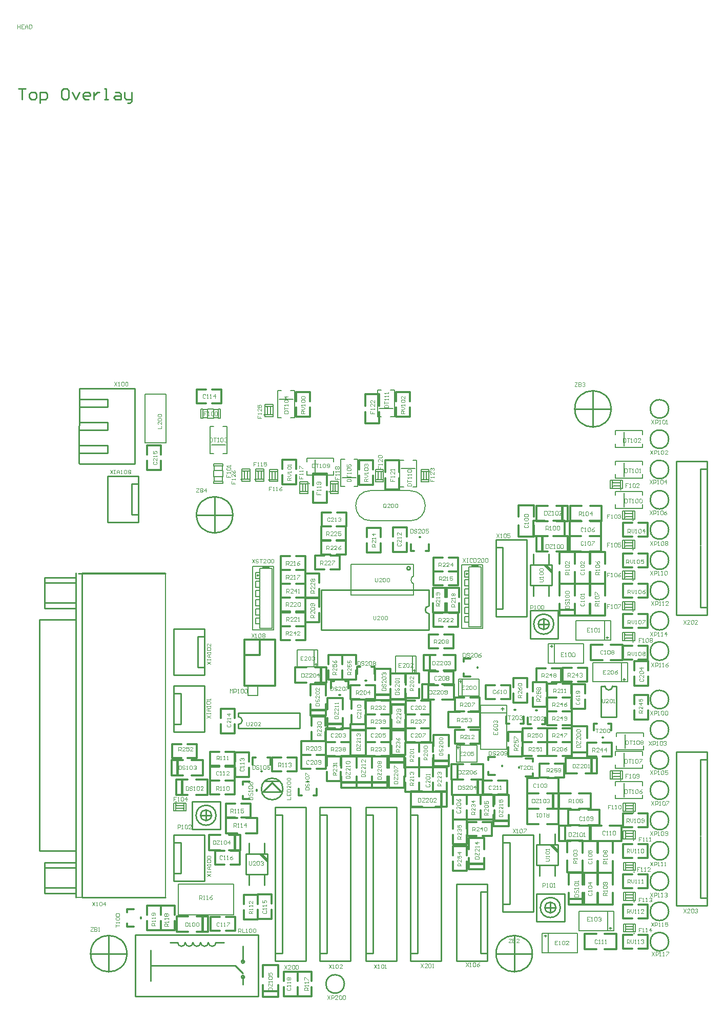
<source format=gto>
%FSLAX23Y23*%
%MOIN*%
G70*
G01*
G75*
G04 Layer_Color=65535*
%ADD10C,0.013*%
%ADD11R,0.024X0.080*%
%ADD12O,0.024X0.080*%
%ADD13R,0.039X0.071*%
%ADD14R,0.057X0.035*%
%ADD15R,0.035X0.057*%
%ADD16R,0.036X0.036*%
%ADD17R,0.060X0.052*%
%ADD18O,0.030X0.020*%
%ADD19O,0.030X0.059*%
%ADD20O,0.028X0.059*%
%ADD21R,0.071X0.126*%
%ADD22R,0.036X0.050*%
%ADD23R,0.050X0.036*%
%ADD24R,0.095X0.091*%
%ADD25R,0.071X0.039*%
%ADD26R,0.079X0.079*%
%ADD27R,0.051X0.079*%
%ADD28R,0.052X0.060*%
%ADD29O,0.059X0.028*%
%ADD30O,0.059X0.030*%
%ADD31O,0.020X0.030*%
%ADD32R,0.063X0.071*%
%ADD33O,0.013X0.055*%
%ADD34R,0.013X0.055*%
%ADD35O,0.080X0.024*%
%ADD36R,0.037X0.037*%
%ADD37R,0.033X0.037*%
%ADD38R,0.114X0.095*%
%ADD39O,0.067X0.047*%
%ADD40O,0.031X0.043*%
%ADD41O,0.047X0.067*%
%ADD42O,0.043X0.031*%
%ADD43R,0.060X0.100*%
%ADD44C,0.050*%
%ADD45R,0.060X0.060*%
%ADD46R,0.050X0.060*%
%ADD47R,0.079X0.051*%
%ADD48C,0.016*%
%ADD49C,0.024*%
%ADD50C,0.010*%
%ADD51C,0.032*%
%ADD52C,0.020*%
%ADD53C,0.008*%
%ADD54C,0.080*%
%ADD55C,0.050*%
%ADD56C,0.100*%
%ADD57C,0.040*%
%ADD58C,0.005*%
%ADD59C,0.118*%
%ADD60C,0.150*%
%ADD61C,0.060*%
%ADD62R,0.062X0.062*%
%ADD63C,0.062*%
%ADD64R,0.064X0.064*%
%ADD65C,0.064*%
%ADD66R,0.050X0.040*%
%ADD67R,0.100X0.100*%
%ADD68C,0.100*%
%ADD69C,0.047*%
%ADD70O,0.060X0.079*%
%ADD71R,0.070X0.070*%
%ADD72C,0.070*%
%ADD73C,0.180*%
%ADD74C,0.022*%
%ADD75C,0.016*%
%ADD76C,0.028*%
%ADD77C,0.032*%
%ADD78R,0.071X0.063*%
%ADD79C,0.008*%
%ADD80C,0.010*%
%ADD81C,0.012*%
%ADD82C,0.004*%
D50*
X2281Y2655D02*
G03*
X2281Y2605I0J-25D01*
G01*
X1040Y1885D02*
G03*
X1040Y1935I0J25D01*
G01*
X3611Y1313D02*
G03*
X3611Y1313I0J0D01*
G01*
X3527Y1523D02*
G03*
X3527Y1523I0J0D01*
G01*
X3840Y2047D02*
G03*
X3840Y2047I-60J0D01*
G01*
Y3937D02*
G03*
X3840Y3937I-60J0D01*
G01*
Y3740D02*
G03*
X3840Y3740I-60J0D01*
G01*
Y1850D02*
G03*
X3840Y1850I-60J0D01*
G01*
Y3543D02*
G03*
X3840Y3543I-60J0D01*
G01*
Y1654D02*
G03*
X3840Y1654I-60J0D01*
G01*
Y3346D02*
G03*
X3840Y3346I-60J0D01*
G01*
Y1457D02*
G03*
X3840Y1457I-60J0D01*
G01*
Y3150D02*
G03*
X3840Y3150I-60J0D01*
G01*
Y1260D02*
G03*
X3840Y1260I-60J0D01*
G01*
Y2953D02*
G03*
X3840Y2953I-60J0D01*
G01*
Y1063D02*
G03*
X3840Y1063I-60J0D01*
G01*
Y2756D02*
G03*
X3840Y2756I-60J0D01*
G01*
Y866D02*
G03*
X3840Y866I-60J0D01*
G01*
Y2559D02*
G03*
X3840Y2559I-60J0D01*
G01*
Y669D02*
G03*
X3840Y669I-60J0D01*
G01*
Y2362D02*
G03*
X3840Y2362I-60J0D01*
G01*
Y472D02*
G03*
X3840Y472I-60J0D01*
G01*
X3105Y694D02*
G03*
X3105Y694I-35J0D01*
G01*
X3135D02*
G03*
X3135Y694I-65J0D01*
G01*
X1330Y1465D02*
G03*
X1330Y1465I-70J0D01*
G01*
X3612Y528D02*
G03*
X3612Y528I0J0D01*
G01*
Y733D02*
G03*
X3612Y733I0J0D01*
G01*
Y928D02*
G03*
X3612Y928I0J0D01*
G01*
X3611Y1133D02*
G03*
X3611Y1133I0J0D01*
G01*
X865Y1294D02*
G03*
X865Y1294I-35J0D01*
G01*
X895D02*
G03*
X895Y1294I-65J0D01*
G01*
X2287Y3530D02*
G03*
X2287Y3530I0J0D01*
G01*
X3607Y2423D02*
G03*
X3607Y2423I0J0D01*
G01*
X1992Y3530D02*
G03*
X1992Y3530I0J0D01*
G01*
X3607Y2623D02*
G03*
X3607Y2623I0J0D01*
G01*
X1630Y3399D02*
G03*
X1630Y3399I0J0D01*
G01*
X1500Y3452D02*
G03*
X1500Y3452I0J0D01*
G01*
X3607Y2823D02*
G03*
X3607Y2823I0J0D01*
G01*
X1236Y3477D02*
G03*
X1236Y3477I0J0D01*
G01*
X3607Y3023D02*
G03*
X3607Y3023I0J0D01*
G01*
Y3213D02*
G03*
X3607Y3213I0J0D01*
G01*
X3527Y3413D02*
G03*
X3527Y3413I0J0D01*
G01*
X2159Y2900D02*
G03*
X2159Y2900I-11J0D01*
G01*
X3425Y2134D02*
G03*
X3475Y2134I25J0D01*
G01*
X1171Y2854D02*
G03*
X1171Y2854I-4J0D01*
G01*
X2531Y2864D02*
G03*
X2531Y2864I-4J0D01*
G01*
X1730Y197D02*
G03*
X1730Y197I-60J0D01*
G01*
X1147Y3480D02*
G03*
X1147Y3480I0J0D01*
G01*
X633Y1382D02*
G03*
X633Y1382I0J0D01*
G01*
X1057Y3480D02*
G03*
X1057Y3480I0J0D01*
G01*
X1207Y3900D02*
G03*
X1207Y3900I0J0D01*
G01*
X645Y467D02*
G03*
X695Y467I25J0D01*
G01*
G03*
X745Y467I25J0D01*
G01*
G03*
X795Y467I25J0D01*
G01*
G03*
X845Y467I25J0D01*
G01*
X1080Y342D02*
G03*
X1080Y342I-10J0D01*
G01*
Y242D02*
G03*
X1080Y242I-10J0D01*
G01*
X845Y467D02*
G03*
X895Y467I25J0D01*
G01*
X3092Y2537D02*
G03*
X3092Y2537I-65J0D01*
G01*
X3062D02*
G03*
X3062Y2537I-35J0D01*
G01*
X2281Y2655D02*
Y2760D01*
Y2500D02*
Y2605D01*
X1581Y2500D02*
Y2760D01*
Y2500D02*
X2281D01*
X1581Y2760D02*
X2281D01*
X1040Y1860D02*
X1440D01*
X1040Y1960D02*
X1440D01*
Y1860D02*
Y1960D01*
X1040Y1935D02*
Y1960D01*
Y1860D02*
Y1885D01*
X3070Y664D02*
Y729D01*
X3035Y694D02*
X3105D01*
X2980Y604D02*
Y784D01*
X3163D01*
Y604D02*
Y784D01*
X2980Y604D02*
X3163D01*
X1210Y1515D02*
X1310D01*
X1260Y1505D02*
Y1515D01*
Y1505D02*
X1320Y1445D01*
X1200D02*
X1320D01*
X1200D02*
X1260Y1505D01*
X2980Y969D02*
Y1104D01*
X3120Y969D02*
Y1104D01*
X3100D02*
Y1174D01*
X3000Y1104D02*
Y1174D01*
Y899D02*
Y969D01*
X3100Y899D02*
Y969D01*
X2980Y1104D02*
X3120D01*
X2980Y969D02*
X3120D01*
X3080Y1104D02*
X3120Y1064D01*
X3070Y1104D02*
X3120Y1054D01*
X830Y1264D02*
Y1329D01*
X795Y1294D02*
X865D01*
X740Y1204D02*
Y1384D01*
X923D01*
Y1204D02*
Y1384D01*
X740Y1204D02*
X923D01*
X2940Y2789D02*
Y2924D01*
X3080Y2789D02*
Y2924D01*
X3060D02*
Y2994D01*
X2960Y2924D02*
Y2994D01*
Y2719D02*
Y2789D01*
X3060Y2719D02*
Y2789D01*
X2940Y2924D02*
X3080D01*
X2940Y2789D02*
X3080D01*
X3040Y2924D02*
X3080Y2884D01*
X3030Y2924D02*
X3080Y2874D01*
X3400Y1934D02*
Y2134D01*
X3500Y1934D02*
Y2134D01*
X3400Y1934D02*
X3500D01*
X3475Y2134D02*
X3500D01*
X3400D02*
X3425D01*
X5Y4001D02*
X190D01*
X5Y3951D02*
X190D01*
X5Y4071D02*
X365D01*
X366Y3583D01*
X4D02*
X5Y4071D01*
X190Y3951D02*
Y4001D01*
X5Y3801D02*
X190D01*
X5Y3851D02*
X190D01*
Y3801D02*
Y3851D01*
X5Y3651D02*
X190D01*
X5Y3701D02*
X190D01*
X5Y3581D02*
X365D01*
X190Y3651D02*
Y3701D01*
X-255Y1064D02*
X-19D01*
X-255D02*
Y2566D01*
X-19D01*
X-219Y787D02*
X-19D01*
X-219D02*
Y987D01*
X-19D01*
X-219Y2641D02*
X-19D01*
X-219D02*
Y2841D01*
X-19D01*
X-220Y822D02*
X-19D01*
X-220Y952D02*
X-20D01*
X-220Y2676D02*
X-19D01*
X-220Y2806D02*
X-20D01*
X-17Y761D02*
X-16Y2869D01*
X24Y761D02*
X567D01*
X24D02*
Y2869D01*
X-1Y2868D02*
X567D01*
X1090Y909D02*
Y1044D01*
X1230Y909D02*
Y1044D01*
X1210D02*
Y1114D01*
X1110Y1044D02*
Y1114D01*
Y839D02*
Y909D01*
X1210Y839D02*
Y909D01*
X1090Y1044D02*
X1230D01*
X1090Y909D02*
X1230D01*
X1190Y1044D02*
X1230Y1004D01*
X1180Y1044D02*
X1230Y994D01*
X595Y467D02*
X645D01*
X1070Y342D02*
Y442D01*
X1020Y317D02*
X1070Y267D01*
X970Y317D02*
X1020D01*
X1070Y192D02*
Y242D01*
X895Y467D02*
X945D01*
X470Y317D02*
X970D01*
X470Y217D02*
Y417D01*
X1170Y117D02*
Y517D01*
X370Y117D02*
X1170D01*
X370D02*
Y517D01*
X1170D01*
X2938Y2444D02*
Y2627D01*
Y2444D02*
X3118D01*
Y2627D01*
X2938D02*
X3118D01*
X3027Y2502D02*
Y2572D01*
X2997Y2537D02*
X3062D01*
X-390Y6020D02*
X-343D01*
X-367D01*
Y5950D01*
X-308D02*
X-285D01*
X-273Y5962D01*
Y5985D01*
X-285Y5997D01*
X-308D01*
X-320Y5985D01*
Y5962D01*
X-308Y5950D01*
X-250Y5927D02*
Y5997D01*
X-215D01*
X-203Y5985D01*
Y5962D01*
X-215Y5950D01*
X-250D01*
X-75Y6020D02*
X-98D01*
X-110Y6008D01*
Y5962D01*
X-98Y5950D01*
X-75D01*
X-63Y5962D01*
Y6008D01*
X-75Y6020D01*
X-40Y5997D02*
X-17Y5950D01*
X7Y5997D01*
X65Y5950D02*
X42D01*
X30Y5962D01*
Y5985D01*
X42Y5997D01*
X65D01*
X77Y5985D01*
Y5973D01*
X30D01*
X100Y5997D02*
Y5950D01*
Y5973D01*
X112Y5985D01*
X123Y5997D01*
X135D01*
X170Y5950D02*
X193D01*
X181D01*
Y6020D01*
X170D01*
X240Y5997D02*
X263D01*
X275Y5985D01*
Y5950D01*
X240D01*
X228Y5962D01*
X240Y5973D01*
X275D01*
X298Y5997D02*
Y5962D01*
X310Y5950D01*
X345D01*
Y5938D01*
X333Y5927D01*
X321D01*
X345Y5950D02*
Y5997D01*
D53*
X3548Y3301D02*
Y3391D01*
Y1412D02*
Y1502D01*
Y1609D02*
Y1699D01*
X3555Y1730D02*
Y1820D01*
X2101Y3549D02*
X2191D01*
X1955Y3940D02*
X2045D01*
X1540Y3518D02*
Y3608D01*
X1717Y3489D02*
X1807D01*
X1305Y4000D02*
X1395D01*
X865Y3702D02*
X955D01*
X3548Y3498D02*
Y3588D01*
Y3695D02*
Y3785D01*
X-17Y761D02*
X567D01*
Y2324D01*
X24Y2869D02*
X567D01*
Y761D02*
Y2869D01*
X433Y3717D02*
Y4032D01*
Y3717D02*
X570D01*
Y4032D01*
X433D02*
X570D01*
D58*
X3493Y3291D02*
G03*
X3493Y3291I0J0D01*
G01*
G03*
X3493Y3291I0J0D01*
G01*
Y3301D02*
G03*
X3493Y3301I0J0D01*
G01*
G03*
X3493Y3301I0J0D01*
G01*
X3668Y3306D02*
G03*
X3668Y3306I0J0D01*
G01*
G03*
X3668Y3306I0J0D01*
G01*
Y1417D02*
G03*
X3668Y1417I0J0D01*
G01*
G03*
X3668Y1417I0J0D01*
G01*
X3493Y1412D02*
G03*
X3493Y1412I0J0D01*
G01*
G03*
X3493Y1412I0J0D01*
G01*
Y1402D02*
G03*
X3493Y1402I0J0D01*
G01*
G03*
X3493Y1402I0J0D01*
G01*
X3668Y1614D02*
G03*
X3668Y1614I0J0D01*
G01*
G03*
X3668Y1614I0J0D01*
G01*
X3493Y1609D02*
G03*
X3493Y1609I0J0D01*
G01*
G03*
X3493Y1609I0J0D01*
G01*
Y1599D02*
G03*
X3493Y1599I0J0D01*
G01*
G03*
X3493Y1599I0J0D01*
G01*
X3675Y1735D02*
G03*
X3675Y1735I0J0D01*
G01*
G03*
X3675Y1735I0J0D01*
G01*
X3500Y1730D02*
G03*
X3500Y1730I0J0D01*
G01*
G03*
X3500Y1730I0J0D01*
G01*
Y1720D02*
G03*
X3500Y1720I0J0D01*
G01*
G03*
X3500Y1720I0J0D01*
G01*
X2106Y3429D02*
G03*
X2106Y3429I0J0D01*
G01*
G03*
X2106Y3429I0J0D01*
G01*
X2101Y3604D02*
G03*
X2101Y3604I0J0D01*
G01*
G03*
X2101Y3604I0J0D01*
G01*
X2091D02*
G03*
X2091Y3604I0J0D01*
G01*
G03*
X2091Y3604I0J0D01*
G01*
X2040Y4060D02*
G03*
X2040Y4060I0J0D01*
G01*
G03*
X2040Y4060I0J0D01*
G01*
X2045Y3885D02*
G03*
X2045Y3885I0J0D01*
G01*
G03*
X2045Y3885I0J0D01*
G01*
X2055D02*
G03*
X2055Y3885I0J0D01*
G01*
G03*
X2055Y3885I0J0D01*
G01*
X1660Y3523D02*
G03*
X1660Y3523I0J0D01*
G01*
G03*
X1660Y3523I0J0D01*
G01*
X1485Y3518D02*
G03*
X1485Y3518I0J0D01*
G01*
G03*
X1485Y3518I0J0D01*
G01*
Y3508D02*
G03*
X1485Y3508I0J0D01*
G01*
G03*
X1485Y3508I0J0D01*
G01*
X1802Y3609D02*
G03*
X1802Y3609I0J0D01*
G01*
G03*
X1802Y3609I0J0D01*
G01*
X1807Y3434D02*
G03*
X1807Y3434I0J0D01*
G01*
G03*
X1807Y3434I0J0D01*
G01*
X1817D02*
G03*
X1817Y3434I0J0D01*
G01*
G03*
X1817Y3434I0J0D01*
G01*
X1310Y3880D02*
G03*
X1310Y3880I0J0D01*
G01*
G03*
X1310Y3880I0J0D01*
G01*
X1305Y4055D02*
G03*
X1305Y4055I0J0D01*
G01*
G03*
X1305Y4055I0J0D01*
G01*
X1295D02*
G03*
X1295Y4055I0J0D01*
G01*
G03*
X1295Y4055I0J0D01*
G01*
X950Y3822D02*
G03*
X950Y3822I0J0D01*
G01*
G03*
X950Y3822I0J0D01*
G01*
X955Y3647D02*
G03*
X955Y3647I0J0D01*
G01*
G03*
X955Y3647I0J0D01*
G01*
X965D02*
G03*
X965Y3647I0J0D01*
G01*
G03*
X965Y3647I0J0D01*
G01*
X3668Y3503D02*
G03*
X3668Y3503I0J0D01*
G01*
G03*
X3668Y3503I0J0D01*
G01*
X3493Y3498D02*
G03*
X3493Y3498I0J0D01*
G01*
G03*
X3493Y3498I0J0D01*
G01*
Y3488D02*
G03*
X3493Y3488I0J0D01*
G01*
G03*
X3493Y3488I0J0D01*
G01*
X3668Y3700D02*
G03*
X3668Y3700I0J0D01*
G01*
G03*
X3668Y3700I0J0D01*
G01*
X3493Y3695D02*
G03*
X3493Y3695I0J0D01*
G01*
G03*
X3493Y3695I0J0D01*
G01*
Y3685D02*
G03*
X3493Y3685I0J0D01*
G01*
G03*
X3493Y3685I0J0D01*
G01*
X2174Y2848D02*
G03*
X2174Y2801I24J-24D01*
G01*
X3622Y1321D02*
Y1372D01*
X3544Y1321D02*
X3622D01*
X3544D02*
Y1372D01*
X3622D01*
X3610Y1321D02*
Y1372D01*
X3558Y1321D02*
Y1372D01*
X3605Y1338D02*
X3610Y1333D01*
X3563Y1338D02*
X3605D01*
X3559Y1334D02*
X3563Y1338D01*
X3605Y1355D02*
X3610Y1360D01*
X3563Y1355D02*
X3605D01*
X3559Y1359D02*
X3563Y1355D01*
X3493Y3401D02*
X3668D01*
X3493Y3376D02*
Y3401D01*
X3668Y3376D02*
Y3401D01*
X3493Y3291D02*
X3668D01*
X3493D02*
Y3316D01*
X3668Y3291D02*
Y3316D01*
X3538Y1531D02*
Y1582D01*
X3460Y1531D02*
X3538D01*
X3460D02*
Y1582D01*
X3538D01*
X3526Y1531D02*
Y1582D01*
X3474Y1531D02*
Y1582D01*
X3521Y1548D02*
X3526Y1543D01*
X3479Y1548D02*
X3521D01*
X3475Y1544D02*
X3479Y1548D01*
X3521Y1565D02*
X3526Y1570D01*
X3479Y1565D02*
X3521D01*
X3475Y1569D02*
X3479Y1565D01*
X3560Y574D02*
X3564Y570D01*
X3606D01*
X3611Y575D01*
X3560Y549D02*
X3564Y553D01*
X3606D01*
X3611Y548D01*
X3559Y536D02*
Y587D01*
X3611Y536D02*
Y587D01*
X3545D02*
X3623D01*
X3545Y536D02*
Y587D01*
Y536D02*
X3623D01*
Y587D01*
X3039Y502D02*
Y518D01*
X3056Y400D02*
Y526D01*
X3016Y400D02*
Y526D01*
X3245Y400D02*
Y526D01*
X3031Y510D02*
X3047D01*
X3017Y526D02*
X3245D01*
X3016Y400D02*
X3245D01*
X3461Y552D02*
Y568D01*
X3444Y544D02*
Y670D01*
X3484Y544D02*
Y670D01*
X3255Y544D02*
Y670D01*
X3453Y560D02*
X3469D01*
X3255Y544D02*
X3483D01*
X3255Y670D02*
X3484D01*
X3560Y779D02*
X3564Y775D01*
X3606D01*
X3611Y780D01*
X3560Y754D02*
X3564Y758D01*
X3606D01*
X3611Y753D01*
X3559Y741D02*
Y792D01*
X3611Y741D02*
Y792D01*
X3545D02*
X3623D01*
X3545Y741D02*
Y792D01*
Y741D02*
X3623D01*
Y792D01*
X3560Y974D02*
X3564Y970D01*
X3606D01*
X3611Y975D01*
X3560Y949D02*
X3564Y953D01*
X3606D01*
X3611Y948D01*
X3559Y936D02*
Y987D01*
X3611Y936D02*
Y987D01*
X3545D02*
X3623D01*
X3545Y936D02*
Y987D01*
Y936D02*
X3623D01*
Y987D01*
X3559Y1179D02*
X3563Y1175D01*
X3605D01*
X3610Y1180D01*
X3559Y1154D02*
X3563Y1158D01*
X3605D01*
X3610Y1153D01*
X3558Y1141D02*
Y1192D01*
X3610Y1141D02*
Y1192D01*
X3544D02*
X3622D01*
X3544Y1141D02*
Y1192D01*
Y1141D02*
X3622D01*
Y1192D01*
X3668Y1402D02*
Y1427D01*
X3493Y1402D02*
Y1427D01*
Y1402D02*
X3668D01*
Y1487D02*
Y1512D01*
X3493Y1487D02*
Y1512D01*
X3668D01*
Y1599D02*
Y1624D01*
X3493Y1599D02*
Y1624D01*
Y1599D02*
X3668D01*
Y1684D02*
Y1709D01*
X3493Y1684D02*
Y1709D01*
X3668D01*
X3675Y1720D02*
Y1745D01*
X3500Y1720D02*
Y1745D01*
Y1720D02*
X3675D01*
Y1805D02*
Y1830D01*
X3500Y1805D02*
Y1830D01*
X3675D01*
X2091Y3429D02*
X2116D01*
X2091Y3604D02*
X2116D01*
X2091Y3429D02*
Y3604D01*
X2176Y3429D02*
X2201D01*
X2176Y3604D02*
X2201D01*
Y3429D02*
Y3604D01*
X2030Y4060D02*
X2055D01*
X2030Y3885D02*
X2055D01*
Y4060D01*
X1945D02*
X1970D01*
X1945Y3885D02*
X1970D01*
X1945D02*
Y4060D01*
X2242Y3479D02*
X2246Y3483D01*
Y3525D01*
X2241Y3530D02*
X2246Y3525D01*
X2263Y3483D02*
X2267Y3479D01*
X2263Y3483D02*
Y3525D01*
X2268Y3530D01*
X2228Y3478D02*
X2280D01*
X2228Y3530D02*
X2280D01*
X2228Y3464D02*
Y3542D01*
Y3464D02*
X2280D01*
Y3542D01*
X2228D02*
X2280D01*
X3555Y2469D02*
X3559Y2465D01*
X3601D01*
X3606Y2470D01*
X3555Y2444D02*
X3559Y2448D01*
X3601D01*
X3606Y2443D01*
X3554Y2431D02*
Y2482D01*
X3606Y2431D02*
Y2482D01*
X3540D02*
X3618D01*
X3540Y2431D02*
Y2482D01*
Y2431D02*
X3618D01*
Y2482D01*
X1947Y3479D02*
X1951Y3483D01*
Y3525D01*
X1946Y3530D02*
X1951Y3525D01*
X1968Y3483D02*
X1971Y3479D01*
X1968Y3483D02*
Y3525D01*
X1972Y3530D01*
X1933Y3478D02*
X1984D01*
X1933Y3530D02*
X1984D01*
X1933Y3464D02*
Y3542D01*
Y3464D02*
X1984D01*
Y3542D01*
X1933D02*
X1984D01*
X3079Y2386D02*
Y2402D01*
X3096Y2284D02*
Y2410D01*
X3056Y2284D02*
Y2410D01*
X3285Y2284D02*
Y2410D01*
X3071Y2394D02*
X3087D01*
X3057Y2410D02*
X3285D01*
X3056Y2284D02*
X3285D01*
X3441Y2442D02*
Y2458D01*
X3424Y2434D02*
Y2560D01*
X3464Y2434D02*
Y2560D01*
X3235Y2434D02*
Y2560D01*
X3433Y2450D02*
X3449D01*
X3235Y2434D02*
X3463D01*
X3235Y2560D02*
X3464D01*
X3555Y2669D02*
X3559Y2665D01*
X3601D01*
X3606Y2670D01*
X3555Y2644D02*
X3559Y2648D01*
X3601D01*
X3606Y2643D01*
X3554Y2631D02*
Y2682D01*
X3606Y2631D02*
Y2682D01*
X3540D02*
X3618D01*
X3540Y2631D02*
Y2682D01*
Y2631D02*
X3618D01*
Y2682D01*
X1671Y3446D02*
X1675Y3450D01*
X1671Y3405D02*
Y3446D01*
Y3405D02*
X1676Y3400D01*
X1651Y3450D02*
X1655Y3446D01*
Y3405D02*
Y3446D01*
X1650Y3400D02*
X1655Y3405D01*
X1638Y3451D02*
X1689D01*
X1638Y3400D02*
X1689D01*
Y3387D02*
Y3466D01*
X1638D02*
X1689D01*
X1638Y3387D02*
Y3466D01*
Y3387D02*
X1689D01*
X1455Y3401D02*
X1459Y3405D01*
Y3446D01*
X1454Y3451D02*
X1459Y3446D01*
X1475Y3405D02*
X1479Y3401D01*
X1475Y3405D02*
Y3446D01*
X1480Y3451D01*
X1441Y3400D02*
X1492D01*
X1441Y3451D02*
X1492D01*
X1441Y3385D02*
Y3464D01*
Y3385D02*
X1492D01*
Y3464D01*
X1441D02*
X1492D01*
X3555Y2869D02*
X3559Y2865D01*
X3601D01*
X3606Y2870D01*
X3555Y2844D02*
X3559Y2848D01*
X3601D01*
X3606Y2843D01*
X3554Y2831D02*
Y2882D01*
X3606Y2831D02*
Y2882D01*
X3540D02*
X3618D01*
X3540Y2831D02*
Y2882D01*
Y2831D02*
X3618D01*
Y2882D01*
X1278Y3525D02*
X1281Y3529D01*
X1278Y3483D02*
Y3525D01*
Y3483D02*
X1282Y3478D01*
X1257Y3529D02*
X1261Y3525D01*
Y3483D02*
Y3525D01*
X1256Y3478D02*
X1261Y3483D01*
X1244Y3530D02*
X1295D01*
X1244Y3478D02*
X1295D01*
Y3466D02*
Y3544D01*
X1244D02*
X1295D01*
X1244Y3466D02*
Y3544D01*
Y3466D02*
X1295D01*
X3555Y3069D02*
X3559Y3065D01*
X3601D01*
X3606Y3070D01*
X3555Y3044D02*
X3559Y3048D01*
X3601D01*
X3606Y3043D01*
X3554Y3031D02*
Y3082D01*
X3606Y3031D02*
Y3082D01*
X3540D02*
X3618D01*
X3540Y3031D02*
Y3082D01*
Y3031D02*
X3618D01*
Y3082D01*
X1660Y3508D02*
Y3533D01*
X1485Y3508D02*
Y3533D01*
Y3508D02*
X1660D01*
Y3593D02*
Y3618D01*
X1485Y3593D02*
Y3618D01*
X1660D01*
X1792Y3609D02*
X1817D01*
X1792Y3434D02*
X1817D01*
Y3609D01*
X1707D02*
X1732D01*
X1707Y3434D02*
X1732D01*
X1707D02*
Y3609D01*
X1295Y3880D02*
X1320D01*
X1295Y4055D02*
X1320D01*
X1295Y3880D02*
Y4055D01*
X1380Y3880D02*
X1405D01*
X1380Y4055D02*
X1405D01*
Y3880D02*
Y4055D01*
X3555Y3259D02*
X3559Y3255D01*
X3601D01*
X3606Y3260D01*
X3555Y3234D02*
X3559Y3238D01*
X3601D01*
X3606Y3233D01*
X3554Y3221D02*
Y3272D01*
X3606Y3221D02*
Y3272D01*
X3540D02*
X3618D01*
X3540Y3221D02*
Y3272D01*
Y3221D02*
X3618D01*
Y3272D01*
X3475Y3459D02*
X3479Y3455D01*
X3521D01*
X3526Y3460D01*
X3475Y3434D02*
X3479Y3438D01*
X3521D01*
X3526Y3433D01*
X3474Y3421D02*
Y3472D01*
X3526Y3421D02*
Y3472D01*
X3460D02*
X3538D01*
X3460Y3421D02*
Y3472D01*
Y3421D02*
X3538D01*
Y3472D01*
X940Y3822D02*
X965D01*
X940Y3647D02*
X965D01*
Y3822D01*
X855D02*
X880D01*
X855Y3647D02*
X880D01*
X855D02*
Y3822D01*
X3668Y3488D02*
Y3513D01*
X3493Y3488D02*
Y3513D01*
Y3488D02*
X3668D01*
Y3573D02*
Y3598D01*
X3493Y3573D02*
Y3598D01*
X3668D01*
Y3685D02*
Y3710D01*
X3493Y3685D02*
Y3710D01*
Y3685D02*
X3668D01*
Y3770D02*
Y3795D01*
X3493Y3770D02*
Y3795D01*
X3668D01*
X1423Y2370D02*
X1557D01*
X1423Y2260D02*
X1557D01*
X1539Y2275D02*
X1551D01*
X1423Y2260D02*
Y2370D01*
X1557Y2260D02*
Y2370D01*
X1533Y2260D02*
Y2370D01*
X1545Y2268D02*
Y2282D01*
X2063Y2330D02*
X2197D01*
X2063Y2220D02*
X2197D01*
X2179Y2235D02*
X2191D01*
X2063Y2220D02*
Y2330D01*
X2197Y2220D02*
Y2330D01*
X2173Y2220D02*
Y2330D01*
X2185Y2228D02*
Y2242D01*
X2174Y2844D02*
X2179Y2849D01*
Y2925D01*
X2174Y2805D02*
X2179Y2801D01*
Y2725D02*
Y2801D01*
X1774Y2925D02*
X2179D01*
X1774Y2725D02*
Y2925D01*
Y2725D02*
X2179D01*
X2473Y2070D02*
X2607D01*
X2473Y2180D02*
X2607D01*
X2479Y2165D02*
X2491D01*
X2607Y2070D02*
Y2180D01*
X2473Y2070D02*
Y2180D01*
X2497Y2070D02*
Y2180D01*
X2485Y2158D02*
Y2172D01*
X2617Y1723D02*
Y2010D01*
X2785Y1723D02*
Y2010D01*
X2760Y1975D02*
Y1995D01*
X2617Y1723D02*
X2785D01*
X2617Y2010D02*
X2785D01*
X2617Y1960D02*
X2785D01*
X2749Y1985D02*
X2770D01*
X3551Y2170D02*
Y2186D01*
X3534Y2162D02*
Y2288D01*
X3574Y2162D02*
Y2288D01*
X3345Y2162D02*
Y2288D01*
X3543Y2178D02*
X3559D01*
X3345Y2162D02*
X3573D01*
X3345Y2288D02*
X3574D01*
X2458Y1640D02*
X2592D01*
X2458Y1750D02*
X2592D01*
X2464Y1735D02*
X2476D01*
X2592Y1640D02*
Y1750D01*
X2458Y1640D02*
Y1750D01*
X2482Y1640D02*
Y1750D01*
X2470Y1728D02*
Y1742D01*
X1153Y2657D02*
X1181D01*
X1153D02*
Y2697D01*
X1181D01*
Y2511D02*
X1259D01*
X1133Y2500D02*
X1271D01*
X1153Y2598D02*
X1181D01*
X1153D02*
Y2637D01*
X1181D01*
X1153Y2539D02*
X1181D01*
X1153D02*
Y2578D01*
X1181D01*
Y2511D02*
Y2665D01*
X1259Y2511D02*
Y2689D01*
X1271Y2500D02*
Y2677D01*
X1133Y2500D02*
Y2677D01*
X1153Y2834D02*
X1181D01*
X1153D02*
Y2874D01*
X1181D01*
X1153Y2775D02*
X1181D01*
X1153D02*
Y2815D01*
X1181D01*
Y2901D02*
X1259D01*
X1181Y2665D02*
Y2901D01*
X1259Y2689D02*
Y2901D01*
X1200Y2905D02*
Y2913D01*
Y2905D02*
X1240D01*
Y2913D01*
X1220D02*
X1271D01*
Y2677D02*
Y2913D01*
X1133Y2677D02*
Y2913D01*
X1220D01*
X1153Y2716D02*
X1181D01*
X1153D02*
Y2756D01*
X1181D01*
X2513Y2667D02*
X2541D01*
X2513D02*
Y2707D01*
X2541D01*
Y2521D02*
X2619D01*
X2493Y2510D02*
X2631D01*
X2513Y2608D02*
X2541D01*
X2513D02*
Y2647D01*
X2541D01*
X2513Y2549D02*
X2541D01*
X2513D02*
Y2588D01*
X2541D01*
Y2521D02*
Y2675D01*
X2619Y2521D02*
Y2699D01*
X2631Y2510D02*
Y2687D01*
X2493Y2510D02*
Y2687D01*
X2513Y2844D02*
X2541D01*
X2513D02*
Y2884D01*
X2541D01*
X2513Y2785D02*
X2541D01*
X2513D02*
Y2825D01*
X2541D01*
Y2911D02*
X2619D01*
X2541Y2675D02*
Y2911D01*
X2619Y2699D02*
Y2911D01*
X2560Y2915D02*
Y2923D01*
Y2915D02*
X2600D01*
Y2923D01*
X2580D02*
X2631D01*
Y2687D02*
Y2923D01*
X2493Y2687D02*
Y2923D01*
X2580D01*
X2513Y2726D02*
X2541D01*
X2513D02*
Y2766D01*
X2541D01*
X883Y3536D02*
Y3567D01*
X937Y3536D02*
Y3567D01*
X879Y3454D02*
X941D01*
Y3467D01*
X937D02*
X941D01*
X937D02*
Y3496D01*
X941D01*
Y3516D01*
X879Y3580D02*
X941D01*
Y3567D02*
Y3580D01*
X937Y3567D02*
X941D01*
X937Y3536D02*
X941D01*
Y3516D02*
Y3536D01*
X879Y3454D02*
Y3467D01*
X883D01*
Y3496D01*
X879D02*
X883D01*
X879D02*
Y3516D01*
Y3567D02*
Y3580D01*
Y3567D02*
X883D01*
X879Y3536D02*
X883D01*
X879Y3516D02*
Y3536D01*
X883Y3467D02*
X941D01*
X882Y3567D02*
X939D01*
X883Y3536D02*
X938D01*
X882Y3496D02*
X937D01*
X810Y3880D02*
X841D01*
X810Y3933D02*
X841D01*
X923Y3875D02*
Y3938D01*
X910D02*
X923D01*
X910Y3933D02*
Y3938D01*
X881Y3933D02*
X910D01*
X881D02*
Y3938D01*
X861D02*
X881D01*
X797Y3875D02*
Y3938D01*
X810D01*
X810Y3933D02*
X810Y3938D01*
X841Y3933D02*
Y3938D01*
X861D01*
X910Y3875D02*
X923D01*
X910D02*
Y3880D01*
X881D02*
X910D01*
X881Y3875D02*
Y3880D01*
X861Y3875D02*
X881D01*
X797D02*
X810D01*
X810Y3880D02*
X810Y3875D01*
X841D02*
Y3880D01*
Y3875D02*
X861D01*
X910Y3880D02*
Y3938D01*
X810Y3879D02*
Y3935D01*
X841Y3880D02*
Y3934D01*
X881Y3879D02*
Y3933D01*
X1188Y3528D02*
X1192Y3531D01*
X1188Y3486D02*
Y3528D01*
Y3486D02*
X1193Y3481D01*
X1167Y3531D02*
X1171Y3528D01*
Y3486D02*
Y3528D01*
X1166Y3481D02*
X1171Y3486D01*
X1154Y3532D02*
X1206D01*
X1154Y3481D02*
X1206D01*
Y3468D02*
Y3547D01*
X1154D02*
X1206D01*
X1154Y3468D02*
Y3547D01*
Y3468D02*
X1206D01*
X621Y1323D02*
Y1374D01*
X700D01*
Y1323D02*
Y1374D01*
X621Y1323D02*
X700D01*
X634D02*
Y1374D01*
X685Y1323D02*
Y1374D01*
X634Y1362D02*
X639Y1357D01*
X680D01*
X684Y1361D01*
X634Y1336D02*
X639Y1341D01*
X680D01*
X684Y1337D01*
X1098Y3528D02*
X1102Y3531D01*
X1098Y3486D02*
Y3528D01*
Y3486D02*
X1103Y3481D01*
X1077Y3531D02*
X1081Y3528D01*
Y3486D02*
Y3528D01*
X1076Y3481D02*
X1081Y3486D01*
X1064Y3532D02*
X1116D01*
X1064Y3481D02*
X1116D01*
Y3468D02*
Y3547D01*
X1064D02*
X1116D01*
X1064Y3468D02*
Y3547D01*
Y3468D02*
X1116D01*
X1248Y3948D02*
X1252Y3951D01*
X1248Y3906D02*
Y3948D01*
Y3906D02*
X1253Y3901D01*
X1227Y3951D02*
X1231Y3948D01*
Y3906D02*
Y3948D01*
X1226Y3901D02*
X1231Y3906D01*
X1214Y3952D02*
X1266D01*
X1214Y3901D02*
X1266D01*
Y3888D02*
Y3967D01*
X1214D02*
X1266D01*
X1214Y3888D02*
Y3967D01*
Y3888D02*
X1266D01*
X1104Y2074D02*
Y2137D01*
Y2074D02*
X1167D01*
Y2137D01*
X1104D02*
X1167D01*
D79*
X1902Y3406D02*
G03*
X1902Y3209I0J-98D01*
G01*
X2158D02*
G03*
X2158Y3406I0J98D01*
G01*
X1902Y3406D02*
X2158D01*
X1902Y3209D02*
X2158D01*
X1011Y747D02*
Y845D01*
X649D02*
X1011D01*
X649Y648D02*
Y845D01*
Y648D02*
X1011D01*
Y747D01*
D80*
X1004Y3248D02*
G03*
X1004Y3248I-118J0D01*
G01*
X3465Y3937D02*
G03*
X3465Y3937I-118J0D01*
G01*
X2953Y394D02*
G03*
X2953Y394I-118J0D01*
G01*
X315D02*
G03*
X315Y394I-118J0D01*
G01*
X768Y3248D02*
X1004D01*
X886Y3130D02*
Y3366D01*
X3228Y3937D02*
X3465D01*
X3346Y3819D02*
Y4055D01*
X2717Y394D02*
X2953D01*
X2835Y276D02*
Y512D01*
X79Y394D02*
X315D01*
X197Y276D02*
Y512D01*
X3083Y1335D02*
Y1435D01*
X3088Y1335D02*
Y1435D01*
X3143Y3208D02*
Y3308D01*
X3148Y3208D02*
Y3308D01*
X3167Y1127D02*
Y1227D01*
X3162Y1127D02*
Y1227D01*
X3018Y3011D02*
Y3111D01*
X3013Y3011D02*
Y3111D01*
X1013Y1067D02*
Y1167D01*
X1018Y1067D02*
Y1167D01*
X676Y1426D02*
Y1526D01*
X671Y1426D02*
Y1526D01*
X646Y1554D02*
Y1654D01*
X641Y1554D02*
Y1654D01*
X3189Y754D02*
X3289D01*
X3189Y749D02*
X3289D01*
X3129Y2634D02*
X3229D01*
X3129Y2629D02*
X3229D01*
X1573Y2155D02*
Y2255D01*
X1578Y2155D02*
Y2255D01*
X1510Y1982D02*
X1610D01*
X1510Y1977D02*
X1610D01*
X2277Y2045D02*
Y2145D01*
X2272Y2045D02*
Y2145D01*
X1910Y1512D02*
X2010D01*
X1910Y1507D02*
X2010D01*
X2287Y2235D02*
Y2335D01*
X2282Y2235D02*
Y2335D01*
X2030Y2052D02*
X2130D01*
X2030Y2047D02*
X2130D01*
X2020Y1637D02*
X2120D01*
X2020Y1642D02*
X2120D01*
X3210Y1707D02*
X3310D01*
X3210Y1702D02*
X3310D01*
X2310Y1652D02*
X2410D01*
X2310Y1647D02*
X2410D01*
X2700Y1262D02*
X2800D01*
X2700Y1257D02*
X2800D01*
X2540Y982D02*
X2640D01*
X2540Y977D02*
X2640D01*
X1770Y1847D02*
X1870D01*
X1770Y1852D02*
X1870D01*
X1810Y1512D02*
X1910D01*
X1810Y1507D02*
X1910D01*
X1620Y1892D02*
X1720D01*
X1620Y1887D02*
X1720D01*
X1710Y1512D02*
X1810D01*
X1710Y1507D02*
X1810D01*
X2467Y1525D02*
Y1625D01*
X2462Y1525D02*
Y1625D01*
X3333Y1565D02*
Y1665D01*
X3338Y1565D02*
Y1665D01*
X2593Y1425D02*
Y1525D01*
X2598Y1425D02*
Y1525D01*
X1930Y2082D02*
X2030D01*
X1930Y2077D02*
X2030D01*
X620Y2137D02*
X820D01*
X620Y1837D02*
X820D01*
X620Y1887D02*
X665D01*
Y2087D01*
X620D02*
X665D01*
X620Y1837D02*
Y2137D01*
X820Y1837D02*
Y2137D01*
X2960Y667D02*
Y1167D01*
X2760Y667D02*
Y1167D01*
X2805Y717D02*
Y1117D01*
X2760Y717D02*
X2805D01*
X2760Y667D02*
X2960D01*
X2760Y1117D02*
X2805D01*
X2760Y1167D02*
X2960D01*
X2460Y347D02*
Y847D01*
X2660Y347D02*
Y847D01*
X2615Y397D02*
Y797D01*
X2660D01*
X2460Y847D02*
X2660D01*
X2615Y397D02*
X2660D01*
X2460Y347D02*
X2660D01*
X2915Y2588D02*
Y3088D01*
X2715Y2588D02*
Y3088D01*
X2760Y2638D02*
Y3038D01*
X2715Y2638D02*
X2760D01*
X2715Y2588D02*
X2915D01*
X2715Y3038D02*
X2760D01*
X2715Y3088D02*
X2915D01*
X1570Y1347D02*
X1770D01*
X1570Y1297D02*
X1615D01*
Y897D02*
Y1297D01*
X1570Y847D02*
Y1347D01*
X1770Y847D02*
Y1347D01*
X1570Y347D02*
X1770D01*
X1570Y397D02*
X1615D01*
Y892D01*
X1570Y347D02*
Y847D01*
X1770Y347D02*
Y847D01*
X2160Y1347D02*
X2360D01*
X2160Y1297D02*
X2205D01*
Y897D02*
Y1297D01*
X2160Y847D02*
Y1347D01*
X2360Y847D02*
Y1347D01*
X2160Y347D02*
X2360D01*
X2160Y397D02*
X2205D01*
Y892D01*
X2160Y347D02*
Y847D01*
X2360Y347D02*
Y847D01*
X1280Y1347D02*
X1480D01*
X1280Y1297D02*
X1325D01*
Y897D02*
Y1297D01*
X1280Y847D02*
Y1347D01*
X1480Y847D02*
Y1347D01*
X1280Y347D02*
X1480D01*
X1280Y397D02*
X1325D01*
Y892D01*
X1280Y347D02*
Y847D01*
X1480Y347D02*
Y847D01*
X2070Y347D02*
Y847D01*
X1870Y347D02*
Y847D01*
X1915Y397D02*
Y892D01*
X1870Y397D02*
X1915D01*
X1870Y347D02*
X2070D01*
Y847D02*
Y1347D01*
X1870Y847D02*
Y1347D01*
X1915Y897D02*
Y1297D01*
X1870D02*
X1915D01*
X1870Y1347D02*
X2070D01*
X3890Y1207D02*
Y1707D01*
X4090Y1207D02*
Y1707D01*
X4045Y1162D02*
Y1657D01*
X4090D01*
X3890Y1707D02*
X4090D01*
X3890Y707D02*
Y1207D01*
X4090Y707D02*
Y1207D01*
X4045Y757D02*
Y1157D01*
Y757D02*
X4090D01*
X3890Y707D02*
X4090D01*
X190Y3200D02*
Y3500D01*
X390Y3200D02*
Y3500D01*
X345Y3250D02*
X390D01*
X345D02*
Y3450D01*
X390D01*
X190Y3500D02*
X390D01*
X190Y3200D02*
X390D01*
X620Y2207D02*
Y2507D01*
X820Y2207D02*
Y2507D01*
X775Y2257D02*
X820D01*
X775D02*
Y2457D01*
X820D01*
X620Y2507D02*
X820D01*
X620Y2207D02*
X820D01*
X3890Y3097D02*
Y3597D01*
X4090Y3097D02*
Y3597D01*
X4045Y3052D02*
Y3547D01*
X4090D01*
X3890Y3597D02*
X4090D01*
X3890Y2597D02*
Y3097D01*
X4090Y2597D02*
Y3097D01*
X4045Y2647D02*
Y3047D01*
Y2647D02*
X4090D01*
X3890Y2597D02*
X4090D01*
X803Y537D02*
Y637D01*
X808Y537D02*
Y637D01*
X1200Y154D02*
X1300D01*
X1200Y149D02*
X1300D01*
X2357Y1350D02*
Y1450D01*
X2362Y1350D02*
Y1450D01*
X820Y867D02*
Y1167D01*
X620Y867D02*
Y1167D01*
Y1117D02*
X665D01*
Y917D02*
Y1117D01*
X620Y917D02*
X665D01*
X620Y867D02*
X820D01*
X620Y1167D02*
X820D01*
D81*
X2918Y1335D02*
Y1435D01*
X3123Y1335D02*
Y1435D01*
X2918D02*
X2993D01*
X2918Y1335D02*
X2993D01*
X3048D02*
X3123D01*
X3048Y1435D02*
X3123D01*
X2978Y3208D02*
Y3308D01*
X3183Y3208D02*
Y3308D01*
X2978D02*
X3053D01*
X2978Y3208D02*
X3053D01*
X3108D02*
X3183D01*
X3108Y3308D02*
X3183D01*
X3332Y1127D02*
Y1227D01*
X3127Y1127D02*
Y1227D01*
X3257Y1127D02*
X3332D01*
X3257Y1227D02*
X3332D01*
X3127D02*
X3202D01*
X3127Y1127D02*
X3202D01*
X3183Y3011D02*
Y3111D01*
X2978Y3011D02*
Y3111D01*
X3108Y3011D02*
X3183D01*
X3108Y3111D02*
X3183D01*
X2978D02*
X3053D01*
X2978Y3011D02*
X3053D01*
X925Y1985D02*
X1015D01*
X925Y1825D02*
X1015D01*
Y1925D02*
Y1985D01*
X925Y1925D02*
Y1985D01*
Y1825D02*
Y1885D01*
X1015Y1825D02*
Y1885D01*
X1715Y2175D02*
X1805D01*
X1715Y2335D02*
X1805D01*
X1715Y2175D02*
Y2235D01*
X1805Y2175D02*
Y2235D01*
Y2275D02*
Y2335D01*
X1715Y2275D02*
Y2335D01*
X1625Y2175D02*
X1715D01*
X1625Y2335D02*
X1715D01*
X1625Y2175D02*
Y2235D01*
X1715Y2175D02*
Y2235D01*
Y2275D02*
Y2335D01*
X1625Y2275D02*
Y2335D01*
X2795Y1675D02*
X2885D01*
X2795Y1835D02*
X2885D01*
X2795Y1675D02*
Y1735D01*
X2885Y1675D02*
Y1735D01*
Y1775D02*
Y1835D01*
X2795Y1775D02*
Y1835D01*
X2955Y2160D02*
X3045D01*
X2955Y2000D02*
X3045D01*
Y2100D02*
Y2160D01*
X2955Y2100D02*
Y2160D01*
Y2000D02*
Y2060D01*
X3045Y2000D02*
Y2060D01*
X3160Y1540D02*
Y1630D01*
X3000Y1540D02*
Y1630D01*
X3100Y1540D02*
X3160D01*
X3100Y1630D02*
X3160D01*
X3000D02*
X3060D01*
X3000Y1540D02*
X3060D01*
X2830Y2025D02*
X2920D01*
X2830Y2185D02*
X2920D01*
X2830Y2025D02*
Y2085D01*
X2920Y2025D02*
Y2085D01*
Y2125D02*
Y2185D01*
X2830Y2125D02*
Y2185D01*
X1255Y620D02*
Y680D01*
X1165Y620D02*
Y680D01*
Y720D02*
Y780D01*
X1255Y720D02*
Y780D01*
X1165Y620D02*
X1255D01*
X1165Y780D02*
X1255D01*
X848Y1067D02*
Y1167D01*
X1053Y1067D02*
Y1167D01*
X848D02*
X923D01*
X848Y1067D02*
X923D01*
X978D02*
X1053D01*
X978Y1167D02*
X1053D01*
X770Y3972D02*
X830D01*
X770Y4062D02*
X830D01*
X870D02*
X930D01*
X870Y3972D02*
X930D01*
X770D02*
Y4062D01*
X930Y3972D02*
Y4062D01*
X1075Y717D02*
Y777D01*
X1165Y717D02*
Y777D01*
Y617D02*
Y677D01*
X1075Y617D02*
Y677D01*
Y777D02*
X1165D01*
X1075Y617D02*
X1165D01*
X1548Y1422D02*
Y1467D01*
X1433Y1422D02*
Y1467D01*
X1528Y1422D02*
X1548D01*
X1488Y1512D02*
X1493D01*
X1433Y1422D02*
X1453D01*
X1088Y1277D02*
X1163D01*
X1088Y1177D02*
X1163D01*
X958D02*
X1033D01*
X958Y1277D02*
X1033D01*
X1163Y1177D02*
Y1277D01*
X958Y1177D02*
Y1277D01*
X1060Y1370D02*
X1120D01*
X1060Y1280D02*
X1120D01*
X960D02*
X1020D01*
X960Y1370D02*
X1020D01*
X1120Y1280D02*
Y1370D01*
X960Y1280D02*
Y1370D01*
X1260Y1580D02*
X1320D01*
X1260Y1670D02*
X1320D01*
X1360D02*
X1420D01*
X1360Y1580D02*
X1420D01*
X1260D02*
Y1670D01*
X1420Y1580D02*
Y1670D01*
X955Y1610D02*
X1015D01*
X955Y1520D02*
X1015D01*
X855D02*
X915D01*
X855Y1610D02*
X915D01*
X1015Y1520D02*
Y1610D01*
X855Y1520D02*
Y1610D01*
X1108Y1544D02*
Y1604D01*
X1018Y1544D02*
Y1604D01*
Y1644D02*
Y1704D01*
X1108Y1644D02*
Y1704D01*
X1018Y1544D02*
X1108D01*
X1018Y1704D02*
X1108D01*
X1068Y1399D02*
X1113D01*
X1068Y1514D02*
X1113D01*
X1068Y1399D02*
Y1419D01*
X1158Y1454D02*
Y1459D01*
X1068Y1494D02*
Y1514D01*
X841Y1426D02*
Y1526D01*
X636Y1426D02*
Y1526D01*
X766Y1426D02*
X841D01*
X766Y1526D02*
X841D01*
X636D02*
X711D01*
X636Y1426D02*
X711D01*
X811Y1554D02*
Y1654D01*
X606Y1554D02*
Y1654D01*
X736Y1554D02*
X811D01*
X736Y1654D02*
X811D01*
X606D02*
X681D01*
X606Y1554D02*
X681D01*
X3293Y422D02*
X3368D01*
X3293Y522D02*
X3368D01*
X3423D02*
X3498D01*
X3423Y422D02*
X3498D01*
X3293D02*
Y522D01*
X3498Y422D02*
Y522D01*
X955Y1521D02*
X1015D01*
X955Y1431D02*
X1015D01*
X855D02*
X915D01*
X855Y1521D02*
X915D01*
X1015Y1431D02*
Y1521D01*
X855Y1431D02*
Y1521D01*
X955Y1708D02*
X1015D01*
X955Y1618D02*
X1015D01*
X855D02*
X915D01*
X855Y1708D02*
X915D01*
X1015Y1618D02*
Y1708D01*
X855Y1618D02*
Y1708D01*
X3476Y714D02*
Y789D01*
X3376Y714D02*
Y789D01*
Y844D02*
Y919D01*
X3476Y844D02*
Y919D01*
X3376Y714D02*
X3476D01*
X3376Y919D02*
X3476D01*
Y921D02*
Y996D01*
X3376Y921D02*
Y996D01*
Y1051D02*
Y1126D01*
X3476Y1051D02*
Y1126D01*
X3376Y921D02*
X3476D01*
X3376Y1126D02*
X3476D01*
X3378Y921D02*
Y996D01*
X3278Y921D02*
Y996D01*
Y1051D02*
Y1126D01*
X3378Y1051D02*
Y1126D01*
X3278Y921D02*
X3378D01*
X3278Y1126D02*
X3378D01*
X3327Y1127D02*
X3402D01*
X3327Y1227D02*
X3402D01*
X3457D02*
X3532D01*
X3457Y1127D02*
X3532D01*
X3327D02*
Y1227D01*
X3532Y1127D02*
Y1227D01*
X3186Y1229D02*
X3261D01*
X3186Y1329D02*
X3261D01*
X3316D02*
X3391D01*
X3316Y1229D02*
X3391D01*
X3186D02*
Y1329D01*
X3391Y1229D02*
Y1329D01*
X3278Y844D02*
Y919D01*
X3378Y844D02*
Y919D01*
Y714D02*
Y789D01*
X3278Y714D02*
Y789D01*
Y919D02*
X3378D01*
X3278Y714D02*
X3378D01*
X3189Y919D02*
X3289D01*
X3189Y714D02*
X3289D01*
Y844D02*
Y919D01*
X3189Y844D02*
Y919D01*
Y714D02*
Y789D01*
X3289Y714D02*
Y789D01*
X3127Y1335D02*
X3202D01*
X3127Y1435D02*
X3202D01*
X3257D02*
X3332D01*
X3257Y1335D02*
X3332D01*
X3127D02*
Y1435D01*
X3332Y1335D02*
Y1435D01*
X3180Y1054D02*
Y1129D01*
X3280Y1054D02*
Y1129D01*
Y924D02*
Y999D01*
X3180Y924D02*
Y999D01*
Y1129D02*
X3280D01*
X3180Y924D02*
X3280D01*
X3048Y1337D02*
X3123D01*
X3048Y1237D02*
X3123D01*
X2918D02*
X2993D01*
X2918Y1337D02*
X2993D01*
X3123Y1237D02*
Y1337D01*
X2918Y1237D02*
Y1337D01*
X3048Y1535D02*
X3123D01*
X3048Y1435D02*
X3123D01*
X2918D02*
X2993D01*
X2918Y1535D02*
X2993D01*
X3123Y1435D02*
Y1535D01*
X2918Y1435D02*
Y1535D01*
X3333Y2302D02*
X3408D01*
X3333Y2402D02*
X3408D01*
X3463D02*
X3538D01*
X3463Y2302D02*
X3538D01*
X3333D02*
Y2402D01*
X3538Y2302D02*
Y2402D01*
X3426Y2594D02*
Y2669D01*
X3326Y2594D02*
Y2669D01*
Y2724D02*
Y2799D01*
X3426Y2724D02*
Y2799D01*
X3326Y2594D02*
X3426D01*
X3326Y2799D02*
X3426D01*
Y2801D02*
Y2876D01*
X3326Y2801D02*
Y2876D01*
Y2931D02*
Y3006D01*
X3426Y2931D02*
Y3006D01*
X3326Y2801D02*
X3426D01*
X3326Y3006D02*
X3426D01*
X3328Y2801D02*
Y2876D01*
X3228Y2801D02*
Y2876D01*
Y2931D02*
Y3006D01*
X3328Y2931D02*
Y3006D01*
X3228Y2801D02*
X3328D01*
X3228Y3006D02*
X3328D01*
X3195Y3011D02*
X3270D01*
X3195Y3111D02*
X3270D01*
X3325D02*
X3400D01*
X3325Y3011D02*
X3400D01*
X3195D02*
Y3111D01*
X3400Y3011D02*
Y3111D01*
X3195Y3109D02*
X3270D01*
X3195Y3209D02*
X3270D01*
X3325D02*
X3400D01*
X3325Y3109D02*
X3400D01*
X3195D02*
Y3209D01*
X3400Y3109D02*
Y3209D01*
X3328Y2594D02*
Y2669D01*
X3228Y2594D02*
Y2669D01*
Y2724D02*
Y2799D01*
X3328Y2724D02*
Y2799D01*
X3228Y2594D02*
X3328D01*
X3228Y2799D02*
X3328D01*
X3129D02*
X3229D01*
X3129Y2594D02*
X3229D01*
Y2724D02*
Y2799D01*
X3129Y2724D02*
Y2799D01*
Y2594D02*
Y2669D01*
X3229Y2594D02*
Y2669D01*
X3328Y3307D02*
X3403D01*
X3328Y3207D02*
X3403D01*
X3198D02*
X3273D01*
X3198Y3307D02*
X3273D01*
X3403Y3207D02*
Y3307D01*
X3198Y3207D02*
Y3307D01*
X3129Y2931D02*
Y3006D01*
X3229Y2931D02*
Y3006D01*
Y2801D02*
Y2876D01*
X3129Y2801D02*
Y2876D01*
Y3006D02*
X3229D01*
X3129Y2801D02*
X3229D01*
X2959Y3109D02*
X3034D01*
X2959Y3209D02*
X3034D01*
X3089D02*
X3164D01*
X3089Y3109D02*
X3164D01*
X2959D02*
Y3209D01*
X3164Y3109D02*
Y3209D01*
X2963Y3106D02*
Y3181D01*
X2863Y3106D02*
Y3181D01*
Y3236D02*
Y3311D01*
X2963Y3236D02*
Y3311D01*
X2863Y3106D02*
X2963D01*
X2863Y3311D02*
X2963D01*
X2385Y2714D02*
Y2774D01*
X2475Y2714D02*
Y2774D01*
Y2614D02*
Y2674D01*
X2385Y2614D02*
Y2674D01*
Y2774D02*
X2475D01*
X2385Y2614D02*
X2475D01*
X1408Y2155D02*
Y2255D01*
X1613Y2155D02*
Y2255D01*
X1408D02*
X1483D01*
X1408Y2155D02*
X1483D01*
X1538D02*
X1613D01*
X1538Y2255D02*
X1613D01*
X1315Y2799D02*
X1375D01*
X1315Y2889D02*
X1375D01*
X1415D02*
X1475D01*
X1415Y2799D02*
X1475D01*
X1315D02*
Y2889D01*
X1475Y2799D02*
Y2889D01*
X1315Y2434D02*
X1375D01*
X1315Y2524D02*
X1375D01*
X1415D02*
X1475D01*
X1415Y2434D02*
X1475D01*
X1315D02*
Y2524D01*
X1475Y2434D02*
Y2524D01*
X1315Y2889D02*
X1375D01*
X1315Y2979D02*
X1375D01*
X1415D02*
X1475D01*
X1415Y2889D02*
X1475D01*
X1315D02*
Y2979D01*
X1475Y2889D02*
Y2979D01*
X1315Y2709D02*
X1375D01*
X1315Y2799D02*
X1375D01*
X1415D02*
X1475D01*
X1415Y2709D02*
X1475D01*
X1315D02*
Y2799D01*
X1475Y2709D02*
Y2799D01*
Y2650D02*
Y2710D01*
X1565Y2650D02*
Y2710D01*
Y2550D02*
Y2610D01*
X1475Y2550D02*
Y2610D01*
Y2710D02*
X1565D01*
X1475Y2550D02*
X1565D01*
X2310Y2789D02*
X2370D01*
X2310Y2879D02*
X2370D01*
X2410D02*
X2470D01*
X2410Y2789D02*
X2470D01*
X2310D02*
Y2879D01*
X2470Y2789D02*
Y2879D01*
X1510Y2147D02*
X1610D01*
X1510Y1942D02*
X1610D01*
Y2072D02*
Y2147D01*
X1510Y2072D02*
Y2147D01*
Y1942D02*
Y2017D01*
X1610Y1942D02*
Y2017D01*
X2230Y2040D02*
X2290D01*
X2230Y1950D02*
X2290D01*
X2130D02*
X2190D01*
X2130Y2040D02*
X2190D01*
X2290Y1950D02*
Y2040D01*
X2130Y1950D02*
Y2040D01*
X2380Y2230D02*
X2440D01*
X2380Y2140D02*
X2440D01*
X2280D02*
X2340D01*
X2280Y2230D02*
X2340D01*
X2440Y2140D02*
Y2230D01*
X2280Y2140D02*
Y2230D01*
X2230Y1950D02*
X2290D01*
X2230Y1860D02*
X2290D01*
X2130D02*
X2190D01*
X2130Y1950D02*
X2190D01*
X2290Y1860D02*
Y1950D01*
X2130Y1860D02*
Y1950D01*
X2442Y2045D02*
Y2145D01*
X2237Y2045D02*
Y2145D01*
X2367Y2045D02*
X2442D01*
X2367Y2145D02*
X2442D01*
X2237D02*
X2312D01*
X2237Y2045D02*
X2312D01*
X2505Y2197D02*
X2550D01*
X2505Y2312D02*
X2550D01*
X2505Y2197D02*
Y2217D01*
X2595Y2252D02*
Y2257D01*
X2505Y2292D02*
Y2312D01*
X2035Y1785D02*
Y1845D01*
X2125Y1785D02*
Y1845D01*
Y1685D02*
Y1745D01*
X2035Y1685D02*
Y1745D01*
Y1845D02*
X2125D01*
X2035Y1685D02*
X2125D01*
Y2155D02*
Y2215D01*
X2215Y2155D02*
Y2215D01*
Y2055D02*
Y2115D01*
X2125Y2055D02*
Y2115D01*
Y2215D02*
X2215D01*
X2125Y2055D02*
X2215D01*
X1910Y1677D02*
X2010D01*
X1910Y1472D02*
X2010D01*
Y1602D02*
Y1677D01*
X1910Y1602D02*
Y1677D01*
Y1472D02*
Y1547D01*
X2010Y1472D02*
Y1547D01*
X1640Y2982D02*
X1700D01*
X1640Y2892D02*
X1700D01*
X1540D02*
X1600D01*
X1540Y2982D02*
X1600D01*
X1700Y2892D02*
Y2982D01*
X1540Y2892D02*
Y2982D01*
X1680Y3079D02*
X1740D01*
X1680Y2989D02*
X1740D01*
X1580D02*
X1640D01*
X1580Y3079D02*
X1640D01*
X1740Y2989D02*
Y3079D01*
X1580Y2989D02*
Y3079D01*
X2035Y1955D02*
Y2015D01*
X2125Y1955D02*
Y2015D01*
Y1855D02*
Y1915D01*
X2035Y1855D02*
Y1915D01*
Y2015D02*
X2125D01*
X2035Y1855D02*
X2125D01*
X1680Y3172D02*
X1740D01*
X1680Y3082D02*
X1740D01*
X1580D02*
X1640D01*
X1580Y3172D02*
X1640D01*
X1740Y3082D02*
Y3172D01*
X1580Y3082D02*
Y3172D01*
X2452Y2235D02*
Y2335D01*
X2247Y2235D02*
Y2335D01*
X2377Y2235D02*
X2452D01*
X2377Y2335D02*
X2452D01*
X2247D02*
X2322D01*
X2247Y2235D02*
X2322D01*
X2380Y2469D02*
X2440D01*
X2380Y2379D02*
X2440D01*
X2280D02*
X2340D01*
X2280Y2469D02*
X2340D01*
X2440Y2379D02*
Y2469D01*
X2280Y2379D02*
Y2469D01*
X2310Y2879D02*
X2370D01*
X2310Y2969D02*
X2370D01*
X2410D02*
X2470D01*
X2410Y2879D02*
X2470D01*
X2310D02*
Y2969D01*
X2470Y2879D02*
Y2969D01*
X2030Y2217D02*
X2130D01*
X2030Y2012D02*
X2130D01*
Y2142D02*
Y2217D01*
X2030Y2142D02*
Y2217D01*
Y2012D02*
Y2087D01*
X2130Y2012D02*
Y2087D01*
X1875Y3104D02*
Y3164D01*
X1965Y3104D02*
Y3164D01*
Y3004D02*
Y3064D01*
X1875Y3004D02*
Y3064D01*
Y3164D02*
X1965D01*
X1875Y3004D02*
X1965D01*
X1582Y3173D02*
X1642D01*
X1582Y3263D02*
X1642D01*
X1682D02*
X1742D01*
X1682Y3173D02*
X1742D01*
X1582D02*
Y3263D01*
X1742Y3173D02*
Y3263D01*
X2135Y3007D02*
Y3067D01*
X2045Y3007D02*
Y3067D01*
Y3107D02*
Y3167D01*
X2135Y3107D02*
Y3167D01*
X2045Y3007D02*
X2135D01*
X2045Y3167D02*
X2135D01*
X2305Y1445D02*
Y1505D01*
X2215Y1445D02*
Y1505D01*
Y1545D02*
Y1605D01*
X2305Y1545D02*
Y1605D01*
X2215Y1445D02*
X2305D01*
X2215Y1605D02*
X2305D01*
X2230Y1860D02*
X2290D01*
X2230Y1770D02*
X2290D01*
X2130D02*
X2190D01*
X2130Y1860D02*
X2190D01*
X2290Y1770D02*
Y1860D01*
X2130Y1770D02*
Y1860D01*
X2020Y1472D02*
X2120D01*
X2020Y1677D02*
X2120D01*
X2020Y1472D02*
Y1547D01*
X2120Y1472D02*
Y1547D01*
Y1602D02*
Y1677D01*
X2020Y1602D02*
Y1677D01*
X2305Y1545D02*
Y1605D01*
X2395Y1545D02*
Y1605D01*
Y1445D02*
Y1505D01*
X2305Y1445D02*
Y1505D01*
Y1605D02*
X2395D01*
X2305Y1445D02*
X2395D01*
X2278Y3012D02*
Y3057D01*
X2163Y3012D02*
Y3057D01*
X2258Y3012D02*
X2278D01*
X2218Y3102D02*
X2223D01*
X2163Y3012D02*
X2183D01*
X2125Y1545D02*
Y1605D01*
X2215Y1545D02*
Y1605D01*
Y1445D02*
Y1505D01*
X2125Y1445D02*
Y1505D01*
Y1605D02*
X2215D01*
X2125Y1445D02*
X2215D01*
X2125Y1705D02*
Y1765D01*
X2215Y1705D02*
Y1765D01*
Y1605D02*
Y1665D01*
X2125Y1605D02*
Y1665D01*
Y1765D02*
X2215D01*
X2125Y1605D02*
X2215D01*
Y1705D02*
Y1765D01*
X2305Y1705D02*
Y1765D01*
Y1605D02*
Y1665D01*
X2215Y1605D02*
Y1665D01*
Y1765D02*
X2305D01*
X2215Y1605D02*
X2305D01*
X3210Y1872D02*
X3310D01*
X3210Y1667D02*
X3310D01*
Y1797D02*
Y1872D01*
X3210Y1797D02*
Y1872D01*
Y1667D02*
Y1742D01*
X3310Y1667D02*
Y1742D01*
X2550Y2060D02*
X2610D01*
X2550Y1970D02*
X2610D01*
X2450D02*
X2510D01*
X2450Y2060D02*
X2510D01*
X2610Y1970D02*
Y2060D01*
X2450Y1970D02*
Y2060D01*
X2310Y1817D02*
X2410D01*
X2310Y1612D02*
X2410D01*
Y1742D02*
Y1817D01*
X2310Y1742D02*
Y1817D01*
Y1612D02*
Y1687D01*
X2410Y1612D02*
Y1687D01*
X2782Y1890D02*
X2802D01*
X2837Y1980D02*
X2842D01*
X2877Y1890D02*
X2897D01*
X2782D02*
Y1935D01*
X2897Y1890D02*
Y1935D01*
X2955Y1547D02*
Y1567D01*
X2865Y1602D02*
Y1607D01*
X2955Y1642D02*
Y1662D01*
X2910Y1547D02*
X2955D01*
X2910Y1662D02*
X2955D01*
X3447Y1890D02*
X3467D01*
X3408Y1800D02*
X3412D01*
X3352Y1890D02*
X3372D01*
X3467Y1845D02*
Y1890D01*
X3352Y1845D02*
Y1890D01*
X2407Y1865D02*
X2482D01*
X2407Y1965D02*
X2482D01*
X2537D02*
X2612D01*
X2537Y1865D02*
X2612D01*
X2407D02*
Y1965D01*
X2612Y1865D02*
Y1965D01*
X2990Y1770D02*
X3050D01*
X2990Y1680D02*
X3050D01*
X2890D02*
X2950D01*
X2890Y1770D02*
X2950D01*
X3050Y1680D02*
Y1770D01*
X2890Y1680D02*
Y1770D01*
X2990Y1860D02*
X3050D01*
X2990Y1770D02*
X3050D01*
X2890D02*
X2950D01*
X2890Y1860D02*
X2950D01*
X3050Y1770D02*
Y1860D01*
X2890Y1770D02*
Y1860D01*
X3150Y1970D02*
X3210D01*
X3150Y1880D02*
X3210D01*
X3050D02*
X3110D01*
X3050Y1970D02*
X3110D01*
X3210Y1880D02*
Y1970D01*
X3050Y1880D02*
Y1970D01*
X3080Y2250D02*
X3140D01*
X3080Y2160D02*
X3140D01*
X2980D02*
X3040D01*
X2980Y2250D02*
X3040D01*
X3140Y2160D02*
Y2250D01*
X2980Y2160D02*
Y2250D01*
X3150Y1860D02*
X3210D01*
X3150Y1770D02*
X3210D01*
X3050D02*
X3110D01*
X3050Y1860D02*
X3110D01*
X3210Y1770D02*
Y1860D01*
X3050Y1770D02*
Y1860D01*
X3150Y2060D02*
X3210D01*
X3150Y1970D02*
X3210D01*
X3050D02*
X3110D01*
X3050Y2060D02*
X3110D01*
X3210Y1970D02*
Y2060D01*
X3050Y1970D02*
Y2060D01*
X3615Y2015D02*
Y2075D01*
X3705Y2015D02*
Y2075D01*
Y1915D02*
Y1975D01*
X3615Y1915D02*
Y1975D01*
Y2075D02*
X3705D01*
X3615Y1915D02*
X3705D01*
X3410Y1765D02*
X3470D01*
X3410Y1675D02*
X3470D01*
X3310D02*
X3370D01*
X3310Y1765D02*
X3370D01*
X3470Y1675D02*
Y1765D01*
X3310Y1675D02*
Y1765D01*
X3250Y2252D02*
X3310D01*
X3250Y2162D02*
X3310D01*
X3150D02*
X3210D01*
X3150Y2252D02*
X3210D01*
X3310Y2162D02*
Y2252D01*
X3150Y2162D02*
Y2252D01*
X2630Y1250D02*
X2690D01*
X2630Y1160D02*
X2690D01*
X2530D02*
X2590D01*
X2530Y1250D02*
X2590D01*
X2690Y1160D02*
Y1250D01*
X2530Y1160D02*
Y1250D01*
X1970Y1950D02*
X2030D01*
X1970Y1860D02*
X2030D01*
X1870D02*
X1930D01*
X1870Y1950D02*
X1930D01*
X2030Y1860D02*
Y1950D01*
X1870Y1860D02*
Y1950D01*
X1710Y1770D02*
X1770D01*
X1710Y1680D02*
X1770D01*
X1610D02*
X1670D01*
X1610Y1770D02*
X1670D01*
X1770Y1680D02*
Y1770D01*
X1610Y1680D02*
Y1770D01*
X2525Y1105D02*
Y1165D01*
X2435Y1105D02*
Y1165D01*
Y1205D02*
Y1265D01*
X2525Y1205D02*
Y1265D01*
X2435Y1105D02*
X2525D01*
X2435Y1265D02*
X2525D01*
X2525Y1365D02*
Y1425D01*
X2615Y1365D02*
Y1425D01*
Y1265D02*
Y1325D01*
X2525Y1265D02*
Y1325D01*
Y1425D02*
X2615D01*
X2525Y1265D02*
X2615D01*
X1870Y1680D02*
X1930D01*
X1870Y1770D02*
X1930D01*
X1970D02*
X2030D01*
X1970Y1680D02*
X2030D01*
X1870D02*
Y1770D01*
X2030Y1680D02*
Y1770D01*
X1970Y2040D02*
X2030D01*
X1970Y1950D02*
X2030D01*
X1870D02*
X1930D01*
X1870Y2040D02*
X1930D01*
X2030Y1950D02*
Y2040D01*
X1870Y1950D02*
Y2040D01*
X1705Y1515D02*
Y1575D01*
X1615Y1515D02*
Y1575D01*
Y1615D02*
Y1675D01*
X1705Y1615D02*
Y1675D01*
X1615Y1515D02*
X1705D01*
X1615Y1675D02*
X1705D01*
X1515Y1875D02*
Y1935D01*
X1605Y1875D02*
Y1935D01*
Y1775D02*
Y1835D01*
X1515Y1775D02*
Y1835D01*
Y1935D02*
X1605D01*
X1515Y1775D02*
X1605D01*
X2310Y2519D02*
X2370D01*
X2310Y2609D02*
X2370D01*
X2410D02*
X2470D01*
X2410Y2519D02*
X2470D01*
X2310D02*
Y2609D01*
X2470Y2519D02*
Y2609D01*
X1315Y2524D02*
X1375D01*
X1315Y2614D02*
X1375D01*
X1415D02*
X1475D01*
X1415Y2524D02*
X1475D01*
X1315D02*
Y2614D01*
X1475Y2524D02*
Y2614D01*
X1315Y2619D02*
X1375D01*
X1315Y2709D02*
X1375D01*
X1415D02*
X1475D01*
X1415Y2619D02*
X1475D01*
X1315D02*
Y2709D01*
X1475Y2619D02*
Y2709D01*
X2305Y2714D02*
Y2774D01*
X2395Y2714D02*
Y2774D01*
Y2614D02*
Y2674D01*
X2305Y2614D02*
Y2674D01*
Y2774D02*
X2395D01*
X2305Y2614D02*
X2395D01*
X2550Y1850D02*
X2610D01*
X2550Y1760D02*
X2610D01*
X2450D02*
X2510D01*
X2450Y1850D02*
X2510D01*
X2610Y1760D02*
Y1850D01*
X2450Y1760D02*
Y1850D01*
X3150Y2150D02*
X3210D01*
X3150Y2060D02*
X3210D01*
X3050D02*
X3110D01*
X3050Y2150D02*
X3110D01*
X3210Y2060D02*
Y2150D01*
X3050Y2060D02*
Y2150D01*
X3150Y1770D02*
X3210D01*
X3150Y1680D02*
X3210D01*
X3050D02*
X3110D01*
X3050Y1770D02*
X3110D01*
X3210Y1680D02*
Y1770D01*
X3050Y1680D02*
Y1770D01*
X2615Y1365D02*
Y1425D01*
X2705Y1365D02*
Y1425D01*
Y1265D02*
Y1325D01*
X2615Y1265D02*
Y1325D01*
Y1425D02*
X2705D01*
X2615Y1265D02*
X2705D01*
X1770Y2050D02*
X1830D01*
X1770Y2140D02*
X1830D01*
X1870D02*
X1930D01*
X1870Y2050D02*
X1930D01*
X1770D02*
Y2140D01*
X1930Y2050D02*
Y2140D01*
X1450Y1685D02*
X1510D01*
X1450Y1775D02*
X1510D01*
X1550D02*
X1610D01*
X1550Y1685D02*
X1610D01*
X1450D02*
Y1775D01*
X1610Y1685D02*
Y1775D01*
X2700Y1427D02*
X2800D01*
X2700Y1222D02*
X2800D01*
Y1352D02*
Y1427D01*
X2700Y1352D02*
Y1427D01*
Y1222D02*
Y1297D01*
X2800Y1222D02*
Y1297D01*
X2540Y1147D02*
X2640D01*
X2540Y942D02*
X2640D01*
Y1072D02*
Y1147D01*
X2540Y1072D02*
Y1147D01*
Y942D02*
Y1017D01*
X2640Y942D02*
Y1017D01*
X1770Y1682D02*
X1870D01*
X1770Y1887D02*
X1870D01*
X1770Y1682D02*
Y1757D01*
X1870Y1682D02*
Y1757D01*
Y1812D02*
Y1887D01*
X1770Y1812D02*
Y1887D01*
X1810Y1677D02*
X1910D01*
X1810Y1472D02*
X1910D01*
Y1602D02*
Y1677D01*
X1810Y1602D02*
Y1677D01*
Y1472D02*
Y1547D01*
X1910Y1472D02*
Y1547D01*
X1620Y2057D02*
X1720D01*
X1620Y1852D02*
X1720D01*
Y1982D02*
Y2057D01*
X1620Y1982D02*
Y2057D01*
Y1852D02*
Y1927D01*
X1720Y1852D02*
Y1927D01*
X1710Y1677D02*
X1810D01*
X1710Y1472D02*
X1810D01*
Y1602D02*
Y1677D01*
X1710Y1602D02*
Y1677D01*
Y1472D02*
Y1547D01*
X1810Y1472D02*
Y1547D01*
X2632Y1525D02*
Y1625D01*
X2427Y1525D02*
Y1625D01*
X2557Y1525D02*
X2632D01*
X2557Y1625D02*
X2632D01*
X2427D02*
X2502D01*
X2427Y1525D02*
X2502D01*
X3168Y1565D02*
Y1665D01*
X3373Y1565D02*
Y1665D01*
X3168D02*
X3243D01*
X3168Y1565D02*
X3243D01*
X3298D02*
X3373D01*
X3298Y1665D02*
X3373D01*
X2665Y1557D02*
X2710D01*
X2665Y1672D02*
X2710D01*
X2665Y1557D02*
Y1577D01*
X2755Y1612D02*
Y1617D01*
X2665Y1652D02*
Y1672D01*
X1812Y2214D02*
Y2259D01*
X1927Y2214D02*
Y2259D01*
X1812D02*
X1832D01*
X1867Y2169D02*
X1872D01*
X1907Y2259D02*
X1927D01*
X1642Y2120D02*
Y2165D01*
X1757Y2120D02*
Y2165D01*
X1642D02*
X1662D01*
X1697Y2075D02*
X1702D01*
X1737Y2165D02*
X1757D01*
X2428Y1425D02*
Y1525D01*
X2633Y1425D02*
Y1525D01*
X2428D02*
X2503D01*
X2428Y1425D02*
X2503D01*
X2558D02*
X2633D01*
X2558Y1525D02*
X2633D01*
X1930Y2247D02*
X2030D01*
X1930Y2042D02*
X2030D01*
Y2172D02*
Y2247D01*
X1930Y2172D02*
Y2247D01*
Y2042D02*
Y2117D01*
X2030Y2042D02*
Y2117D01*
X3295Y1985D02*
Y2045D01*
X3205Y1985D02*
Y2045D01*
Y2085D02*
Y2145D01*
X3295Y2085D02*
Y2145D01*
X3205Y1985D02*
X3295D01*
X3205Y2145D02*
X3295D01*
X2750Y2140D02*
X2810D01*
X2750Y2050D02*
X2810D01*
X2650D02*
X2710D01*
X2650Y2140D02*
X2710D01*
X2810Y2050D02*
Y2140D01*
X2650Y2050D02*
Y2140D01*
X2730Y1520D02*
X2790D01*
X2730Y1430D02*
X2790D01*
X2630D02*
X2690D01*
X2630Y1520D02*
X2690D01*
X2790Y1430D02*
Y1520D01*
X2630Y1430D02*
Y1520D01*
X1550Y1685D02*
X1610D01*
X1550Y1595D02*
X1610D01*
X1450D02*
X1510D01*
X1450Y1685D02*
X1510D01*
X1610Y1595D02*
Y1685D01*
X1450Y1595D02*
Y1685D01*
X2435Y1365D02*
Y1425D01*
X2525Y1365D02*
Y1425D01*
Y1265D02*
Y1325D01*
X2435Y1265D02*
Y1325D01*
Y1425D02*
X2525D01*
X2435Y1265D02*
X2525D01*
X1970Y1860D02*
X2030D01*
X1970Y1770D02*
X2030D01*
X1870D02*
X1930D01*
X1870Y1860D02*
X1930D01*
X2030Y1770D02*
Y1860D01*
X1870Y1770D02*
Y1860D01*
X3615Y2235D02*
Y2295D01*
X3705Y2235D02*
Y2295D01*
Y2135D02*
Y2195D01*
X3615Y2135D02*
Y2195D01*
Y2295D02*
X3705D01*
X3615Y2135D02*
X3705D01*
X1710Y1860D02*
X1770D01*
X1710Y1770D02*
X1770D01*
X1610D02*
X1670D01*
X1610Y1860D02*
X1670D01*
X1770Y1770D02*
Y1860D01*
X1610Y1770D02*
Y1860D01*
X1228Y1669D02*
X1248D01*
X1188Y1579D02*
X1193D01*
X1133Y1669D02*
X1153D01*
X1248Y1624D02*
Y1669D01*
X1133Y1624D02*
Y1669D01*
X3702Y427D02*
Y517D01*
X3542Y427D02*
Y517D01*
X3642Y427D02*
X3702D01*
X3642Y517D02*
X3702D01*
X3542D02*
X3602D01*
X3542Y427D02*
X3602D01*
X3702Y624D02*
Y714D01*
X3542Y624D02*
Y714D01*
X3642Y624D02*
X3702D01*
X3642Y714D02*
X3702D01*
X3542D02*
X3602D01*
X3542Y624D02*
X3602D01*
X3702Y821D02*
Y911D01*
X3542Y821D02*
Y911D01*
X3642Y821D02*
X3702D01*
X3642Y911D02*
X3702D01*
X3542D02*
X3602D01*
X3542Y821D02*
X3602D01*
X3702Y1018D02*
Y1108D01*
X3542Y1018D02*
Y1108D01*
X3642Y1018D02*
X3702D01*
X3642Y1108D02*
X3702D01*
X3542D02*
X3602D01*
X3542Y1018D02*
X3602D01*
X3702Y1215D02*
Y1305D01*
X3542Y1215D02*
Y1305D01*
X3642Y1215D02*
X3702D01*
X3642Y1305D02*
X3702D01*
X3542D02*
X3602D01*
X3542Y1215D02*
X3602D01*
X3702Y2307D02*
Y2397D01*
X3542Y2307D02*
Y2397D01*
X3642Y2307D02*
X3702D01*
X3642Y2397D02*
X3702D01*
X3542D02*
X3602D01*
X3542Y2307D02*
X3602D01*
X3702Y2514D02*
Y2604D01*
X3542Y2514D02*
Y2604D01*
X3642Y2514D02*
X3702D01*
X3642Y2604D02*
X3702D01*
X3542D02*
X3602D01*
X3542Y2514D02*
X3602D01*
X3702Y2711D02*
Y2801D01*
X3542Y2711D02*
Y2801D01*
X3642Y2711D02*
X3702D01*
X3642Y2801D02*
X3702D01*
X3542D02*
X3602D01*
X3542Y2711D02*
X3602D01*
X3702Y2908D02*
Y2998D01*
X3542Y2908D02*
Y2998D01*
X3642Y2908D02*
X3702D01*
X3642Y2998D02*
X3702D01*
X3542D02*
X3602D01*
X3542Y2908D02*
X3602D01*
X3702Y3105D02*
Y3195D01*
X3542Y3105D02*
Y3195D01*
X3642Y3105D02*
X3702D01*
X3642Y3195D02*
X3702D01*
X3542D02*
X3602D01*
X3542Y3105D02*
X3602D01*
X1825Y3604D02*
X1915D01*
X1825Y3444D02*
X1915D01*
Y3544D02*
Y3604D01*
X1825Y3544D02*
Y3604D01*
Y3444D02*
Y3504D01*
X1915Y3444D02*
Y3504D01*
X2065Y3885D02*
X2155D01*
X2065Y4045D02*
X2155D01*
X2065Y3885D02*
Y3945D01*
X2155Y3885D02*
Y3945D01*
Y3985D02*
Y4045D01*
X2065Y3985D02*
Y4045D01*
X1325Y3447D02*
X1415D01*
X1325Y3607D02*
X1415D01*
X1325Y3447D02*
Y3507D01*
X1415Y3447D02*
Y3507D01*
Y3547D02*
Y3607D01*
X1325Y3547D02*
Y3607D01*
X1415Y4045D02*
X1505D01*
X1415Y3885D02*
X1505D01*
Y3985D02*
Y4045D01*
X1415Y3985D02*
Y4045D01*
Y3885D02*
Y3945D01*
X1505Y3885D02*
Y3945D01*
X609Y1668D02*
X669D01*
X609Y1758D02*
X669D01*
X709D02*
X769D01*
X709Y1668D02*
X769D01*
X609D02*
Y1758D01*
X769Y1668D02*
Y1758D01*
X2435Y1034D02*
Y1094D01*
X2525Y1034D02*
Y1094D01*
Y934D02*
Y994D01*
X2435Y934D02*
Y994D01*
Y1094D02*
X2525D01*
X2435Y934D02*
X2525D01*
X445Y3640D02*
Y3700D01*
X535Y3640D02*
Y3700D01*
Y3540D02*
Y3600D01*
X445Y3540D02*
Y3600D01*
Y3700D02*
X535D01*
X445Y3540D02*
X535D01*
X535Y547D02*
Y607D01*
X445Y547D02*
Y607D01*
Y647D02*
Y707D01*
X535Y647D02*
Y707D01*
X445Y547D02*
X535D01*
X445Y707D02*
X535D01*
X625Y547D02*
Y607D01*
X535Y547D02*
Y607D01*
Y647D02*
Y707D01*
X625Y647D02*
Y707D01*
X535Y547D02*
X625D01*
X535Y707D02*
X625D01*
X315Y664D02*
Y684D01*
X405Y624D02*
Y629D01*
X315Y569D02*
Y589D01*
Y684D02*
X360D01*
X315Y569D02*
X360D01*
X638Y537D02*
Y637D01*
X843Y537D02*
Y637D01*
X638D02*
X713D01*
X638Y537D02*
X713D01*
X768D02*
X843D01*
X768Y637D02*
X843D01*
X960Y632D02*
X1020D01*
X960Y542D02*
X1020D01*
X860D02*
X920D01*
X860Y632D02*
X920D01*
X1020Y542D02*
Y632D01*
X860Y542D02*
Y632D01*
X1200Y319D02*
X1300D01*
X1200Y114D02*
X1300D01*
Y244D02*
Y319D01*
X1200Y244D02*
Y319D01*
Y114D02*
Y189D01*
X1300Y114D02*
Y189D01*
X1515Y117D02*
Y177D01*
X1425Y117D02*
Y177D01*
Y217D02*
Y277D01*
X1515Y217D02*
Y277D01*
X1425Y117D02*
X1515D01*
X1425Y277D02*
X1515D01*
X990Y1062D02*
X1050D01*
X990Y972D02*
X1050D01*
X890D02*
X950D01*
X890Y1062D02*
X950D01*
X1050Y972D02*
Y1062D01*
X890Y972D02*
Y1062D01*
X1425Y117D02*
Y177D01*
X1335Y117D02*
Y177D01*
Y217D02*
Y277D01*
X1425Y217D02*
Y277D01*
X1335Y117D02*
X1425D01*
X1335Y277D02*
X1425D01*
X2162Y1350D02*
Y1450D01*
X2397Y1350D02*
Y1450D01*
X2162D02*
X2237D01*
X2162Y1350D02*
X2237D01*
X2322D02*
X2397D01*
X2322Y1450D02*
X2397D01*
X1865Y3842D02*
X1955D01*
X1865Y4032D02*
X1955D01*
X1865Y3842D02*
Y3917D01*
X1955Y3842D02*
Y3917D01*
Y3957D02*
Y4032D01*
X1865Y3957D02*
Y4032D01*
X1995Y3602D02*
X2085D01*
X1995Y3412D02*
X2085D01*
Y3527D02*
Y3602D01*
X1995Y3527D02*
Y3602D01*
Y3412D02*
Y3487D01*
X2085Y3412D02*
Y3487D01*
X1525Y3515D02*
X1615D01*
X1525Y3325D02*
X1615D01*
Y3440D02*
Y3515D01*
X1525Y3440D02*
Y3515D01*
Y3325D02*
Y3400D01*
X1615Y3325D02*
Y3400D01*
X1080Y2137D02*
X1280D01*
Y2437D01*
X1080Y2137D02*
Y2437D01*
X1280D01*
X1080Y2337D02*
X1180D01*
Y2437D01*
X1475Y2707D02*
X1565D01*
X1475Y2867D02*
X1565D01*
X1475Y2707D02*
Y2767D01*
X1565Y2707D02*
Y2767D01*
Y2807D02*
Y2867D01*
X1475Y2807D02*
Y2867D01*
X3037Y1885D02*
Y1930D01*
X2922Y1885D02*
Y1930D01*
X3017Y1885D02*
X3037D01*
X2977Y1975D02*
X2982D01*
X2922Y1885D02*
X2942D01*
X1775Y2045D02*
X1865D01*
X1775Y1885D02*
X1865D01*
Y1985D02*
Y2045D01*
X1775Y1985D02*
Y2045D01*
Y1885D02*
Y1945D01*
X1865Y1885D02*
Y1945D01*
D82*
X-396Y6436D02*
Y6411D01*
Y6423D01*
X-379D01*
Y6436D01*
Y6411D01*
X-354Y6436D02*
X-371D01*
Y6411D01*
X-354D01*
X-371Y6423D02*
X-363D01*
X-346Y6411D02*
Y6428D01*
X-338Y6436D01*
X-329Y6428D01*
Y6411D01*
Y6423D01*
X-346D01*
X-321Y6436D02*
Y6411D01*
X-309D01*
X-304Y6415D01*
Y6432D01*
X-309Y6436D01*
X-321D01*
X767Y3420D02*
X784D01*
Y3416D01*
X767Y3399D01*
Y3395D01*
X784D01*
X792Y3420D02*
Y3395D01*
X804D01*
X809Y3399D01*
Y3403D01*
X804Y3408D01*
X792D01*
X804D01*
X809Y3412D01*
Y3416D01*
X804Y3420D01*
X792D01*
X829Y3395D02*
Y3420D01*
X817Y3408D01*
X834D01*
X3228Y4109D02*
X3244D01*
Y4105D01*
X3228Y4088D01*
Y4084D01*
X3244D01*
X3253Y4109D02*
Y4084D01*
X3265D01*
X3269Y4088D01*
Y4093D01*
X3265Y4097D01*
X3253D01*
X3265D01*
X3269Y4101D01*
Y4105D01*
X3265Y4109D01*
X3253D01*
X3278Y4105D02*
X3282Y4109D01*
X3290D01*
X3294Y4105D01*
Y4101D01*
X3290Y4097D01*
X3286D01*
X3290D01*
X3294Y4093D01*
Y4088D01*
X3290Y4084D01*
X3282D01*
X3278Y4088D01*
X2799Y491D02*
X2816D01*
Y487D01*
X2799Y471D01*
Y466D01*
X2816D01*
X2824Y491D02*
Y466D01*
X2837D01*
X2841Y471D01*
Y475D01*
X2837Y479D01*
X2824D01*
X2837D01*
X2841Y483D01*
Y487D01*
X2837Y491D01*
X2824D01*
X2866Y466D02*
X2849D01*
X2866Y483D01*
Y487D01*
X2862Y491D01*
X2854D01*
X2849Y487D01*
X78Y566D02*
X95D01*
Y562D01*
X78Y545D01*
Y541D01*
X95D01*
X103Y566D02*
Y541D01*
X115D01*
X120Y545D01*
Y549D01*
X115Y553D01*
X103D01*
X115D01*
X120Y557D01*
Y562D01*
X115Y566D01*
X103D01*
X128Y541D02*
X136D01*
X132D01*
Y566D01*
X128Y562D01*
X1093Y1900D02*
Y1880D01*
X1097Y1875D01*
X1105D01*
X1109Y1880D01*
Y1900D01*
X1134Y1875D02*
X1118D01*
X1134Y1892D01*
Y1896D01*
X1130Y1900D01*
X1122D01*
X1118Y1896D01*
X1143D02*
X1147Y1900D01*
X1155D01*
X1159Y1896D01*
Y1880D01*
X1155Y1875D01*
X1147D01*
X1143Y1880D01*
Y1896D01*
X1184Y1875D02*
X1168D01*
X1184Y1892D01*
Y1896D01*
X1180Y1900D01*
X1172D01*
X1168Y1896D01*
X2883Y2060D02*
X2858D01*
Y2073D01*
X2862Y2077D01*
X2870D01*
X2874Y2073D01*
Y2060D01*
Y2069D02*
X2883Y2077D01*
Y2102D02*
Y2085D01*
X2866Y2102D01*
X2862D01*
X2858Y2098D01*
Y2089D01*
X2862Y2085D01*
X2858Y2127D02*
X2862Y2119D01*
X2870Y2110D01*
X2879D01*
X2883Y2114D01*
Y2123D01*
X2879Y2127D01*
X2874D01*
X2870Y2123D01*
Y2110D01*
X2862Y2135D02*
X2858Y2139D01*
Y2148D01*
X2862Y2152D01*
X2879D01*
X2883Y2148D01*
Y2139D01*
X2879Y2135D01*
X2862D01*
X3045Y1575D02*
Y1600D01*
X3057D01*
X3062Y1595D01*
Y1587D01*
X3057Y1583D01*
X3045D01*
X3053D02*
X3062Y1575D01*
X3087D02*
X3070D01*
X3087Y1591D01*
Y1595D01*
X3082Y1600D01*
X3074D01*
X3070Y1595D01*
X3112Y1600D02*
X3095D01*
Y1587D01*
X3103Y1591D01*
X3107D01*
X3112Y1587D01*
Y1579D01*
X3107Y1575D01*
X3099D01*
X3095Y1579D01*
X3120D02*
X3124Y1575D01*
X3132D01*
X3137Y1579D01*
Y1595D01*
X3132Y1600D01*
X3124D01*
X3120Y1595D01*
Y1591D01*
X3124Y1587D01*
X3137D01*
X3005Y2035D02*
X2980D01*
Y2047D01*
X2984Y2052D01*
X2993D01*
X2997Y2047D01*
Y2035D01*
Y2043D02*
X3005Y2052D01*
Y2077D02*
Y2060D01*
X2988Y2077D01*
X2984D01*
X2980Y2072D01*
Y2064D01*
X2984Y2060D01*
X2980Y2102D02*
Y2085D01*
X2993D01*
X2988Y2093D01*
Y2097D01*
X2993Y2102D01*
X3001D01*
X3005Y2097D01*
Y2089D01*
X3001Y2085D01*
X2984Y2110D02*
X2980Y2114D01*
Y2122D01*
X2984Y2127D01*
X2988D01*
X2993Y2122D01*
X2997Y2127D01*
X3001D01*
X3005Y2122D01*
Y2114D01*
X3001Y2110D01*
X2997D01*
X2993Y2114D01*
X2988Y2110D01*
X2984D01*
X2993Y2114D02*
Y2122D01*
X2859Y1715D02*
X2834D01*
Y1727D01*
X2838Y1732D01*
X2847D01*
X2851Y1727D01*
Y1715D01*
Y1723D02*
X2859Y1732D01*
Y1757D02*
Y1740D01*
X2843Y1757D01*
X2838D01*
X2834Y1752D01*
Y1744D01*
X2838Y1740D01*
X2834Y1782D02*
Y1765D01*
X2847D01*
X2843Y1773D01*
Y1777D01*
X2847Y1782D01*
X2855D01*
X2859Y1777D01*
Y1769D01*
X2855Y1765D01*
X2834Y1790D02*
Y1807D01*
X2838D01*
X2855Y1790D01*
X2859D01*
X1678Y2210D02*
X1653D01*
Y2222D01*
X1657Y2226D01*
X1666D01*
X1670Y2222D01*
Y2210D01*
Y2218D02*
X1678Y2226D01*
Y2251D02*
Y2235D01*
X1661Y2251D01*
X1657D01*
X1653Y2247D01*
Y2239D01*
X1657Y2235D01*
X1653Y2276D02*
Y2260D01*
X1666D01*
X1661Y2268D01*
Y2272D01*
X1666Y2276D01*
X1674D01*
X1678Y2272D01*
Y2264D01*
X1674Y2260D01*
X1653Y2301D02*
X1657Y2293D01*
X1666Y2285D01*
X1674D01*
X1678Y2289D01*
Y2297D01*
X1674Y2301D01*
X1670D01*
X1666Y2297D01*
Y2285D01*
X1774Y2210D02*
X1749D01*
Y2222D01*
X1754Y2226D01*
X1762D01*
X1766Y2222D01*
Y2210D01*
Y2218D02*
X1774Y2226D01*
Y2251D02*
Y2235D01*
X1758Y2251D01*
X1754D01*
X1749Y2247D01*
Y2239D01*
X1754Y2235D01*
X1749Y2276D02*
Y2260D01*
X1762D01*
X1758Y2268D01*
Y2272D01*
X1762Y2276D01*
X1770D01*
X1774Y2272D01*
Y2264D01*
X1770Y2260D01*
X1749Y2301D02*
Y2285D01*
X1762D01*
X1758Y2293D01*
Y2297D01*
X1762Y2301D01*
X1770D01*
X1774Y2297D01*
Y2289D01*
X1770Y2285D01*
X969Y1886D02*
X965Y1882D01*
Y1874D01*
X969Y1870D01*
X986D01*
X990Y1874D01*
Y1882D01*
X986Y1886D01*
X990Y1911D02*
Y1895D01*
X973Y1911D01*
X969D01*
X965Y1907D01*
Y1899D01*
X969Y1895D01*
X990Y1920D02*
Y1928D01*
Y1924D01*
X965D01*
X969Y1920D01*
X990Y1953D02*
X965D01*
X978Y1940D01*
Y1957D01*
X1918Y2590D02*
Y2570D01*
X1922Y2565D01*
X1930D01*
X1934Y2570D01*
Y2590D01*
X1959Y2565D02*
X1943D01*
X1959Y2582D01*
Y2586D01*
X1955Y2590D01*
X1947D01*
X1943Y2586D01*
X1968D02*
X1972Y2590D01*
X1980D01*
X1984Y2586D01*
Y2570D01*
X1980Y2565D01*
X1972D01*
X1968Y2570D01*
Y2586D01*
X1993D02*
X1997Y2590D01*
X2005D01*
X2009Y2586D01*
Y2570D01*
X2005Y2565D01*
X1997D01*
X1993Y2570D01*
Y2586D01*
X2905Y3182D02*
X2901Y3178D01*
Y3169D01*
X2905Y3165D01*
X2921D01*
X2926Y3169D01*
Y3178D01*
X2921Y3182D01*
X2926Y3190D02*
Y3199D01*
Y3194D01*
X2901D01*
X2905Y3190D01*
Y3211D02*
X2901Y3215D01*
Y3224D01*
X2905Y3228D01*
X2921D01*
X2926Y3224D01*
Y3215D01*
X2921Y3211D01*
X2905D01*
Y3236D02*
X2901Y3240D01*
Y3249D01*
X2905Y3253D01*
X2921D01*
X2926Y3249D01*
Y3240D01*
X2921Y3236D01*
X2905D01*
X3269Y2674D02*
X3265Y2670D01*
Y2662D01*
X3269Y2657D01*
X3286D01*
X3290Y2662D01*
Y2670D01*
X3286Y2674D01*
X3290Y2682D02*
Y2691D01*
Y2687D01*
X3265D01*
X3269Y2682D01*
Y2703D02*
X3265Y2707D01*
Y2716D01*
X3269Y2720D01*
X3286D01*
X3290Y2716D01*
Y2707D01*
X3286Y2703D01*
X3269D01*
X3290Y2728D02*
Y2737D01*
Y2732D01*
X3265D01*
X3269Y2728D01*
X3269Y2877D02*
X3265Y2873D01*
Y2864D01*
X3269Y2860D01*
X3286D01*
X3290Y2864D01*
Y2873D01*
X3286Y2877D01*
X3290Y2885D02*
Y2893D01*
Y2889D01*
X3265D01*
X3269Y2885D01*
Y2906D02*
X3265Y2910D01*
Y2918D01*
X3269Y2923D01*
X3286D01*
X3290Y2918D01*
Y2910D01*
X3286Y2906D01*
X3269D01*
X3290Y2948D02*
Y2931D01*
X3273Y2948D01*
X3269D01*
X3265Y2943D01*
Y2935D01*
X3269Y2931D01*
X2977Y1495D02*
X2972Y1500D01*
X2964D01*
X2960Y1495D01*
Y1479D01*
X2964Y1475D01*
X2972D01*
X2977Y1479D01*
X2985Y1475D02*
X2993D01*
X2989D01*
Y1500D01*
X2985Y1495D01*
X3006D02*
X3010Y1500D01*
X3018D01*
X3022Y1495D01*
Y1479D01*
X3018Y1475D01*
X3010D01*
X3006Y1479D01*
Y1495D01*
X3031D02*
X3035Y1500D01*
X3043D01*
X3047Y1495D01*
Y1491D01*
X3043Y1487D01*
X3039D01*
X3043D01*
X3047Y1483D01*
Y1479D01*
X3043Y1475D01*
X3035D01*
X3031Y1479D01*
X3320Y790D02*
X3316Y786D01*
Y777D01*
X3320Y773D01*
X3336D01*
X3340Y777D01*
Y786D01*
X3336Y790D01*
X3340Y798D02*
Y806D01*
Y802D01*
X3316D01*
X3320Y798D01*
Y819D02*
X3316Y823D01*
Y831D01*
X3320Y836D01*
X3336D01*
X3340Y831D01*
Y823D01*
X3336Y819D01*
X3320D01*
X3340Y856D02*
X3316D01*
X3328Y844D01*
Y861D01*
X3320Y997D02*
X3315Y993D01*
Y984D01*
X3320Y980D01*
X3336D01*
X3340Y984D01*
Y993D01*
X3336Y997D01*
X3340Y1005D02*
Y1014D01*
Y1009D01*
X3315D01*
X3320Y1005D01*
Y1026D02*
X3315Y1030D01*
Y1039D01*
X3320Y1043D01*
X3336D01*
X3340Y1039D01*
Y1030D01*
X3336Y1026D01*
X3320D01*
X3315Y1068D02*
Y1051D01*
X3328D01*
X3324Y1059D01*
Y1064D01*
X3328Y1068D01*
X3336D01*
X3340Y1064D01*
Y1055D01*
X3336Y1051D01*
X3284Y3161D02*
X3280Y3165D01*
X3272D01*
X3268Y3161D01*
Y3144D01*
X3272Y3140D01*
X3280D01*
X3284Y3144D01*
X3293Y3140D02*
X3301D01*
X3297D01*
Y3165D01*
X3293Y3161D01*
X3314D02*
X3318Y3165D01*
X3326D01*
X3330Y3161D01*
Y3144D01*
X3326Y3140D01*
X3318D01*
X3314Y3144D01*
Y3161D01*
X3355Y3165D02*
X3347Y3161D01*
X3339Y3152D01*
Y3144D01*
X3343Y3140D01*
X3351D01*
X3355Y3144D01*
Y3148D01*
X3351Y3152D01*
X3339D01*
X3284Y3072D02*
X3280Y3076D01*
X3272D01*
X3268Y3072D01*
Y3055D01*
X3272Y3051D01*
X3280D01*
X3284Y3055D01*
X3293Y3051D02*
X3301D01*
X3297D01*
Y3076D01*
X3293Y3072D01*
X3314D02*
X3318Y3076D01*
X3326D01*
X3330Y3072D01*
Y3055D01*
X3326Y3051D01*
X3318D01*
X3314Y3055D01*
Y3072D01*
X3339Y3076D02*
X3355D01*
Y3072D01*
X3339Y3055D01*
Y3051D01*
X3412Y2363D02*
X3408Y2368D01*
X3400D01*
X3396Y2363D01*
Y2347D01*
X3400Y2343D01*
X3408D01*
X3412Y2347D01*
X3421Y2343D02*
X3429D01*
X3425D01*
Y2368D01*
X3421Y2363D01*
X3441D02*
X3446Y2368D01*
X3454D01*
X3458Y2363D01*
Y2347D01*
X3454Y2343D01*
X3446D01*
X3441Y2347D01*
Y2363D01*
X3466D02*
X3471Y2368D01*
X3479D01*
X3483Y2363D01*
Y2359D01*
X3479Y2355D01*
X3483Y2351D01*
Y2347D01*
X3479Y2343D01*
X3471D01*
X3466Y2347D01*
Y2351D01*
X3471Y2355D01*
X3466Y2359D01*
Y2363D01*
X3471Y2355D02*
X3479D01*
X3275Y1281D02*
X3271Y1285D01*
X3263D01*
X3259Y1281D01*
Y1264D01*
X3263Y1260D01*
X3271D01*
X3275Y1264D01*
X3284Y1260D02*
X3292D01*
X3288D01*
Y1285D01*
X3284Y1281D01*
X3305D02*
X3309Y1285D01*
X3317D01*
X3321Y1281D01*
Y1264D01*
X3317Y1260D01*
X3309D01*
X3305Y1264D01*
Y1281D01*
X3330Y1264D02*
X3334Y1260D01*
X3342D01*
X3346Y1264D01*
Y1281D01*
X3342Y1285D01*
X3334D01*
X3330Y1281D01*
Y1276D01*
X3334Y1272D01*
X3346D01*
X3427Y1188D02*
X3423Y1192D01*
X3414D01*
X3410Y1188D01*
Y1171D01*
X3414Y1167D01*
X3423D01*
X3427Y1171D01*
X3435Y1167D02*
X3444D01*
X3439D01*
Y1192D01*
X3435Y1188D01*
X3456Y1167D02*
X3464D01*
X3460D01*
Y1192D01*
X3456Y1188D01*
X3477D02*
X3481Y1192D01*
X3489D01*
X3494Y1188D01*
Y1171D01*
X3489Y1167D01*
X3481D01*
X3477Y1171D01*
Y1188D01*
X3375Y481D02*
X3371Y485D01*
X3363D01*
X3359Y481D01*
Y464D01*
X3363Y460D01*
X3371D01*
X3375Y464D01*
X3384Y460D02*
X3392D01*
X3388D01*
Y485D01*
X3384Y481D01*
X3404Y460D02*
X3413D01*
X3409D01*
Y485D01*
X3404Y481D01*
X3425Y460D02*
X3434D01*
X3429D01*
Y485D01*
X3425Y481D01*
X912Y1576D02*
X908Y1580D01*
X900D01*
X896Y1576D01*
Y1559D01*
X900Y1555D01*
X908D01*
X912Y1559D01*
X921Y1555D02*
X929D01*
X925D01*
Y1580D01*
X921Y1576D01*
X941Y1555D02*
X950D01*
X946D01*
Y1580D01*
X941Y1576D01*
X979Y1555D02*
X962D01*
X979Y1572D01*
Y1576D01*
X975Y1580D01*
X966D01*
X962Y1576D01*
X1055Y1599D02*
X1051Y1595D01*
Y1586D01*
X1055Y1582D01*
X1072D01*
X1076Y1586D01*
Y1595D01*
X1072Y1599D01*
X1076Y1607D02*
Y1616D01*
Y1611D01*
X1051D01*
X1055Y1607D01*
X1076Y1628D02*
Y1636D01*
Y1632D01*
X1051D01*
X1055Y1628D01*
Y1649D02*
X1051Y1653D01*
Y1661D01*
X1055Y1665D01*
X1059D01*
X1063Y1661D01*
Y1657D01*
Y1661D01*
X1067Y1665D01*
X1072D01*
X1076Y1661D01*
Y1653D01*
X1072Y1649D01*
X827Y4028D02*
X822Y4032D01*
X814D01*
X810Y4028D01*
Y4011D01*
X814Y4007D01*
X822D01*
X827Y4011D01*
X835Y4007D02*
X843D01*
X839D01*
Y4032D01*
X835Y4028D01*
X856Y4007D02*
X864D01*
X860D01*
Y4032D01*
X856Y4028D01*
X889Y4007D02*
Y4032D01*
X877Y4019D01*
X893D01*
X1202Y675D02*
X1197Y670D01*
Y662D01*
X1202Y658D01*
X1218D01*
X1222Y662D01*
Y670D01*
X1218Y675D01*
X1222Y683D02*
Y691D01*
Y687D01*
X1197D01*
X1202Y683D01*
X1222Y704D02*
Y712D01*
Y708D01*
X1197D01*
X1202Y704D01*
X1197Y741D02*
Y725D01*
X1210D01*
X1206Y733D01*
Y737D01*
X1210Y741D01*
X1218D01*
X1222Y737D01*
Y729D01*
X1218Y725D01*
X2264Y1496D02*
X2260Y1492D01*
Y1484D01*
X2264Y1480D01*
X2281D01*
X2285Y1484D01*
Y1492D01*
X2281Y1496D01*
X2285Y1521D02*
Y1505D01*
X2268Y1521D01*
X2264D01*
X2260Y1517D01*
Y1509D01*
X2264Y1505D01*
Y1530D02*
X2260Y1534D01*
Y1542D01*
X2264Y1546D01*
X2281D01*
X2285Y1542D01*
Y1534D01*
X2281Y1530D01*
X2264D01*
X2285Y1555D02*
Y1563D01*
Y1559D01*
X2260D01*
X2264Y1555D01*
X2181Y2003D02*
X2177Y2007D01*
X2169D01*
X2164Y2003D01*
Y1986D01*
X2169Y1982D01*
X2177D01*
X2181Y1986D01*
X2206Y1982D02*
X2189D01*
X2206Y1999D01*
Y2003D01*
X2202Y2007D01*
X2194D01*
X2189Y2003D01*
X2214D02*
X2219Y2007D01*
X2227D01*
X2231Y2003D01*
Y1986D01*
X2227Y1982D01*
X2219D01*
X2214Y1986D01*
Y2003D01*
X2256Y1982D02*
X2239D01*
X2256Y1999D01*
Y2003D01*
X2252Y2007D01*
X2244D01*
X2239Y2003D01*
X2181Y1823D02*
X2177Y1827D01*
X2169D01*
X2164Y1823D01*
Y1806D01*
X2169Y1802D01*
X2177D01*
X2181Y1806D01*
X2206Y1802D02*
X2189D01*
X2206Y1819D01*
Y1823D01*
X2202Y1827D01*
X2194D01*
X2189Y1823D01*
X2214D02*
X2219Y1827D01*
X2227D01*
X2231Y1823D01*
Y1806D01*
X2227Y1802D01*
X2219D01*
X2214Y1806D01*
Y1823D01*
X2239Y1827D02*
X2256D01*
Y1823D01*
X2239Y1806D01*
Y1802D01*
X2333Y2195D02*
X2328Y2199D01*
X2320D01*
X2316Y2195D01*
Y2178D01*
X2320Y2174D01*
X2328D01*
X2333Y2178D01*
X2358Y2174D02*
X2341D01*
X2358Y2191D01*
Y2195D01*
X2353Y2199D01*
X2345D01*
X2341Y2195D01*
X2366D02*
X2370Y2199D01*
X2378D01*
X2383Y2195D01*
Y2178D01*
X2378Y2174D01*
X2370D01*
X2366Y2178D01*
Y2195D01*
X2391D02*
X2395Y2199D01*
X2403D01*
X2408Y2195D01*
Y2191D01*
X2403Y2186D01*
X2408Y2182D01*
Y2178D01*
X2403Y2174D01*
X2395D01*
X2391Y2178D01*
Y2182D01*
X2395Y2186D01*
X2391Y2191D01*
Y2195D01*
X2395Y2186D02*
X2403D01*
X2077Y3062D02*
X2073Y3057D01*
Y3049D01*
X2077Y3045D01*
X2094D01*
X2098Y3049D01*
Y3057D01*
X2094Y3062D01*
X2098Y3087D02*
Y3070D01*
X2081Y3087D01*
X2077D01*
X2073Y3082D01*
Y3074D01*
X2077Y3070D01*
X2098Y3095D02*
Y3103D01*
Y3099D01*
X2073D01*
X2077Y3095D01*
X2098Y3132D02*
Y3116D01*
X2081Y3132D01*
X2077D01*
X2073Y3128D01*
Y3120D01*
X2077Y3116D01*
X1635Y3226D02*
X1631Y3230D01*
X1623D01*
X1618Y3226D01*
Y3210D01*
X1623Y3205D01*
X1631D01*
X1635Y3210D01*
X1660Y3205D02*
X1643D01*
X1660Y3222D01*
Y3226D01*
X1656Y3230D01*
X1648D01*
X1643Y3226D01*
X1668Y3205D02*
X1677D01*
X1673D01*
Y3230D01*
X1668Y3226D01*
X1689D02*
X1693Y3230D01*
X1702D01*
X1706Y3226D01*
Y3222D01*
X1702Y3218D01*
X1698D01*
X1702D01*
X1706Y3214D01*
Y3210D01*
X1702Y3205D01*
X1693D01*
X1689Y3210D01*
X3167Y2641D02*
X3192D01*
Y2653D01*
X3188Y2657D01*
X3171D01*
X3167Y2653D01*
Y2641D01*
X3171Y2682D02*
X3167Y2678D01*
Y2670D01*
X3171Y2666D01*
X3175D01*
X3180Y2670D01*
Y2678D01*
X3184Y2682D01*
X3188D01*
X3192Y2678D01*
Y2670D01*
X3188Y2666D01*
X3192Y2691D02*
Y2699D01*
Y2695D01*
X3167D01*
X3171Y2691D01*
Y2712D02*
X3167Y2716D01*
Y2724D01*
X3171Y2728D01*
X3188D01*
X3192Y2724D01*
Y2716D01*
X3188Y2712D01*
X3171D01*
Y2737D02*
X3167Y2741D01*
Y2749D01*
X3171Y2753D01*
X3188D01*
X3192Y2749D01*
Y2741D01*
X3188Y2737D01*
X3171D01*
X3227Y764D02*
X3252D01*
Y777D01*
X3248Y781D01*
X3231D01*
X3227Y777D01*
Y764D01*
X3231Y806D02*
X3227Y802D01*
Y794D01*
X3231Y789D01*
X3235D01*
X3240Y794D01*
Y802D01*
X3244Y806D01*
X3248D01*
X3252Y802D01*
Y794D01*
X3248Y789D01*
X3252Y814D02*
Y823D01*
Y819D01*
X3227D01*
X3231Y814D01*
Y835D02*
X3227Y839D01*
Y848D01*
X3231Y852D01*
X3248D01*
X3252Y848D01*
Y839D01*
X3248Y835D01*
X3231D01*
X3252Y860D02*
Y869D01*
Y864D01*
X3227D01*
X3231Y860D01*
X699Y1482D02*
Y1457D01*
X711D01*
X715Y1461D01*
Y1478D01*
X711Y1482D01*
X699D01*
X740Y1478D02*
X736Y1482D01*
X728D01*
X724Y1478D01*
Y1473D01*
X728Y1469D01*
X736D01*
X740Y1465D01*
Y1461D01*
X736Y1457D01*
X728D01*
X724Y1461D01*
X749Y1457D02*
X757D01*
X753D01*
Y1482D01*
X749Y1478D01*
X770D02*
X774Y1482D01*
X782D01*
X786Y1478D01*
Y1461D01*
X782Y1457D01*
X774D01*
X770Y1461D01*
Y1478D01*
X811Y1457D02*
X795D01*
X811Y1473D01*
Y1478D01*
X807Y1482D01*
X799D01*
X795Y1478D01*
X652Y1617D02*
Y1592D01*
X665D01*
X669Y1596D01*
Y1613D01*
X665Y1617D01*
X652D01*
X694Y1613D02*
X690Y1617D01*
X681D01*
X677Y1613D01*
Y1608D01*
X681Y1604D01*
X690D01*
X694Y1600D01*
Y1596D01*
X690Y1592D01*
X681D01*
X677Y1596D01*
X702Y1592D02*
X710D01*
X706D01*
Y1617D01*
X702Y1613D01*
X723D02*
X727Y1617D01*
X735D01*
X740Y1613D01*
Y1596D01*
X735Y1592D01*
X727D01*
X723Y1596D01*
Y1613D01*
X748D02*
X752Y1617D01*
X760D01*
X765Y1613D01*
Y1608D01*
X760Y1604D01*
X756D01*
X760D01*
X765Y1600D01*
Y1596D01*
X760Y1592D01*
X752D01*
X748Y1596D01*
X1132Y1619D02*
Y1594D01*
X1144D01*
X1149Y1599D01*
Y1615D01*
X1144Y1619D01*
X1132D01*
X1174Y1615D02*
X1169Y1619D01*
X1161D01*
X1157Y1615D01*
Y1611D01*
X1161Y1607D01*
X1169D01*
X1174Y1603D01*
Y1599D01*
X1169Y1594D01*
X1161D01*
X1157Y1599D01*
X1182Y1594D02*
X1190D01*
X1186D01*
Y1619D01*
X1182Y1615D01*
X1203D02*
X1207Y1619D01*
X1215D01*
X1219Y1615D01*
Y1599D01*
X1215Y1594D01*
X1207D01*
X1203Y1599D01*
Y1615D01*
X1244Y1619D02*
X1228D01*
Y1607D01*
X1236Y1611D01*
X1240D01*
X1244Y1607D01*
Y1599D01*
X1240Y1594D01*
X1232D01*
X1228Y1599D01*
X1107Y1398D02*
X1132D01*
Y1410D01*
X1128Y1414D01*
X1111D01*
X1107Y1410D01*
Y1398D01*
X1111Y1439D02*
X1107Y1435D01*
Y1427D01*
X1111Y1423D01*
X1115D01*
X1119Y1427D01*
Y1435D01*
X1124Y1439D01*
X1128D01*
X1132Y1435D01*
Y1427D01*
X1128Y1423D01*
X1132Y1448D02*
Y1456D01*
Y1452D01*
X1107D01*
X1111Y1448D01*
Y1468D02*
X1107Y1473D01*
Y1481D01*
X1111Y1485D01*
X1128D01*
X1132Y1481D01*
Y1473D01*
X1128Y1468D01*
X1111D01*
X1107Y1510D02*
X1111Y1502D01*
X1119Y1493D01*
X1128D01*
X1132Y1498D01*
Y1506D01*
X1128Y1510D01*
X1124D01*
X1119Y1506D01*
Y1493D01*
X1475Y1459D02*
X1500D01*
Y1471D01*
X1496Y1475D01*
X1479D01*
X1475Y1471D01*
Y1459D01*
X1479Y1500D02*
X1475Y1496D01*
Y1488D01*
X1479Y1484D01*
X1483D01*
X1488Y1488D01*
Y1496D01*
X1492Y1500D01*
X1496D01*
X1500Y1496D01*
Y1488D01*
X1496Y1484D01*
X1500Y1509D02*
Y1517D01*
Y1513D01*
X1475D01*
X1479Y1509D01*
Y1529D02*
X1475Y1534D01*
Y1542D01*
X1479Y1546D01*
X1496D01*
X1500Y1542D01*
Y1534D01*
X1496Y1529D01*
X1479D01*
X1475Y1554D02*
Y1571D01*
X1479D01*
X1496Y1554D01*
X1500D01*
X2345Y1685D02*
X2370D01*
Y1697D01*
X2366Y1701D01*
X2349D01*
X2345Y1697D01*
Y1685D01*
X2349Y1726D02*
X2345Y1722D01*
Y1714D01*
X2349Y1710D01*
X2353D01*
X2358Y1714D01*
Y1722D01*
X2362Y1726D01*
X2366D01*
X2370Y1722D01*
Y1714D01*
X2366Y1710D01*
X2370Y1751D02*
Y1735D01*
X2353Y1751D01*
X2349D01*
X2345Y1747D01*
Y1739D01*
X2349Y1735D01*
Y1760D02*
X2345Y1764D01*
Y1772D01*
X2349Y1776D01*
X2366D01*
X2370Y1772D01*
Y1764D01*
X2366Y1760D01*
X2349D01*
Y1785D02*
X2345Y1789D01*
Y1797D01*
X2349Y1801D01*
X2366D01*
X2370Y1797D01*
Y1789D01*
X2366Y1785D01*
X2349D01*
X2060Y2080D02*
X2085D01*
Y2092D01*
X2081Y2096D01*
X2064D01*
X2060Y2092D01*
Y2080D01*
X2064Y2121D02*
X2060Y2117D01*
Y2109D01*
X2064Y2105D01*
X2068D01*
X2073Y2109D01*
Y2117D01*
X2077Y2121D01*
X2081D01*
X2085Y2117D01*
Y2109D01*
X2081Y2105D01*
X2085Y2146D02*
Y2130D01*
X2068Y2146D01*
X2064D01*
X2060Y2142D01*
Y2134D01*
X2064Y2130D01*
Y2155D02*
X2060Y2159D01*
Y2167D01*
X2064Y2171D01*
X2081D01*
X2085Y2167D01*
Y2159D01*
X2081Y2155D01*
X2064D01*
X2085Y2180D02*
Y2188D01*
Y2184D01*
X2060D01*
X2064Y2180D01*
X1542Y2008D02*
X1567D01*
Y2020D01*
X1563Y2024D01*
X1546D01*
X1542Y2020D01*
Y2008D01*
X1546Y2049D02*
X1542Y2045D01*
Y2037D01*
X1546Y2033D01*
X1550D01*
X1555Y2037D01*
Y2045D01*
X1559Y2049D01*
X1563D01*
X1567Y2045D01*
Y2037D01*
X1563Y2033D01*
X1567Y2074D02*
Y2058D01*
X1550Y2074D01*
X1546D01*
X1542Y2070D01*
Y2062D01*
X1546Y2058D01*
Y2083D02*
X1542Y2087D01*
Y2095D01*
X1546Y2099D01*
X1563D01*
X1567Y2095D01*
Y2087D01*
X1563Y2083D01*
X1546D01*
X1567Y2124D02*
Y2108D01*
X1550Y2124D01*
X1546D01*
X1542Y2120D01*
Y2112D01*
X1546Y2108D01*
X2159Y3155D02*
Y3130D01*
X2172D01*
X2176Y3134D01*
Y3151D01*
X2172Y3155D01*
X2159D01*
X2201Y3151D02*
X2197Y3155D01*
X2189D01*
X2184Y3151D01*
Y3147D01*
X2189Y3142D01*
X2197D01*
X2201Y3138D01*
Y3134D01*
X2197Y3130D01*
X2189D01*
X2184Y3134D01*
X2226Y3130D02*
X2209D01*
X2226Y3147D01*
Y3151D01*
X2222Y3155D01*
X2214D01*
X2209Y3151D01*
X2234D02*
X2239Y3155D01*
X2247D01*
X2251Y3151D01*
Y3134D01*
X2247Y3130D01*
X2239D01*
X2234Y3134D01*
Y3151D01*
X2276Y3155D02*
X2259D01*
Y3142D01*
X2268Y3147D01*
X2272D01*
X2276Y3142D01*
Y3134D01*
X2272Y3130D01*
X2264D01*
X2259Y3134D01*
X2501Y2349D02*
Y2324D01*
X2513D01*
X2518Y2328D01*
Y2344D01*
X2513Y2349D01*
X2501D01*
X2543Y2344D02*
X2538Y2349D01*
X2530D01*
X2526Y2344D01*
Y2340D01*
X2530Y2336D01*
X2538D01*
X2543Y2332D01*
Y2328D01*
X2538Y2324D01*
X2530D01*
X2526Y2328D01*
X2568Y2324D02*
X2551D01*
X2568Y2340D01*
Y2344D01*
X2563Y2349D01*
X2555D01*
X2551Y2344D01*
X2576D02*
X2580Y2349D01*
X2588D01*
X2593Y2344D01*
Y2328D01*
X2588Y2324D01*
X2580D01*
X2576Y2328D01*
Y2344D01*
X2618Y2349D02*
X2609Y2344D01*
X2601Y2336D01*
Y2328D01*
X2605Y2324D01*
X2613D01*
X2618Y2328D01*
Y2332D01*
X2613Y2336D01*
X2601D01*
X3553Y3352D02*
Y3327D01*
X3566D01*
X3570Y3331D01*
Y3348D01*
X3566Y3352D01*
X3553D01*
X3578D02*
X3595D01*
X3586D01*
Y3327D01*
X3603D02*
X3611D01*
X3607D01*
Y3352D01*
X3603Y3348D01*
X3624D02*
X3628Y3352D01*
X3636D01*
X3641Y3348D01*
Y3331D01*
X3636Y3327D01*
X3628D01*
X3624Y3331D01*
Y3348D01*
X3649D02*
X3653Y3352D01*
X3661D01*
X3666Y3348D01*
Y3331D01*
X3661Y3327D01*
X3653D01*
X3649Y3331D01*
Y3348D01*
X3553Y3549D02*
Y3524D01*
X3566D01*
X3570Y3528D01*
Y3544D01*
X3566Y3549D01*
X3553D01*
X3578D02*
X3595D01*
X3586D01*
Y3524D01*
X3603D02*
X3611D01*
X3607D01*
Y3549D01*
X3603Y3544D01*
X3624D02*
X3628Y3549D01*
X3636D01*
X3641Y3544D01*
Y3528D01*
X3636Y3524D01*
X3628D01*
X3624Y3528D01*
Y3544D01*
X3649Y3524D02*
X3657D01*
X3653D01*
Y3549D01*
X3649Y3544D01*
X3543Y3745D02*
Y3720D01*
X3556D01*
X3560Y3725D01*
Y3741D01*
X3556Y3745D01*
X3543D01*
X3568D02*
X3585D01*
X3577D01*
Y3720D01*
X3593D02*
X3602D01*
X3597D01*
Y3745D01*
X3593Y3741D01*
X3614D02*
X3618Y3745D01*
X3627D01*
X3631Y3741D01*
Y3725D01*
X3627Y3720D01*
X3618D01*
X3614Y3725D01*
Y3741D01*
X3656Y3720D02*
X3639D01*
X3656Y3737D01*
Y3741D01*
X3652Y3745D01*
X3643D01*
X3639Y3741D01*
X853Y3749D02*
Y3724D01*
X866D01*
X870Y3728D01*
Y3745D01*
X866Y3749D01*
X853D01*
X878D02*
X895D01*
X887D01*
Y3724D01*
X903D02*
X912D01*
X908D01*
Y3749D01*
X903Y3745D01*
X924D02*
X928Y3749D01*
X937D01*
X941Y3745D01*
Y3728D01*
X937Y3724D01*
X928D01*
X924Y3728D01*
Y3745D01*
X949D02*
X953Y3749D01*
X962D01*
X966Y3745D01*
Y3741D01*
X962Y3737D01*
X958D01*
X962D01*
X966Y3732D01*
Y3728D01*
X962Y3724D01*
X953D01*
X949Y3728D01*
X1338Y3908D02*
X1362D01*
Y3921D01*
X1358Y3925D01*
X1342D01*
X1338Y3921D01*
Y3908D01*
Y3933D02*
Y3950D01*
Y3941D01*
X1362D01*
Y3958D02*
Y3966D01*
Y3962D01*
X1338D01*
X1342Y3958D01*
Y3979D02*
X1338Y3983D01*
Y3991D01*
X1342Y3996D01*
X1358D01*
X1362Y3991D01*
Y3983D01*
X1358Y3979D01*
X1342D01*
X1362Y4016D02*
X1338D01*
X1350Y4004D01*
Y4021D01*
X1747Y3465D02*
X1772D01*
Y3477D01*
X1767Y3481D01*
X1751D01*
X1747Y3477D01*
Y3465D01*
Y3490D02*
Y3506D01*
Y3498D01*
X1772D01*
Y3515D02*
Y3523D01*
Y3519D01*
X1747D01*
X1751Y3515D01*
Y3535D02*
X1747Y3540D01*
Y3548D01*
X1751Y3552D01*
X1767D01*
X1772Y3548D01*
Y3540D01*
X1767Y3535D01*
X1751D01*
X1747Y3577D02*
Y3560D01*
X1759D01*
X1755Y3569D01*
Y3573D01*
X1759Y3577D01*
X1767D01*
X1772Y3573D01*
Y3565D01*
X1767Y3560D01*
X3553Y1462D02*
Y1437D01*
X3566D01*
X3570Y1441D01*
Y1458D01*
X3566Y1462D01*
X3553D01*
X3578D02*
X3595D01*
X3586D01*
Y1437D01*
X3603D02*
X3611D01*
X3607D01*
Y1462D01*
X3603Y1458D01*
X3624D02*
X3628Y1462D01*
X3636D01*
X3641Y1458D01*
Y1441D01*
X3636Y1437D01*
X3628D01*
X3624Y1441D01*
Y1458D01*
X3666Y1462D02*
X3657Y1458D01*
X3649Y1450D01*
Y1441D01*
X3653Y1437D01*
X3661D01*
X3666Y1441D01*
Y1445D01*
X3661Y1450D01*
X3649D01*
X3553Y1659D02*
Y1634D01*
X3566D01*
X3570Y1638D01*
Y1655D01*
X3566Y1659D01*
X3553D01*
X3578D02*
X3595D01*
X3586D01*
Y1634D01*
X3603D02*
X3611D01*
X3607D01*
Y1659D01*
X3603Y1655D01*
X3624D02*
X3628Y1659D01*
X3636D01*
X3641Y1655D01*
Y1638D01*
X3636Y1634D01*
X3628D01*
X3624Y1638D01*
Y1655D01*
X3649Y1659D02*
X3666D01*
Y1655D01*
X3649Y1638D01*
Y1634D01*
X3560Y1780D02*
Y1755D01*
X3573D01*
X3577Y1759D01*
Y1776D01*
X3573Y1780D01*
X3560D01*
X3585D02*
X3602D01*
X3594D01*
Y1755D01*
X3610D02*
X3619D01*
X3615D01*
Y1780D01*
X3610Y1776D01*
X3631D02*
X3635Y1780D01*
X3644D01*
X3648Y1776D01*
Y1759D01*
X3644Y1755D01*
X3635D01*
X3631Y1759D01*
Y1776D01*
X3656D02*
X3660Y1780D01*
X3669D01*
X3673Y1776D01*
Y1772D01*
X3669Y1767D01*
X3673Y1763D01*
Y1759D01*
X3669Y1755D01*
X3660D01*
X3656Y1759D01*
Y1763D01*
X3660Y1767D01*
X3656Y1772D01*
Y1776D01*
X3660Y1767D02*
X3669D01*
X1519Y3580D02*
Y3555D01*
X1532D01*
X1536Y3559D01*
Y3576D01*
X1532Y3580D01*
X1519D01*
X1544D02*
X1561D01*
X1553D01*
Y3555D01*
X1569D02*
X1578D01*
X1574D01*
Y3580D01*
X1569Y3576D01*
X1590D02*
X1594Y3580D01*
X1603D01*
X1607Y3576D01*
Y3559D01*
X1603Y3555D01*
X1594D01*
X1590Y3559D01*
Y3576D01*
X1615Y3559D02*
X1619Y3555D01*
X1628D01*
X1632Y3559D01*
Y3576D01*
X1628Y3580D01*
X1619D01*
X1615Y3576D01*
Y3572D01*
X1619Y3567D01*
X1632D01*
X2140Y3435D02*
X2165D01*
Y3448D01*
X2161Y3452D01*
X2145D01*
X2140Y3448D01*
Y3435D01*
Y3460D02*
Y3477D01*
Y3468D01*
X2165D01*
Y3485D02*
Y3493D01*
Y3489D01*
X2140D01*
X2145Y3485D01*
X2165Y3506D02*
Y3514D01*
Y3510D01*
X2140D01*
X2145Y3506D01*
Y3527D02*
X2140Y3531D01*
Y3539D01*
X2145Y3543D01*
X2161D01*
X2165Y3539D01*
Y3531D01*
X2161Y3527D01*
X2145D01*
X1991Y3945D02*
X2015D01*
Y3957D01*
X2011Y3962D01*
X1995D01*
X1991Y3957D01*
Y3945D01*
Y3970D02*
Y3987D01*
Y3978D01*
X2015D01*
Y3995D02*
Y4003D01*
Y3999D01*
X1991D01*
X1995Y3995D01*
X2015Y4016D02*
Y4024D01*
Y4020D01*
X1991D01*
X1995Y4016D01*
X2015Y4037D02*
Y4045D01*
Y4041D01*
X1991D01*
X1995Y4037D01*
X3041Y3056D02*
Y3031D01*
X3054D01*
X3058Y3036D01*
Y3052D01*
X3054Y3056D01*
X3041D01*
X3066D02*
X3083D01*
Y3052D01*
X3066Y3036D01*
Y3031D01*
X3083D01*
X3091D02*
X3100D01*
X3095D01*
Y3056D01*
X3091Y3052D01*
X3112D02*
X3116Y3056D01*
X3125D01*
X3129Y3052D01*
Y3036D01*
X3125Y3031D01*
X3116D01*
X3112Y3036D01*
Y3052D01*
X3137D02*
X3141Y3056D01*
X3150D01*
X3154Y3052D01*
Y3036D01*
X3150Y3031D01*
X3141D01*
X3137Y3036D01*
Y3052D01*
X3191Y1182D02*
Y1157D01*
X3203D01*
X3207Y1161D01*
Y1178D01*
X3203Y1182D01*
X3191D01*
X3216D02*
X3232D01*
Y1178D01*
X3216Y1161D01*
Y1157D01*
X3232D01*
X3241D02*
X3249D01*
X3245D01*
Y1182D01*
X3241Y1178D01*
X3261D02*
X3266Y1182D01*
X3274D01*
X3278Y1178D01*
Y1161D01*
X3274Y1157D01*
X3266D01*
X3261Y1161D01*
Y1178D01*
X3286Y1157D02*
X3295D01*
X3291D01*
Y1182D01*
X3286Y1178D01*
X3031Y3273D02*
Y3248D01*
X3044D01*
X3048Y3252D01*
Y3269D01*
X3044Y3273D01*
X3031D01*
X3056D02*
X3073D01*
Y3269D01*
X3056Y3252D01*
Y3248D01*
X3073D01*
X3081D02*
X3090D01*
X3086D01*
Y3273D01*
X3081Y3269D01*
X3102D02*
X3106Y3273D01*
X3115D01*
X3119Y3269D01*
Y3252D01*
X3115Y3248D01*
X3106D01*
X3102Y3252D01*
Y3269D01*
X3144Y3248D02*
X3127D01*
X3144Y3265D01*
Y3269D01*
X3140Y3273D01*
X3131D01*
X3127Y3269D01*
X2951Y1400D02*
Y1375D01*
X2964D01*
X2968Y1379D01*
Y1396D01*
X2964Y1400D01*
X2951D01*
X2976D02*
X2993D01*
Y1396D01*
X2976Y1379D01*
Y1375D01*
X2993D01*
X3001D02*
X3009D01*
X3005D01*
Y1400D01*
X3001Y1396D01*
X3022D02*
X3026Y1400D01*
X3034D01*
X3039Y1396D01*
Y1379D01*
X3034Y1375D01*
X3026D01*
X3022Y1379D01*
Y1396D01*
X3047D02*
X3051Y1400D01*
X3059D01*
X3064Y1396D01*
Y1391D01*
X3059Y1387D01*
X3055D01*
X3059D01*
X3064Y1383D01*
Y1379D01*
X3059Y1375D01*
X3051D01*
X3047Y1379D01*
X875Y1130D02*
Y1105D01*
X887D01*
X892Y1109D01*
Y1126D01*
X887Y1130D01*
X875D01*
X900D02*
X917D01*
Y1126D01*
X900Y1109D01*
Y1105D01*
X917D01*
X925D02*
X933D01*
X929D01*
Y1130D01*
X925Y1126D01*
X946D02*
X950Y1130D01*
X958D01*
X962Y1126D01*
Y1109D01*
X958Y1105D01*
X950D01*
X946Y1109D01*
Y1126D01*
X983Y1105D02*
Y1130D01*
X971Y1117D01*
X987D01*
X3240Y1735D02*
X3265D01*
Y1747D01*
X3261Y1752D01*
X3244D01*
X3240Y1747D01*
Y1735D01*
Y1760D02*
Y1777D01*
X3244D01*
X3261Y1760D01*
X3265D01*
Y1777D01*
Y1802D02*
Y1785D01*
X3248Y1802D01*
X3244D01*
X3240Y1797D01*
Y1789D01*
X3244Y1785D01*
Y1810D02*
X3240Y1814D01*
Y1822D01*
X3244Y1827D01*
X3261D01*
X3265Y1822D01*
Y1814D01*
X3261Y1810D01*
X3244D01*
Y1835D02*
X3240Y1839D01*
Y1847D01*
X3244Y1852D01*
X3261D01*
X3265Y1847D01*
Y1839D01*
X3261Y1835D01*
X3244D01*
X2304Y2298D02*
Y2273D01*
X2316D01*
X2321Y2277D01*
Y2294D01*
X2316Y2298D01*
X2304D01*
X2329D02*
X2346D01*
Y2294D01*
X2329Y2277D01*
Y2273D01*
X2346D01*
X2371D02*
X2354D01*
X2371Y2290D01*
Y2294D01*
X2366Y2298D01*
X2358D01*
X2354Y2294D01*
X2379D02*
X2383Y2298D01*
X2391D01*
X2396Y2294D01*
Y2277D01*
X2391Y2273D01*
X2383D01*
X2379Y2277D01*
Y2294D01*
X2404D02*
X2408Y2298D01*
X2416D01*
X2421Y2294D01*
Y2290D01*
X2416Y2285D01*
X2412D01*
X2416D01*
X2421Y2281D01*
Y2277D01*
X2416Y2273D01*
X2408D01*
X2404Y2277D01*
X1451Y2217D02*
Y2192D01*
X1464D01*
X1468Y2196D01*
Y2213D01*
X1464Y2217D01*
X1451D01*
X1476D02*
X1493D01*
Y2213D01*
X1476Y2196D01*
Y2192D01*
X1493D01*
X1518D02*
X1501D01*
X1518Y2209D01*
Y2213D01*
X1514Y2217D01*
X1506D01*
X1501Y2213D01*
X1526D02*
X1531Y2217D01*
X1539D01*
X1543Y2213D01*
Y2196D01*
X1539Y2192D01*
X1531D01*
X1526Y2196D01*
Y2213D01*
X1564Y2192D02*
Y2217D01*
X1551Y2205D01*
X1568D01*
X2052Y1500D02*
X2077D01*
Y1512D01*
X2073Y1517D01*
X2056D01*
X2052Y1512D01*
Y1500D01*
Y1525D02*
Y1542D01*
X2056D01*
X2073Y1525D01*
X2077D01*
Y1542D01*
Y1566D02*
Y1550D01*
X2060Y1566D01*
X2056D01*
X2052Y1562D01*
Y1554D01*
X2056Y1550D01*
Y1575D02*
X2052Y1579D01*
Y1587D01*
X2056Y1591D01*
X2073D01*
X2077Y1587D01*
Y1579D01*
X2073Y1575D01*
X2056D01*
X2052Y1600D02*
Y1616D01*
X2056D01*
X2073Y1600D01*
X2077D01*
X1945Y1530D02*
X1970D01*
Y1542D01*
X1966Y1546D01*
X1949D01*
X1945Y1542D01*
Y1530D01*
Y1555D02*
Y1571D01*
X1949D01*
X1966Y1555D01*
X1970D01*
Y1571D01*
Y1596D02*
Y1580D01*
X1953Y1596D01*
X1949D01*
X1945Y1592D01*
Y1584D01*
X1949Y1580D01*
Y1605D02*
X1945Y1609D01*
Y1617D01*
X1949Y1621D01*
X1966D01*
X1970Y1617D01*
Y1609D01*
X1966Y1605D01*
X1949D01*
Y1630D02*
X1945Y1634D01*
Y1642D01*
X1949Y1646D01*
X1953D01*
X1958Y1642D01*
X1962Y1646D01*
X1966D01*
X1970Y1642D01*
Y1634D01*
X1966Y1630D01*
X1962D01*
X1958Y1634D01*
X1953Y1630D01*
X1949D01*
X1958Y1634D02*
Y1642D01*
X2281Y2107D02*
Y2082D01*
X2294D01*
X2298Y2086D01*
Y2103D01*
X2294Y2107D01*
X2281D01*
X2306D02*
X2323D01*
Y2103D01*
X2306Y2086D01*
Y2082D01*
X2323D01*
X2348D02*
X2331D01*
X2348Y2099D01*
Y2103D01*
X2344Y2107D01*
X2336D01*
X2331Y2103D01*
X2356D02*
X2361Y2107D01*
X2369D01*
X2373Y2103D01*
Y2086D01*
X2369Y2082D01*
X2361D01*
X2356Y2086D01*
Y2103D01*
X2381Y2086D02*
X2386Y2082D01*
X2394D01*
X2398Y2086D01*
Y2103D01*
X2394Y2107D01*
X2386D01*
X2381Y2103D01*
Y2099D01*
X2386Y2095D01*
X2398D01*
X3157Y2352D02*
X3140D01*
Y2327D01*
X3157D01*
X3140Y2340D02*
X3149D01*
X3165Y2327D02*
X3174D01*
X3170D01*
Y2352D01*
X3165Y2348D01*
X3186D02*
X3190Y2352D01*
X3199D01*
X3203Y2348D01*
Y2331D01*
X3199Y2327D01*
X3190D01*
X3186Y2331D01*
Y2348D01*
X3211D02*
X3215Y2352D01*
X3224D01*
X3228Y2348D01*
Y2331D01*
X3224Y2327D01*
X3215D01*
X3211Y2331D01*
Y2348D01*
X3327Y2512D02*
X3311D01*
Y2487D01*
X3327D01*
X3311Y2500D02*
X3319D01*
X3336Y2487D02*
X3344D01*
X3340D01*
Y2512D01*
X3336Y2508D01*
X3356D02*
X3361Y2512D01*
X3369D01*
X3373Y2508D01*
Y2491D01*
X3369Y2487D01*
X3361D01*
X3356Y2491D01*
Y2508D01*
X3381Y2487D02*
X3390D01*
X3386D01*
Y2512D01*
X3381Y2508D01*
X3117Y478D02*
X3100D01*
Y453D01*
X3117D01*
X3100Y465D02*
X3109D01*
X3125Y453D02*
X3134D01*
X3130D01*
Y478D01*
X3125Y474D01*
X3146D02*
X3150Y478D01*
X3159D01*
X3163Y474D01*
Y457D01*
X3159Y453D01*
X3150D01*
X3146Y457D01*
Y474D01*
X3188Y453D02*
X3171D01*
X3188Y469D01*
Y474D01*
X3184Y478D01*
X3175D01*
X3171Y474D01*
X3328Y632D02*
X3311D01*
Y607D01*
X3328D01*
X3311Y619D02*
X3319D01*
X3336Y607D02*
X3344D01*
X3340D01*
Y632D01*
X3336Y628D01*
X3357D02*
X3361Y632D01*
X3369D01*
X3373Y628D01*
Y611D01*
X3369Y607D01*
X3361D01*
X3357Y611D01*
Y628D01*
X3382D02*
X3386Y632D01*
X3394D01*
X3398Y628D01*
Y624D01*
X3394Y619D01*
X3390D01*
X3394D01*
X3398Y615D01*
Y611D01*
X3394Y607D01*
X3386D01*
X3382Y611D01*
X2511Y2137D02*
X2494D01*
Y2112D01*
X2511D01*
X2494Y2125D02*
X2503D01*
X2536Y2112D02*
X2519D01*
X2536Y2129D01*
Y2133D01*
X2532Y2137D01*
X2524D01*
X2519Y2133D01*
X2544D02*
X2549Y2137D01*
X2557D01*
X2561Y2133D01*
Y2116D01*
X2557Y2112D01*
X2549D01*
X2544Y2116D01*
Y2133D01*
X2569D02*
X2574Y2137D01*
X2582D01*
X2586Y2133D01*
Y2116D01*
X2582Y2112D01*
X2574D01*
X2569Y2116D01*
Y2133D01*
X2101Y2283D02*
X2084D01*
Y2258D01*
X2101D01*
X2084Y2270D02*
X2092D01*
X2126Y2258D02*
X2109D01*
X2126Y2275D01*
Y2279D01*
X2121Y2283D01*
X2113D01*
X2109Y2279D01*
X2134D02*
X2138Y2283D01*
X2146D01*
X2151Y2279D01*
Y2262D01*
X2146Y2258D01*
X2138D01*
X2134Y2262D01*
Y2279D01*
X2176Y2258D02*
X2159D01*
X2176Y2275D01*
Y2279D01*
X2171Y2283D01*
X2163D01*
X2159Y2279D01*
X1461Y2327D02*
X1445D01*
Y2302D01*
X1461D01*
X1445Y2314D02*
X1453D01*
X1486Y2302D02*
X1470D01*
X1486Y2319D01*
Y2323D01*
X1482Y2327D01*
X1474D01*
X1470Y2323D01*
X1495D02*
X1499Y2327D01*
X1507D01*
X1511Y2323D01*
Y2306D01*
X1507Y2302D01*
X1499D01*
X1495Y2306D01*
Y2323D01*
X1520D02*
X1524Y2327D01*
X1532D01*
X1536Y2323D01*
Y2319D01*
X1532Y2314D01*
X1528D01*
X1532D01*
X1536Y2310D01*
Y2306D01*
X1532Y2302D01*
X1524D01*
X1520Y2306D01*
X833Y3919D02*
X816D01*
Y3907D01*
X825D01*
X816D01*
Y3894D01*
X841D02*
X850D01*
X846D01*
Y3919D01*
X841Y3915D01*
X862D02*
X866Y3919D01*
X875D01*
X879Y3915D01*
Y3898D01*
X875Y3894D01*
X866D01*
X862Y3898D01*
Y3915D01*
X887D02*
X891Y3919D01*
X900D01*
X904Y3915D01*
Y3898D01*
X900Y3894D01*
X891D01*
X887Y3898D01*
Y3915D01*
X964Y3510D02*
Y3493D01*
X977D01*
Y3501D01*
Y3493D01*
X989D01*
Y3518D02*
Y3526D01*
Y3522D01*
X964D01*
X968Y3518D01*
Y3539D02*
X964Y3543D01*
Y3551D01*
X968Y3555D01*
X985D01*
X989Y3551D01*
Y3543D01*
X985Y3539D01*
X968D01*
X989Y3564D02*
Y3572D01*
Y3568D01*
X964D01*
X968Y3564D01*
X3576Y3452D02*
X3559D01*
Y3440D01*
X3567D01*
X3559D01*
Y3427D01*
X3584D02*
X3592D01*
X3588D01*
Y3452D01*
X3584Y3448D01*
X3605D02*
X3609Y3452D01*
X3617D01*
X3622Y3448D01*
Y3431D01*
X3617Y3427D01*
X3609D01*
X3605Y3431D01*
Y3448D01*
X3647Y3427D02*
X3630D01*
X3647Y3444D01*
Y3448D01*
X3642Y3452D01*
X3634D01*
X3630Y3448D01*
X3457Y3251D02*
X3440D01*
Y3239D01*
X3448D01*
X3440D01*
Y3226D01*
X3465D02*
X3473D01*
X3469D01*
Y3251D01*
X3465Y3247D01*
X3486D02*
X3490Y3251D01*
X3498D01*
X3502Y3247D01*
Y3230D01*
X3498Y3226D01*
X3490D01*
X3486Y3230D01*
Y3247D01*
X3511D02*
X3515Y3251D01*
X3523D01*
X3527Y3247D01*
Y3243D01*
X3523Y3239D01*
X3519D01*
X3523D01*
X3527Y3234D01*
Y3230D01*
X3523Y3226D01*
X3515D01*
X3511Y3230D01*
X637Y1413D02*
X620D01*
Y1400D01*
X628D01*
X620D01*
Y1388D01*
X645D02*
X653D01*
X649D01*
Y1413D01*
X645Y1409D01*
X666D02*
X670Y1413D01*
X678D01*
X683Y1409D01*
Y1392D01*
X678Y1388D01*
X670D01*
X666Y1392D01*
Y1409D01*
X703Y1388D02*
Y1413D01*
X691Y1400D01*
X708D01*
X3457Y3065D02*
X3440D01*
Y3052D01*
X3448D01*
X3440D01*
Y3040D01*
X3465D02*
X3473D01*
X3469D01*
Y3065D01*
X3465Y3061D01*
X3486D02*
X3490Y3065D01*
X3498D01*
X3502Y3061D01*
Y3044D01*
X3498Y3040D01*
X3490D01*
X3486Y3044D01*
Y3061D01*
X3527Y3065D02*
X3511D01*
Y3052D01*
X3519Y3057D01*
X3523D01*
X3527Y3052D01*
Y3044D01*
X3523Y3040D01*
X3515D01*
X3511Y3044D01*
X3456Y2870D02*
X3439D01*
Y2857D01*
X3448D01*
X3439D01*
Y2845D01*
X3464D02*
X3473D01*
X3469D01*
Y2870D01*
X3464Y2866D01*
X3485D02*
X3489Y2870D01*
X3498D01*
X3502Y2866D01*
Y2849D01*
X3498Y2845D01*
X3489D01*
X3485Y2849D01*
Y2866D01*
X3527Y2870D02*
X3519Y2866D01*
X3510Y2857D01*
Y2849D01*
X3514Y2845D01*
X3523D01*
X3527Y2849D01*
Y2853D01*
X3523Y2857D01*
X3510D01*
X3456Y2665D02*
X3439D01*
Y2652D01*
X3448D01*
X3439D01*
Y2640D01*
X3464D02*
X3473D01*
X3469D01*
Y2665D01*
X3464Y2661D01*
X3485D02*
X3489Y2665D01*
X3498D01*
X3502Y2661D01*
Y2644D01*
X3498Y2640D01*
X3489D01*
X3485Y2644D01*
Y2661D01*
X3510Y2665D02*
X3527D01*
Y2661D01*
X3510Y2644D01*
Y2640D01*
X3662Y2445D02*
X3645D01*
Y2432D01*
X3653D01*
X3645D01*
Y2420D01*
X3670D02*
X3678D01*
X3674D01*
Y2445D01*
X3670Y2441D01*
X3691D02*
X3695Y2445D01*
X3703D01*
X3707Y2441D01*
Y2424D01*
X3703Y2420D01*
X3695D01*
X3691Y2424D01*
Y2441D01*
X3716D02*
X3720Y2445D01*
X3728D01*
X3732Y2441D01*
Y2437D01*
X3728Y2432D01*
X3732Y2428D01*
Y2424D01*
X3728Y2420D01*
X3720D01*
X3716Y2424D01*
Y2428D01*
X3720Y2432D01*
X3716Y2437D01*
Y2441D01*
X3720Y2432D02*
X3728D01*
X3576Y1562D02*
X3559D01*
Y1550D01*
X3567D01*
X3559D01*
Y1537D01*
X3584D02*
X3592D01*
X3588D01*
Y1562D01*
X3584Y1558D01*
X3605D02*
X3609Y1562D01*
X3617D01*
X3622Y1558D01*
Y1541D01*
X3617Y1537D01*
X3609D01*
X3605Y1541D01*
Y1558D01*
X3630Y1541D02*
X3634Y1537D01*
X3642D01*
X3647Y1541D01*
Y1558D01*
X3642Y1562D01*
X3634D01*
X3630Y1558D01*
Y1554D01*
X3634Y1550D01*
X3647D01*
X3462Y1360D02*
X3445D01*
Y1347D01*
X3453D01*
X3445D01*
Y1335D01*
X3470D02*
X3478D01*
X3474D01*
Y1360D01*
X3470Y1356D01*
X3491Y1335D02*
X3499D01*
X3495D01*
Y1360D01*
X3491Y1356D01*
X3512D02*
X3516Y1360D01*
X3524D01*
X3528Y1356D01*
Y1339D01*
X3524Y1335D01*
X3516D01*
X3512Y1339D01*
Y1356D01*
X3664Y1150D02*
X3647D01*
Y1137D01*
X3656D01*
X3647D01*
Y1125D01*
X3672D02*
X3681D01*
X3677D01*
Y1150D01*
X3672Y1146D01*
X3693Y1125D02*
X3702D01*
X3697D01*
Y1150D01*
X3693Y1146D01*
X3714Y1125D02*
X3722D01*
X3718D01*
Y1150D01*
X3714Y1146D01*
X3652Y955D02*
X3635D01*
Y942D01*
X3643D01*
X3635D01*
Y930D01*
X3660D02*
X3668D01*
X3664D01*
Y955D01*
X3660Y951D01*
X3681Y930D02*
X3689D01*
X3685D01*
Y955D01*
X3681Y951D01*
X3718Y930D02*
X3702D01*
X3718Y947D01*
Y951D01*
X3714Y955D01*
X3706D01*
X3702Y951D01*
X3662Y757D02*
X3645D01*
Y744D01*
X3653D01*
X3645D01*
Y732D01*
X3670D02*
X3678D01*
X3674D01*
Y757D01*
X3670Y753D01*
X3691Y732D02*
X3699D01*
X3695D01*
Y757D01*
X3691Y753D01*
X3712D02*
X3716Y757D01*
X3724D01*
X3728Y753D01*
Y749D01*
X3724Y744D01*
X3720D01*
X3724D01*
X3728Y740D01*
Y736D01*
X3724Y732D01*
X3716D01*
X3712Y736D01*
X3662Y560D02*
X3645D01*
Y547D01*
X3653D01*
X3645D01*
Y535D01*
X3670D02*
X3678D01*
X3674D01*
Y560D01*
X3670Y556D01*
X3691Y535D02*
X3699D01*
X3695D01*
Y560D01*
X3691Y556D01*
X3724Y535D02*
Y560D01*
X3712Y547D01*
X3728D01*
X1257Y3431D02*
X1240D01*
Y3418D01*
X1248D01*
X1240D01*
Y3406D01*
X1265D02*
X1273D01*
X1269D01*
Y3431D01*
X1265Y3426D01*
X1286Y3406D02*
X1294D01*
X1290D01*
Y3431D01*
X1286Y3426D01*
X1323Y3431D02*
X1315Y3426D01*
X1307Y3418D01*
Y3410D01*
X1311Y3406D01*
X1319D01*
X1323Y3410D01*
Y3414D01*
X1319Y3418D01*
X1307D01*
X1435Y3501D02*
Y3484D01*
X1448D01*
Y3492D01*
Y3484D01*
X1460D01*
Y3509D02*
Y3517D01*
Y3513D01*
X1435D01*
X1439Y3509D01*
X1460Y3530D02*
Y3538D01*
Y3534D01*
X1435D01*
X1439Y3530D01*
X1435Y3551D02*
Y3567D01*
X1439D01*
X1456Y3551D01*
X1460D01*
X1671Y3497D02*
Y3480D01*
X1683D01*
Y3488D01*
Y3480D01*
X1695D01*
Y3505D02*
Y3513D01*
Y3509D01*
X1671D01*
X1675Y3505D01*
X1695Y3526D02*
Y3534D01*
Y3530D01*
X1671D01*
X1675Y3526D01*
Y3547D02*
X1671Y3551D01*
Y3559D01*
X1675Y3563D01*
X1679D01*
X1683Y3559D01*
X1687Y3563D01*
X1691D01*
X1695Y3559D01*
Y3551D01*
X1691Y3547D01*
X1687D01*
X1683Y3551D01*
X1679Y3547D01*
X1675D01*
X1683Y3551D02*
Y3559D01*
X1550Y3397D02*
Y3380D01*
X1563D01*
Y3388D01*
Y3380D01*
X1575D01*
Y3405D02*
Y3413D01*
Y3409D01*
X1550D01*
X1554Y3405D01*
X1575Y3426D02*
Y3434D01*
Y3430D01*
X1550D01*
X1554Y3426D01*
X1571Y3447D02*
X1575Y3451D01*
Y3459D01*
X1571Y3463D01*
X1554D01*
X1550Y3459D01*
Y3451D01*
X1554Y3447D01*
X1558D01*
X1563Y3451D01*
Y3463D01*
X1950Y3565D02*
Y3548D01*
X1963D01*
Y3556D01*
Y3548D01*
X1975D01*
Y3573D02*
Y3581D01*
Y3577D01*
X1950D01*
X1954Y3573D01*
X1975Y3610D02*
Y3594D01*
X1958Y3610D01*
X1954D01*
X1950Y3606D01*
Y3598D01*
X1954Y3594D01*
Y3619D02*
X1950Y3623D01*
Y3631D01*
X1954Y3635D01*
X1971D01*
X1975Y3631D01*
Y3623D01*
X1971Y3619D01*
X1954D01*
X2030Y3484D02*
Y3467D01*
X2043D01*
Y3475D01*
Y3467D01*
X2055D01*
Y3492D02*
Y3500D01*
Y3496D01*
X2030D01*
X2034Y3492D01*
X2055Y3529D02*
Y3513D01*
X2038Y3529D01*
X2034D01*
X2030Y3525D01*
Y3517D01*
X2034Y3513D01*
X2055Y3538D02*
Y3546D01*
Y3542D01*
X2030D01*
X2034Y3538D01*
X1900Y3924D02*
Y3907D01*
X1913D01*
Y3915D01*
Y3907D01*
X1925D01*
Y3932D02*
Y3940D01*
Y3936D01*
X1900D01*
X1904Y3932D01*
X1925Y3969D02*
Y3953D01*
X1908Y3969D01*
X1904D01*
X1900Y3965D01*
Y3957D01*
X1904Y3953D01*
X1925Y3994D02*
Y3978D01*
X1908Y3994D01*
X1904D01*
X1900Y3990D01*
Y3982D01*
X1904Y3978D01*
X2288Y3481D02*
Y3465D01*
X2300D01*
Y3473D01*
Y3465D01*
X2313D01*
Y3490D02*
Y3498D01*
Y3494D01*
X2288D01*
X2292Y3490D01*
X2313Y3527D02*
Y3510D01*
X2296Y3527D01*
X2292D01*
X2288Y3523D01*
Y3515D01*
X2292Y3510D01*
Y3535D02*
X2288Y3540D01*
Y3548D01*
X2292Y3552D01*
X2296D01*
X2300Y3548D01*
Y3544D01*
Y3548D01*
X2305Y3552D01*
X2309D01*
X2313Y3548D01*
Y3540D01*
X2309Y3535D01*
X1355Y1397D02*
X1380D01*
Y1414D01*
X1355Y1439D02*
Y1422D01*
X1380D01*
Y1439D01*
X1368Y1422D02*
Y1430D01*
X1355Y1447D02*
X1380D01*
Y1459D01*
X1376Y1463D01*
X1359D01*
X1355Y1459D01*
Y1447D01*
X1380Y1488D02*
Y1472D01*
X1363Y1488D01*
X1359D01*
X1355Y1484D01*
Y1476D01*
X1359Y1472D01*
Y1497D02*
X1355Y1501D01*
Y1509D01*
X1359Y1513D01*
X1376D01*
X1380Y1509D01*
Y1501D01*
X1376Y1497D01*
X1359D01*
Y1522D02*
X1355Y1526D01*
Y1534D01*
X1359Y1538D01*
X1376D01*
X1380Y1534D01*
Y1526D01*
X1376Y1522D01*
X1359D01*
X2940Y2636D02*
Y2661D01*
X2952D01*
X2957Y2657D01*
Y2648D01*
X2952Y2644D01*
X2940D01*
X2965Y2636D02*
X2973D01*
X2969D01*
Y2661D01*
X2965Y2657D01*
X2986D02*
X2990Y2661D01*
X2998D01*
X3002Y2657D01*
Y2640D01*
X2998Y2636D01*
X2990D01*
X2986Y2640D01*
Y2657D01*
X3011D02*
X3015Y2661D01*
X3023D01*
X3027Y2657D01*
Y2640D01*
X3023Y2636D01*
X3015D01*
X3011Y2640D01*
Y2657D01*
X3020Y828D02*
Y853D01*
X3032D01*
X3037Y849D01*
Y840D01*
X3032Y836D01*
X3020D01*
X3045Y828D02*
X3053D01*
X3049D01*
Y853D01*
X3045Y849D01*
X3066D02*
X3070Y853D01*
X3078D01*
X3082Y849D01*
Y832D01*
X3078Y828D01*
X3070D01*
X3066Y832D01*
Y849D01*
X3091Y828D02*
X3099D01*
X3095D01*
Y853D01*
X3091Y849D01*
X646Y1207D02*
Y1232D01*
X658D01*
X663Y1228D01*
Y1219D01*
X658Y1215D01*
X646D01*
X671Y1207D02*
X679D01*
X675D01*
Y1232D01*
X671Y1228D01*
X692D02*
X696Y1232D01*
X704D01*
X708Y1228D01*
Y1211D01*
X704Y1207D01*
X696D01*
X692Y1211D01*
Y1228D01*
X733Y1207D02*
X717D01*
X733Y1224D01*
Y1228D01*
X729Y1232D01*
X721D01*
X717Y1228D01*
X2000Y3300D02*
Y3316D01*
X1996Y3321D01*
X1988D01*
X1983Y3316D01*
Y3300D01*
X1988Y3296D01*
X1996D01*
X1992Y3304D02*
X2000Y3296D01*
X1996D02*
X2000Y3300D01*
X2025Y3296D02*
X2008D01*
X2025Y3312D01*
Y3316D01*
X2021Y3321D01*
X2013D01*
X2008Y3316D01*
X2033D02*
X2038Y3321D01*
X2046D01*
X2050Y3316D01*
Y3300D01*
X2046Y3296D01*
X2038D01*
X2033Y3300D01*
Y3316D01*
X2058D02*
X2063Y3321D01*
X2071D01*
X2075Y3316D01*
Y3300D01*
X2071Y3296D01*
X2063D01*
X2058Y3300D01*
Y3316D01*
X3041Y3150D02*
Y3175D01*
X3054D01*
X3058Y3170D01*
Y3162D01*
X3054Y3158D01*
X3041D01*
X3050D02*
X3058Y3150D01*
X3066D02*
X3075D01*
X3070D01*
Y3175D01*
X3066Y3170D01*
X3087D02*
X3091Y3175D01*
X3100D01*
X3104Y3170D01*
Y3154D01*
X3100Y3150D01*
X3091D01*
X3087Y3154D01*
Y3170D01*
X3112D02*
X3116Y3175D01*
X3125D01*
X3129Y3170D01*
Y3154D01*
X3125Y3150D01*
X3116D01*
X3112Y3154D01*
Y3170D01*
X3059Y1307D02*
Y1282D01*
X3047D01*
X3043Y1286D01*
Y1294D01*
X3047Y1298D01*
X3059D01*
X3051D02*
X3043Y1307D01*
X3034D02*
X3026D01*
X3030D01*
Y1282D01*
X3034Y1286D01*
X3014D02*
X3009Y1282D01*
X3001D01*
X2997Y1286D01*
Y1302D01*
X3001Y1307D01*
X3009D01*
X3014Y1302D01*
Y1286D01*
X2989Y1307D02*
X2980D01*
X2984D01*
Y1282D01*
X2989Y1286D01*
X3192Y2860D02*
X3167D01*
Y2872D01*
X3171Y2877D01*
X3180D01*
X3184Y2872D01*
Y2860D01*
Y2868D02*
X3192Y2877D01*
Y2885D02*
Y2893D01*
Y2889D01*
X3167D01*
X3171Y2885D01*
Y2906D02*
X3167Y2910D01*
Y2918D01*
X3171Y2922D01*
X3188D01*
X3192Y2918D01*
Y2910D01*
X3188Y2906D01*
X3171D01*
X3192Y2947D02*
Y2931D01*
X3175Y2947D01*
X3171D01*
X3167Y2943D01*
Y2935D01*
X3171Y2931D01*
X3242Y983D02*
X3218D01*
Y996D01*
X3222Y1000D01*
X3230D01*
X3234Y996D01*
Y983D01*
Y991D02*
X3242Y1000D01*
Y1008D02*
Y1016D01*
Y1012D01*
X3218D01*
X3222Y1008D01*
Y1029D02*
X3218Y1033D01*
Y1041D01*
X3222Y1046D01*
X3238D01*
X3242Y1041D01*
Y1033D01*
X3238Y1029D01*
X3222D01*
Y1054D02*
X3218Y1058D01*
Y1066D01*
X3222Y1071D01*
X3226D01*
X3230Y1066D01*
Y1062D01*
Y1066D01*
X3234Y1071D01*
X3238D01*
X3242Y1066D01*
Y1058D01*
X3238Y1054D01*
X3255Y3244D02*
Y3269D01*
X3267D01*
X3272Y3265D01*
Y3256D01*
X3267Y3252D01*
X3255D01*
X3263D02*
X3272Y3244D01*
X3280D02*
X3288D01*
X3284D01*
Y3269D01*
X3280Y3265D01*
X3301D02*
X3305Y3269D01*
X3313D01*
X3317Y3265D01*
Y3248D01*
X3313Y3244D01*
X3305D01*
X3301Y3248D01*
Y3265D01*
X3338Y3244D02*
Y3269D01*
X3326Y3256D01*
X3342D01*
X3191Y1375D02*
Y1400D01*
X3203D01*
X3207Y1396D01*
Y1387D01*
X3203Y1383D01*
X3191D01*
X3199D02*
X3207Y1375D01*
X3216D02*
X3224D01*
X3220D01*
Y1400D01*
X3216Y1396D01*
X3236D02*
X3241Y1400D01*
X3249D01*
X3253Y1396D01*
Y1379D01*
X3249Y1375D01*
X3241D01*
X3236Y1379D01*
Y1396D01*
X3278Y1400D02*
X3261D01*
Y1387D01*
X3270Y1391D01*
X3274D01*
X3278Y1387D01*
Y1379D01*
X3274Y1375D01*
X3266D01*
X3261Y1379D01*
X3388Y2860D02*
X3363D01*
Y2873D01*
X3368Y2877D01*
X3376D01*
X3380Y2873D01*
Y2860D01*
Y2869D02*
X3388Y2877D01*
Y2885D02*
Y2894D01*
Y2889D01*
X3363D01*
X3368Y2885D01*
Y2906D02*
X3363Y2910D01*
Y2919D01*
X3368Y2923D01*
X3384D01*
X3388Y2919D01*
Y2910D01*
X3384Y2906D01*
X3368D01*
X3363Y2948D02*
X3368Y2939D01*
X3376Y2931D01*
X3384D01*
X3388Y2935D01*
Y2944D01*
X3384Y2948D01*
X3380D01*
X3376Y2944D01*
Y2931D01*
X3386Y2657D02*
X3361D01*
Y2670D01*
X3365Y2674D01*
X3373D01*
X3377Y2670D01*
Y2657D01*
Y2666D02*
X3386Y2674D01*
Y2682D02*
Y2691D01*
Y2687D01*
X3361D01*
X3365Y2682D01*
Y2703D02*
X3361Y2707D01*
Y2716D01*
X3365Y2720D01*
X3382D01*
X3386Y2716D01*
Y2707D01*
X3382Y2703D01*
X3365D01*
X3361Y2728D02*
Y2745D01*
X3365D01*
X3382Y2728D01*
X3386D01*
X3438Y980D02*
X3413D01*
Y992D01*
X3418Y997D01*
X3426D01*
X3430Y992D01*
Y980D01*
Y988D02*
X3438Y997D01*
Y1005D02*
Y1013D01*
Y1009D01*
X3413D01*
X3418Y1005D01*
Y1026D02*
X3413Y1030D01*
Y1038D01*
X3418Y1042D01*
X3434D01*
X3438Y1038D01*
Y1030D01*
X3434Y1026D01*
X3418D01*
Y1051D02*
X3413Y1055D01*
Y1063D01*
X3418Y1067D01*
X3422D01*
X3426Y1063D01*
X3430Y1067D01*
X3434D01*
X3438Y1063D01*
Y1055D01*
X3434Y1051D01*
X3430D01*
X3426Y1055D01*
X3422Y1051D01*
X3418D01*
X3426Y1055D02*
Y1063D01*
X3438Y773D02*
X3414D01*
Y786D01*
X3418Y790D01*
X3426D01*
X3430Y786D01*
Y773D01*
Y782D02*
X3438Y790D01*
Y798D02*
Y807D01*
Y803D01*
X3414D01*
X3418Y798D01*
Y819D02*
X3414Y823D01*
Y832D01*
X3418Y836D01*
X3434D01*
X3438Y832D01*
Y823D01*
X3434Y819D01*
X3418D01*
X3434Y844D02*
X3438Y848D01*
Y857D01*
X3434Y861D01*
X3418D01*
X3414Y857D01*
Y848D01*
X3418Y844D01*
X3422D01*
X3426Y848D01*
Y861D01*
X896Y1457D02*
Y1482D01*
X908D01*
X912Y1478D01*
Y1469D01*
X908Y1465D01*
X896D01*
X904D02*
X912Y1457D01*
X921D02*
X929D01*
X925D01*
Y1482D01*
X921Y1478D01*
X941Y1457D02*
X950D01*
X946D01*
Y1482D01*
X941Y1478D01*
X962D02*
X966Y1482D01*
X975D01*
X979Y1478D01*
Y1461D01*
X975Y1457D01*
X966D01*
X962Y1461D01*
Y1478D01*
X898Y1655D02*
Y1680D01*
X910D01*
X915Y1676D01*
Y1667D01*
X910Y1663D01*
X898D01*
X906D02*
X915Y1655D01*
X923D02*
X931D01*
X927D01*
Y1680D01*
X923Y1676D01*
X944Y1655D02*
X952D01*
X948D01*
Y1680D01*
X944Y1676D01*
X965Y1655D02*
X973D01*
X969D01*
Y1680D01*
X965Y1676D01*
X1133Y655D02*
X1108D01*
Y667D01*
X1112Y671D01*
X1120D01*
X1124Y667D01*
Y655D01*
Y663D02*
X1133Y671D01*
Y680D02*
Y688D01*
Y684D01*
X1108D01*
X1112Y680D01*
X1133Y701D02*
Y709D01*
Y705D01*
X1108D01*
X1112Y701D01*
X1133Y738D02*
Y721D01*
X1116Y738D01*
X1112D01*
X1108Y734D01*
Y726D01*
X1112Y721D01*
X1300Y1610D02*
Y1635D01*
X1312D01*
X1317Y1630D01*
Y1622D01*
X1312Y1618D01*
X1300D01*
X1308D02*
X1317Y1610D01*
X1325D02*
X1333D01*
X1329D01*
Y1635D01*
X1325Y1630D01*
X1346Y1610D02*
X1354D01*
X1350D01*
Y1635D01*
X1346Y1630D01*
X1367D02*
X1371Y1635D01*
X1379D01*
X1383Y1630D01*
Y1626D01*
X1379Y1622D01*
X1375D01*
X1379D01*
X1383Y1618D01*
Y1614D01*
X1379Y1610D01*
X1371D01*
X1367Y1614D01*
X1011Y1217D02*
Y1242D01*
X1023D01*
X1027Y1238D01*
Y1230D01*
X1023Y1225D01*
X1011D01*
X1019D02*
X1027Y1217D01*
X1036D02*
X1044D01*
X1040D01*
Y1242D01*
X1036Y1238D01*
X1057Y1217D02*
X1065D01*
X1061D01*
Y1242D01*
X1057Y1238D01*
X1090Y1217D02*
Y1242D01*
X1077Y1230D01*
X1094D01*
X990Y1310D02*
Y1335D01*
X1003D01*
X1007Y1331D01*
Y1323D01*
X1003Y1319D01*
X990D01*
X998D02*
X1007Y1310D01*
X1015D02*
X1023D01*
X1019D01*
Y1335D01*
X1015Y1331D01*
X1036Y1310D02*
X1044D01*
X1040D01*
Y1335D01*
X1036Y1331D01*
X1073Y1335D02*
X1057D01*
Y1323D01*
X1065Y1327D01*
X1069D01*
X1073Y1323D01*
Y1315D01*
X1069Y1310D01*
X1061D01*
X1057Y1315D01*
X787Y748D02*
Y773D01*
X800D01*
X804Y769D01*
Y761D01*
X800Y756D01*
X787D01*
X796D02*
X804Y748D01*
X812D02*
X821D01*
X817D01*
Y773D01*
X812Y769D01*
X833Y748D02*
X842D01*
X837D01*
Y773D01*
X833Y769D01*
X871Y773D02*
X862Y769D01*
X854Y761D01*
Y752D01*
X858Y748D01*
X867D01*
X871Y752D01*
Y756D01*
X867Y761D01*
X854D01*
X2270Y1655D02*
X2245D01*
Y1667D01*
X2249Y1671D01*
X2258D01*
X2262Y1667D01*
Y1655D01*
Y1663D02*
X2270Y1671D01*
Y1696D02*
Y1680D01*
X2253Y1696D01*
X2249D01*
X2245Y1692D01*
Y1684D01*
X2249Y1680D01*
Y1705D02*
X2245Y1709D01*
Y1717D01*
X2249Y1721D01*
X2266D01*
X2270Y1717D01*
Y1709D01*
X2266Y1705D01*
X2249D01*
Y1730D02*
X2245Y1734D01*
Y1742D01*
X2249Y1746D01*
X2266D01*
X2270Y1742D01*
Y1734D01*
X2266Y1730D01*
X2249D01*
X2180Y1645D02*
X2155D01*
Y1657D01*
X2159Y1661D01*
X2168D01*
X2172Y1657D01*
Y1645D01*
Y1653D02*
X2180Y1661D01*
Y1686D02*
Y1670D01*
X2163Y1686D01*
X2159D01*
X2155Y1682D01*
Y1674D01*
X2159Y1670D01*
Y1695D02*
X2155Y1699D01*
Y1707D01*
X2159Y1711D01*
X2176D01*
X2180Y1707D01*
Y1699D01*
X2176Y1695D01*
X2159D01*
X2180Y1720D02*
Y1728D01*
Y1724D01*
X2155D01*
X2159Y1720D01*
X2180Y2105D02*
X2155D01*
Y2117D01*
X2159Y2121D01*
X2168D01*
X2172Y2117D01*
Y2105D01*
Y2113D02*
X2180Y2121D01*
Y2146D02*
Y2130D01*
X2163Y2146D01*
X2159D01*
X2155Y2142D01*
Y2134D01*
X2159Y2130D01*
Y2155D02*
X2155Y2159D01*
Y2167D01*
X2159Y2171D01*
X2176D01*
X2180Y2167D01*
Y2159D01*
X2176Y2155D01*
X2159D01*
X2180Y2196D02*
Y2180D01*
X2163Y2196D01*
X2159D01*
X2155Y2192D01*
Y2184D01*
X2159Y2180D01*
X2484Y2002D02*
Y2027D01*
X2497D01*
X2501Y2023D01*
Y2015D01*
X2497Y2010D01*
X2484D01*
X2493D02*
X2501Y2002D01*
X2526D02*
X2509D01*
X2526Y2019D01*
Y2023D01*
X2522Y2027D01*
X2514D01*
X2509Y2023D01*
X2534D02*
X2539Y2027D01*
X2547D01*
X2551Y2023D01*
Y2006D01*
X2547Y2002D01*
X2539D01*
X2534Y2006D01*
Y2023D01*
X2559Y2027D02*
X2576D01*
Y2023D01*
X2559Y2006D01*
Y2002D01*
X2314Y2412D02*
Y2437D01*
X2327D01*
X2331Y2432D01*
Y2424D01*
X2327Y2420D01*
X2314D01*
X2323D02*
X2331Y2412D01*
X2356D02*
X2339D01*
X2356Y2428D01*
Y2432D01*
X2352Y2437D01*
X2344D01*
X2339Y2432D01*
X2364D02*
X2369Y2437D01*
X2377D01*
X2381Y2432D01*
Y2416D01*
X2377Y2412D01*
X2369D01*
X2364Y2416D01*
Y2432D01*
X2389D02*
X2394Y2437D01*
X2402D01*
X2406Y2432D01*
Y2428D01*
X2402Y2424D01*
X2406Y2420D01*
Y2416D01*
X2402Y2412D01*
X2394D01*
X2389Y2416D01*
Y2420D01*
X2394Y2424D01*
X2389Y2428D01*
Y2432D01*
X2394Y2424D02*
X2402D01*
X1535Y2580D02*
X1510D01*
Y2592D01*
X1514Y2597D01*
X1523D01*
X1527Y2592D01*
Y2580D01*
Y2588D02*
X1535Y2597D01*
Y2622D02*
Y2605D01*
X1518Y2622D01*
X1514D01*
X1510Y2617D01*
Y2609D01*
X1514Y2605D01*
Y2630D02*
X1510Y2634D01*
Y2642D01*
X1514Y2647D01*
X1531D01*
X1535Y2642D01*
Y2634D01*
X1531Y2630D01*
X1514D01*
X1531Y2655D02*
X1535Y2659D01*
Y2667D01*
X1531Y2672D01*
X1514D01*
X1510Y2667D01*
Y2659D01*
X1514Y2655D01*
X1518D01*
X1523Y2659D01*
Y2672D01*
X2180Y1490D02*
X2155D01*
Y1502D01*
X2159Y1506D01*
X2168D01*
X2172Y1502D01*
Y1490D01*
Y1498D02*
X2180Y1506D01*
Y1531D02*
Y1515D01*
X2163Y1531D01*
X2159D01*
X2155Y1527D01*
Y1519D01*
X2159Y1515D01*
X2180Y1540D02*
Y1548D01*
Y1544D01*
X2155D01*
X2159Y1540D01*
Y1560D02*
X2155Y1565D01*
Y1573D01*
X2159Y1577D01*
X2163D01*
X2168Y1573D01*
Y1569D01*
Y1573D01*
X2172Y1577D01*
X2176D01*
X2180Y1573D01*
Y1565D01*
X2176Y1560D01*
X1933Y3041D02*
X1908D01*
Y3053D01*
X1912Y3058D01*
X1921D01*
X1925Y3053D01*
Y3041D01*
Y3049D02*
X1933Y3058D01*
Y3083D02*
Y3066D01*
X1916Y3083D01*
X1912D01*
X1908Y3078D01*
Y3070D01*
X1912Y3066D01*
X1933Y3091D02*
Y3099D01*
Y3095D01*
X1908D01*
X1912Y3091D01*
X1933Y3124D02*
X1908D01*
X1921Y3112D01*
Y3128D01*
X2346Y2822D02*
Y2847D01*
X2358D01*
X2363Y2843D01*
Y2834D01*
X2358Y2830D01*
X2346D01*
X2354D02*
X2363Y2822D01*
X2388D02*
X2371D01*
X2388Y2838D01*
Y2843D01*
X2383Y2847D01*
X2375D01*
X2371Y2843D01*
X2396Y2822D02*
X2404D01*
X2400D01*
Y2847D01*
X2396Y2843D01*
X2433Y2847D02*
X2417D01*
Y2834D01*
X2425Y2838D01*
X2429D01*
X2433Y2834D01*
Y2826D01*
X2429Y2822D01*
X2421D01*
X2417Y2826D01*
X1351Y2921D02*
Y2946D01*
X1363D01*
X1368Y2942D01*
Y2934D01*
X1363Y2930D01*
X1351D01*
X1359D02*
X1368Y2921D01*
X1393D02*
X1376D01*
X1393Y2938D01*
Y2942D01*
X1388Y2946D01*
X1380D01*
X1376Y2942D01*
X1401Y2921D02*
X1409D01*
X1405D01*
Y2946D01*
X1401Y2942D01*
X1438Y2946D02*
X1430Y2942D01*
X1422Y2934D01*
Y2926D01*
X1426Y2921D01*
X1434D01*
X1438Y2926D01*
Y2930D01*
X1434Y2934D01*
X1422D01*
X1351Y2831D02*
Y2856D01*
X1363D01*
X1368Y2852D01*
Y2844D01*
X1363Y2839D01*
X1351D01*
X1359D02*
X1368Y2831D01*
X1393D02*
X1376D01*
X1393Y2848D01*
Y2852D01*
X1388Y2856D01*
X1380D01*
X1376Y2852D01*
X1401Y2831D02*
X1409D01*
X1405D01*
Y2856D01*
X1401Y2852D01*
X1422Y2856D02*
X1438D01*
Y2852D01*
X1422Y2835D01*
Y2831D01*
X2450Y2651D02*
X2425D01*
Y2664D01*
X2429Y2668D01*
X2438D01*
X2442Y2664D01*
Y2651D01*
Y2659D02*
X2450Y2668D01*
Y2693D02*
Y2676D01*
X2433Y2693D01*
X2429D01*
X2425Y2689D01*
Y2680D01*
X2429Y2676D01*
X2450Y2701D02*
Y2709D01*
Y2705D01*
X2425D01*
X2429Y2701D01*
Y2722D02*
X2425Y2726D01*
Y2734D01*
X2429Y2738D01*
X2433D01*
X2438Y2734D01*
X2442Y2738D01*
X2446D01*
X2450Y2734D01*
Y2726D01*
X2446Y2722D01*
X2442D01*
X2438Y2726D01*
X2433Y2722D01*
X2429D01*
X2438Y2726D02*
Y2734D01*
X2360Y1485D02*
X2335D01*
Y1497D01*
X2339Y1501D01*
X2348D01*
X2352Y1497D01*
Y1485D01*
Y1493D02*
X2360Y1501D01*
Y1526D02*
Y1510D01*
X2343Y1526D01*
X2339D01*
X2335Y1522D01*
Y1514D01*
X2339Y1510D01*
X2360Y1551D02*
Y1535D01*
X2343Y1551D01*
X2339D01*
X2335Y1547D01*
Y1539D01*
X2339Y1535D01*
Y1560D02*
X2335Y1564D01*
Y1572D01*
X2339Y1576D01*
X2343D01*
X2348Y1572D01*
Y1568D01*
Y1572D01*
X2352Y1576D01*
X2356D01*
X2360Y1572D01*
Y1564D01*
X2356Y1560D01*
X2344Y2912D02*
Y2937D01*
X2357D01*
X2361Y2932D01*
Y2924D01*
X2357Y2920D01*
X2344D01*
X2353D02*
X2361Y2912D01*
X2386D02*
X2369D01*
X2386Y2928D01*
Y2932D01*
X2382Y2937D01*
X2374D01*
X2369Y2932D01*
X2411Y2912D02*
X2394D01*
X2411Y2928D01*
Y2932D01*
X2407Y2937D01*
X2399D01*
X2394Y2932D01*
X2432Y2912D02*
Y2937D01*
X2419Y2924D01*
X2436D01*
X1614Y3114D02*
Y3139D01*
X1627D01*
X1631Y3135D01*
Y3127D01*
X1627Y3123D01*
X1614D01*
X1623D02*
X1631Y3114D01*
X1656D02*
X1639D01*
X1656Y3131D01*
Y3135D01*
X1652Y3139D01*
X1644D01*
X1639Y3135D01*
X1681Y3114D02*
X1664D01*
X1681Y3131D01*
Y3135D01*
X1677Y3139D01*
X1669D01*
X1664Y3135D01*
X1706Y3139D02*
X1689D01*
Y3127D01*
X1698Y3131D01*
X1702D01*
X1706Y3127D01*
Y3119D01*
X1702Y3114D01*
X1694D01*
X1689Y3119D01*
X1614Y3022D02*
Y3047D01*
X1627D01*
X1631Y3042D01*
Y3034D01*
X1627Y3030D01*
X1614D01*
X1623D02*
X1631Y3022D01*
X1656D02*
X1639D01*
X1656Y3038D01*
Y3042D01*
X1652Y3047D01*
X1644D01*
X1639Y3042D01*
X1681Y3022D02*
X1664D01*
X1681Y3038D01*
Y3042D01*
X1677Y3047D01*
X1669D01*
X1664Y3042D01*
X1706Y3047D02*
X1698Y3042D01*
X1689Y3034D01*
Y3026D01*
X1694Y3022D01*
X1702D01*
X1706Y3026D01*
Y3030D01*
X1702Y3034D01*
X1689D01*
X1574Y2924D02*
Y2949D01*
X1587D01*
X1591Y2945D01*
Y2937D01*
X1587Y2933D01*
X1574D01*
X1583D02*
X1591Y2924D01*
X1616D02*
X1599D01*
X1616Y2941D01*
Y2945D01*
X1612Y2949D01*
X1604D01*
X1599Y2945D01*
X1641Y2924D02*
X1624D01*
X1641Y2941D01*
Y2945D01*
X1637Y2949D01*
X1629D01*
X1624Y2945D01*
X1649Y2949D02*
X1666D01*
Y2945D01*
X1649Y2929D01*
Y2924D01*
X2095Y1895D02*
X2070D01*
Y1907D01*
X2074Y1911D01*
X2083D01*
X2087Y1907D01*
Y1895D01*
Y1903D02*
X2095Y1911D01*
Y1936D02*
Y1920D01*
X2078Y1936D01*
X2074D01*
X2070Y1932D01*
Y1924D01*
X2074Y1920D01*
X2095Y1961D02*
Y1945D01*
X2078Y1961D01*
X2074D01*
X2070Y1957D01*
Y1949D01*
X2074Y1945D01*
X2091Y1970D02*
X2095Y1974D01*
Y1982D01*
X2091Y1986D01*
X2074D01*
X2070Y1982D01*
Y1974D01*
X2074Y1970D01*
X2078D01*
X2083Y1974D01*
Y1986D01*
X2091Y1707D02*
X2066D01*
Y1719D01*
X2070Y1724D01*
X2079D01*
X2083Y1719D01*
Y1707D01*
Y1715D02*
X2091Y1724D01*
Y1749D02*
Y1732D01*
X2074Y1749D01*
X2070D01*
X2066Y1744D01*
Y1736D01*
X2070Y1732D01*
Y1757D02*
X2066Y1761D01*
Y1769D01*
X2070Y1773D01*
X2074D01*
X2079Y1769D01*
Y1765D01*
Y1769D01*
X2083Y1773D01*
X2087D01*
X2091Y1769D01*
Y1761D01*
X2087Y1757D01*
X2066Y1798D02*
X2070Y1790D01*
X2079Y1782D01*
X2087D01*
X2091Y1786D01*
Y1794D01*
X2087Y1798D01*
X2083D01*
X2079Y1794D01*
Y1782D01*
X2164Y1892D02*
Y1917D01*
X2177D01*
X2181Y1913D01*
Y1905D01*
X2177Y1900D01*
X2164D01*
X2173D02*
X2181Y1892D01*
X2206D02*
X2189D01*
X2206Y1909D01*
Y1913D01*
X2202Y1917D01*
X2194D01*
X2189Y1913D01*
X2214D02*
X2219Y1917D01*
X2227D01*
X2231Y1913D01*
Y1909D01*
X2227Y1905D01*
X2223D01*
X2227D01*
X2231Y1900D01*
Y1896D01*
X2227Y1892D01*
X2219D01*
X2214Y1896D01*
X2239Y1917D02*
X2256D01*
Y1913D01*
X2239Y1896D01*
Y1892D01*
X1353Y2741D02*
Y2766D01*
X1365D01*
X1370Y2762D01*
Y2754D01*
X1365Y2749D01*
X1353D01*
X1361D02*
X1370Y2741D01*
X1395D02*
X1378D01*
X1395Y2758D01*
Y2762D01*
X1390Y2766D01*
X1382D01*
X1378Y2762D01*
X1415Y2741D02*
Y2766D01*
X1403Y2754D01*
X1420D01*
X1428Y2741D02*
X1436D01*
X1432D01*
Y2766D01*
X1428Y2762D01*
X1349Y2466D02*
Y2491D01*
X1361D01*
X1366Y2487D01*
Y2479D01*
X1361Y2475D01*
X1349D01*
X1357D02*
X1366Y2466D01*
X1391D02*
X1374D01*
X1391Y2483D01*
Y2487D01*
X1386Y2491D01*
X1378D01*
X1374Y2487D01*
X1411Y2466D02*
Y2491D01*
X1399Y2479D01*
X1416D01*
X1441Y2466D02*
X1424D01*
X1441Y2483D01*
Y2487D01*
X1436Y2491D01*
X1428D01*
X1424Y2487D01*
X1472Y3908D02*
X1448D01*
Y3921D01*
X1452Y3925D01*
X1460D01*
X1464Y3921D01*
Y3908D01*
Y3916D02*
X1472Y3925D01*
X1448Y3933D02*
X1464D01*
X1472Y3941D01*
X1464Y3950D01*
X1448D01*
X1472Y3958D02*
Y3966D01*
Y3962D01*
X1448D01*
X1452Y3958D01*
Y3979D02*
X1448Y3983D01*
Y3991D01*
X1452Y3996D01*
X1468D01*
X1472Y3991D01*
Y3983D01*
X1468Y3979D01*
X1452D01*
Y4004D02*
X1448Y4008D01*
Y4016D01*
X1452Y4021D01*
X1468D01*
X1472Y4016D01*
Y4008D01*
X1468Y4004D01*
X1452D01*
X1382Y3474D02*
X1358D01*
Y3487D01*
X1362Y3491D01*
X1370D01*
X1374Y3487D01*
Y3474D01*
Y3483D02*
X1382Y3491D01*
X1358Y3499D02*
X1374D01*
X1382Y3508D01*
X1374Y3516D01*
X1358D01*
X1382Y3524D02*
Y3533D01*
Y3528D01*
X1358D01*
X1362Y3524D01*
Y3545D02*
X1358Y3549D01*
Y3558D01*
X1362Y3562D01*
X1378D01*
X1382Y3558D01*
Y3549D01*
X1378Y3545D01*
X1362D01*
X1382Y3570D02*
Y3578D01*
Y3574D01*
X1358D01*
X1362Y3570D01*
X2122Y3908D02*
X2098D01*
Y3921D01*
X2102Y3925D01*
X2110D01*
X2114Y3921D01*
Y3908D01*
Y3916D02*
X2122Y3925D01*
X2098Y3933D02*
X2114D01*
X2122Y3941D01*
X2114Y3950D01*
X2098D01*
X2122Y3958D02*
Y3966D01*
Y3962D01*
X2098D01*
X2102Y3958D01*
Y3979D02*
X2098Y3983D01*
Y3991D01*
X2102Y3996D01*
X2118D01*
X2122Y3991D01*
Y3983D01*
X2118Y3979D01*
X2102D01*
X2122Y4021D02*
Y4004D01*
X2106Y4021D01*
X2102D01*
X2098Y4016D01*
Y4008D01*
X2102Y4004D01*
X1883Y3467D02*
X1858D01*
Y3480D01*
X1862Y3484D01*
X1870D01*
X1874Y3480D01*
Y3467D01*
Y3475D02*
X1883Y3484D01*
X1858Y3492D02*
X1874D01*
X1883Y3500D01*
X1874Y3509D01*
X1858D01*
X1883Y3517D02*
Y3525D01*
Y3521D01*
X1858D01*
X1862Y3517D01*
Y3538D02*
X1858Y3542D01*
Y3550D01*
X1862Y3555D01*
X1878D01*
X1883Y3550D01*
Y3542D01*
X1878Y3538D01*
X1862D01*
Y3563D02*
X1858Y3567D01*
Y3575D01*
X1862Y3580D01*
X1866D01*
X1870Y3575D01*
Y3571D01*
Y3575D01*
X1874Y3580D01*
X1878D01*
X1883Y3575D01*
Y3567D01*
X1878Y3563D01*
X3573Y3130D02*
Y3155D01*
X3585D01*
X3589Y3151D01*
Y3142D01*
X3585Y3138D01*
X3573D01*
X3581D02*
X3589Y3130D01*
X3598Y3155D02*
Y3138D01*
X3606Y3130D01*
X3614Y3138D01*
Y3155D01*
X3623Y3130D02*
X3631D01*
X3627D01*
Y3155D01*
X3623Y3151D01*
X3644D02*
X3648Y3155D01*
X3656D01*
X3660Y3151D01*
Y3134D01*
X3656Y3130D01*
X3648D01*
X3644Y3134D01*
Y3151D01*
X3681Y3130D02*
Y3155D01*
X3669Y3142D01*
X3685D01*
X3563Y2933D02*
Y2958D01*
X3575D01*
X3580Y2954D01*
Y2946D01*
X3575Y2941D01*
X3563D01*
X3571D02*
X3580Y2933D01*
X3588Y2958D02*
Y2941D01*
X3596Y2933D01*
X3605Y2941D01*
Y2958D01*
X3613Y2933D02*
X3621D01*
X3617D01*
Y2958D01*
X3613Y2954D01*
X3634D02*
X3638Y2958D01*
X3646D01*
X3650Y2954D01*
Y2937D01*
X3646Y2933D01*
X3638D01*
X3634Y2937D01*
Y2954D01*
X3675Y2958D02*
X3659D01*
Y2946D01*
X3667Y2950D01*
X3671D01*
X3675Y2946D01*
Y2937D01*
X3671Y2933D01*
X3663D01*
X3659Y2937D01*
X3573Y2736D02*
Y2761D01*
X3585D01*
X3589Y2757D01*
Y2749D01*
X3585Y2745D01*
X3573D01*
X3581D02*
X3589Y2736D01*
X3598Y2761D02*
Y2745D01*
X3606Y2736D01*
X3614Y2745D01*
Y2761D01*
X3623Y2736D02*
X3631D01*
X3627D01*
Y2761D01*
X3623Y2757D01*
X3644D02*
X3648Y2761D01*
X3656D01*
X3660Y2757D01*
Y2740D01*
X3656Y2736D01*
X3648D01*
X3644Y2740D01*
Y2757D01*
X3685Y2761D02*
X3677Y2757D01*
X3669Y2749D01*
Y2740D01*
X3673Y2736D01*
X3681D01*
X3685Y2740D01*
Y2745D01*
X3681Y2749D01*
X3669D01*
X3573Y2539D02*
Y2564D01*
X3585D01*
X3589Y2560D01*
Y2552D01*
X3585Y2548D01*
X3573D01*
X3581D02*
X3589Y2539D01*
X3598Y2564D02*
Y2548D01*
X3606Y2539D01*
X3614Y2548D01*
Y2564D01*
X3623Y2539D02*
X3631D01*
X3627D01*
Y2564D01*
X3623Y2560D01*
X3644D02*
X3648Y2564D01*
X3656D01*
X3660Y2560D01*
Y2544D01*
X3656Y2539D01*
X3648D01*
X3644Y2544D01*
Y2560D01*
X3669Y2564D02*
X3685D01*
Y2560D01*
X3669Y2544D01*
Y2539D01*
X3573Y2333D02*
Y2358D01*
X3585D01*
X3589Y2354D01*
Y2345D01*
X3585Y2341D01*
X3573D01*
X3581D02*
X3589Y2333D01*
X3598Y2358D02*
Y2341D01*
X3606Y2333D01*
X3614Y2341D01*
Y2358D01*
X3623Y2333D02*
X3631D01*
X3627D01*
Y2358D01*
X3623Y2354D01*
X3644D02*
X3648Y2358D01*
X3656D01*
X3660Y2354D01*
Y2337D01*
X3656Y2333D01*
X3648D01*
X3644Y2337D01*
Y2354D01*
X3669D02*
X3673Y2358D01*
X3681D01*
X3685Y2354D01*
Y2349D01*
X3681Y2345D01*
X3685Y2341D01*
Y2337D01*
X3681Y2333D01*
X3673D01*
X3669Y2337D01*
Y2341D01*
X3673Y2345D01*
X3669Y2349D01*
Y2354D01*
X3673Y2345D02*
X3681D01*
X3566Y1248D02*
Y1273D01*
X3578D01*
X3582Y1268D01*
Y1260D01*
X3578Y1256D01*
X3566D01*
X3574D02*
X3582Y1248D01*
X3591Y1273D02*
Y1256D01*
X3599Y1248D01*
X3607Y1256D01*
Y1273D01*
X3616Y1248D02*
X3624D01*
X3620D01*
Y1273D01*
X3616Y1268D01*
X3637D02*
X3641Y1273D01*
X3649D01*
X3653Y1268D01*
Y1252D01*
X3649Y1248D01*
X3641D01*
X3637Y1252D01*
Y1268D01*
X3662Y1252D02*
X3666Y1248D01*
X3674D01*
X3678Y1252D01*
Y1268D01*
X3674Y1273D01*
X3666D01*
X3662Y1268D01*
Y1264D01*
X3666Y1260D01*
X3678D01*
X3568Y1051D02*
Y1076D01*
X3580D01*
X3584Y1071D01*
Y1063D01*
X3580Y1059D01*
X3568D01*
X3576D02*
X3584Y1051D01*
X3593Y1076D02*
Y1059D01*
X3601Y1051D01*
X3609Y1059D01*
Y1076D01*
X3618Y1051D02*
X3626D01*
X3622D01*
Y1076D01*
X3618Y1071D01*
X3638Y1051D02*
X3647D01*
X3643D01*
Y1076D01*
X3638Y1071D01*
X3659D02*
X3663Y1076D01*
X3672D01*
X3676Y1071D01*
Y1055D01*
X3672Y1051D01*
X3663D01*
X3659Y1055D01*
Y1071D01*
X3572Y853D02*
Y878D01*
X3584D01*
X3588Y874D01*
Y866D01*
X3584Y861D01*
X3572D01*
X3580D02*
X3588Y853D01*
X3597Y878D02*
Y861D01*
X3605Y853D01*
X3613Y861D01*
Y878D01*
X3622Y853D02*
X3630D01*
X3626D01*
Y878D01*
X3622Y874D01*
X3643Y853D02*
X3651D01*
X3647D01*
Y878D01*
X3643Y874D01*
X3663Y853D02*
X3672D01*
X3668D01*
Y878D01*
X3663Y874D01*
X3568Y657D02*
Y682D01*
X3581D01*
X3585Y678D01*
Y670D01*
X3581Y665D01*
X3568D01*
X3577D02*
X3585Y657D01*
X3593Y682D02*
Y665D01*
X3602Y657D01*
X3610Y665D01*
Y682D01*
X3618Y657D02*
X3627D01*
X3622D01*
Y682D01*
X3618Y678D01*
X3639Y657D02*
X3647D01*
X3643D01*
Y682D01*
X3639Y678D01*
X3677Y657D02*
X3660D01*
X3677Y674D01*
Y678D01*
X3672Y682D01*
X3664D01*
X3660Y678D01*
X3568Y460D02*
Y485D01*
X3580D01*
X3585Y481D01*
Y472D01*
X3580Y468D01*
X3568D01*
X3576D02*
X3585Y460D01*
X3593Y485D02*
Y468D01*
X3601Y460D01*
X3610Y468D01*
Y485D01*
X3618Y460D02*
X3626D01*
X3622D01*
Y485D01*
X3618Y481D01*
X3639Y460D02*
X3647D01*
X3643D01*
Y485D01*
X3639Y481D01*
X3660D02*
X3664Y485D01*
X3672D01*
X3676Y481D01*
Y476D01*
X3672Y472D01*
X3668D01*
X3672D01*
X3676Y468D01*
Y464D01*
X3672Y460D01*
X3664D01*
X3660Y464D01*
X2998Y2814D02*
X3018D01*
X3023Y2818D01*
Y2826D01*
X3018Y2830D01*
X2998D01*
X3023Y2838D02*
Y2847D01*
Y2843D01*
X2998D01*
X3002Y2838D01*
Y2859D02*
X2998Y2863D01*
Y2872D01*
X3002Y2876D01*
X3018D01*
X3023Y2872D01*
Y2863D01*
X3018Y2859D01*
X3002D01*
Y2884D02*
X2998Y2888D01*
Y2897D01*
X3002Y2901D01*
X3018D01*
X3023Y2897D01*
Y2888D01*
X3018Y2884D01*
X3002D01*
X3038Y998D02*
X3058D01*
X3063Y1002D01*
Y1010D01*
X3058Y1014D01*
X3038D01*
X3063Y1023D02*
Y1031D01*
Y1027D01*
X3038D01*
X3042Y1023D01*
Y1043D02*
X3038Y1048D01*
Y1056D01*
X3042Y1060D01*
X3058D01*
X3063Y1056D01*
Y1048D01*
X3058Y1043D01*
X3042D01*
X3063Y1068D02*
Y1077D01*
Y1073D01*
X3038D01*
X3042Y1068D01*
X1930Y2837D02*
Y2816D01*
X1935Y2812D01*
X1943D01*
X1947Y2816D01*
Y2837D01*
X1972Y2812D02*
X1955D01*
X1972Y2829D01*
Y2833D01*
X1968Y2837D01*
X1960D01*
X1955Y2833D01*
X1980D02*
X1985Y2837D01*
X1993D01*
X1997Y2833D01*
Y2816D01*
X1993Y2812D01*
X1985D01*
X1980Y2816D01*
Y2833D01*
X2005D02*
X2010Y2837D01*
X2018D01*
X2022Y2833D01*
Y2816D01*
X2018Y2812D01*
X2010D01*
X2005Y2816D01*
Y2833D01*
X234Y4112D02*
X251Y4087D01*
Y4112D02*
X234Y4087D01*
X259D02*
X267D01*
X263D01*
Y4112D01*
X259Y4108D01*
X280D02*
X284Y4112D01*
X292D01*
X296Y4108D01*
Y4091D01*
X292Y4087D01*
X284D01*
X280Y4091D01*
Y4108D01*
X305D02*
X309Y4112D01*
X317D01*
X321Y4108D01*
Y4091D01*
X317Y4087D01*
X309D01*
X305Y4091D01*
Y4108D01*
X1922Y324D02*
X1939Y299D01*
Y324D02*
X1922Y299D01*
X1947D02*
X1956D01*
X1952D01*
Y324D01*
X1947Y320D01*
X1968D02*
X1972Y324D01*
X1981D01*
X1985Y320D01*
Y303D01*
X1981Y299D01*
X1972D01*
X1968Y303D01*
Y320D01*
X1993Y299D02*
X2002D01*
X1997D01*
Y324D01*
X1993Y320D01*
X90Y730D02*
X107Y705D01*
Y730D02*
X90Y705D01*
X115D02*
X123D01*
X119D01*
Y730D01*
X115Y726D01*
X136D02*
X140Y730D01*
X148D01*
X152Y726D01*
Y709D01*
X148Y705D01*
X140D01*
X136Y709D01*
Y726D01*
X173Y705D02*
Y730D01*
X161Y717D01*
X177D01*
X2720Y3125D02*
X2737Y3100D01*
Y3125D02*
X2720Y3100D01*
X2745D02*
X2753D01*
X2749D01*
Y3125D01*
X2745Y3121D01*
X2766D02*
X2770Y3125D01*
X2778D01*
X2782Y3121D01*
Y3104D01*
X2778Y3100D01*
X2770D01*
X2766Y3104D01*
Y3121D01*
X2807Y3125D02*
X2791D01*
Y3112D01*
X2799Y3117D01*
X2803D01*
X2807Y3112D01*
Y3104D01*
X2803Y3100D01*
X2795D01*
X2791Y3104D01*
X2521Y335D02*
X2538Y310D01*
Y335D02*
X2521Y310D01*
X2546D02*
X2554D01*
X2550D01*
Y335D01*
X2546Y331D01*
X2567D02*
X2571Y335D01*
X2579D01*
X2583Y331D01*
Y315D01*
X2579Y310D01*
X2571D01*
X2567Y315D01*
Y331D01*
X2608Y335D02*
X2600Y331D01*
X2592Y323D01*
Y315D01*
X2596Y310D01*
X2604D01*
X2608Y315D01*
Y319D01*
X2604Y323D01*
X2592D01*
X2825Y1205D02*
X2842Y1180D01*
Y1205D02*
X2825Y1180D01*
X2850D02*
X2858D01*
X2854D01*
Y1205D01*
X2850Y1201D01*
X2871D02*
X2875Y1205D01*
X2883D01*
X2887Y1201D01*
Y1184D01*
X2883Y1180D01*
X2875D01*
X2871Y1184D01*
Y1201D01*
X2896Y1205D02*
X2912D01*
Y1201D01*
X2896Y1184D01*
Y1180D01*
X1339Y319D02*
X1356Y294D01*
Y319D02*
X1339Y294D01*
X1381D02*
X1364D01*
X1381Y311D01*
Y315D01*
X1376Y319D01*
X1368D01*
X1364Y315D01*
X1389D02*
X1393Y319D01*
X1401D01*
X1406Y315D01*
Y298D01*
X1401Y294D01*
X1393D01*
X1389Y298D01*
Y315D01*
X1414D02*
X1418Y319D01*
X1426D01*
X1431Y315D01*
Y298D01*
X1426Y294D01*
X1418D01*
X1414Y298D01*
Y315D01*
X835Y897D02*
X860Y914D01*
X835D02*
X860Y897D01*
X835Y922D02*
Y930D01*
Y926D01*
X860D01*
Y922D01*
Y930D01*
Y943D02*
X843D01*
X835Y951D01*
X843Y959D01*
X860D01*
X848D01*
Y943D01*
X860Y968D02*
Y976D01*
Y972D01*
X835D01*
X839Y968D01*
Y988D02*
X835Y993D01*
Y1001D01*
X839Y1005D01*
X856D01*
X860Y1001D01*
Y993D01*
X856Y988D01*
X839D01*
Y1013D02*
X835Y1018D01*
Y1026D01*
X839Y1030D01*
X856D01*
X860Y1026D01*
Y1018D01*
X856Y1013D01*
X839D01*
X833Y1927D02*
X858Y1944D01*
X833D02*
X858Y1927D01*
X833Y1952D02*
Y1960D01*
Y1956D01*
X858D01*
Y1952D01*
Y1960D01*
Y1973D02*
X841D01*
X833Y1981D01*
X841Y1989D01*
X858D01*
X846D01*
Y1973D01*
X858Y1998D02*
Y2006D01*
Y2002D01*
X833D01*
X837Y1998D01*
Y2018D02*
X833Y2023D01*
Y2031D01*
X837Y2035D01*
X854D01*
X858Y2031D01*
Y2023D01*
X854Y2018D01*
X837D01*
X858Y2043D02*
Y2052D01*
Y2048D01*
X833D01*
X837Y2043D01*
X2500Y2965D02*
X2517Y2940D01*
Y2965D02*
X2500Y2940D01*
X2525Y2965D02*
X2533D01*
X2529D01*
Y2940D01*
X2525D01*
X2533D01*
X2562Y2961D02*
X2558Y2965D01*
X2550D01*
X2546Y2961D01*
Y2944D01*
X2550Y2940D01*
X2558D01*
X2562Y2944D01*
X2571Y2965D02*
Y2940D01*
X2583D01*
X2587Y2944D01*
Y2961D01*
X2583Y2965D01*
X2571D01*
X2612Y2940D02*
X2596D01*
X2612Y2957D01*
Y2961D01*
X2608Y2965D01*
X2600D01*
X2596Y2961D01*
X2621D02*
X2625Y2965D01*
X2633D01*
X2637Y2961D01*
Y2944D01*
X2633Y2940D01*
X2625D01*
X2621Y2944D01*
Y2961D01*
X2646D02*
X2650Y2965D01*
X2658D01*
X2662Y2961D01*
Y2944D01*
X2658Y2940D01*
X2650D01*
X2646Y2944D01*
Y2961D01*
X3720Y1973D02*
X3737Y1948D01*
Y1973D02*
X3720Y1948D01*
X3745D02*
Y1973D01*
X3757D01*
X3762Y1969D01*
Y1960D01*
X3757Y1956D01*
X3745D01*
X3770Y1948D02*
X3778D01*
X3774D01*
Y1973D01*
X3770Y1969D01*
X3791D02*
X3795Y1973D01*
X3803D01*
X3807Y1969D01*
Y1952D01*
X3803Y1948D01*
X3795D01*
X3791Y1952D01*
Y1969D01*
X3816D02*
X3820Y1973D01*
X3828D01*
X3832Y1969D01*
Y1952D01*
X3828Y1948D01*
X3820D01*
X3816Y1952D01*
Y1969D01*
X3727Y3865D02*
X3744Y3840D01*
Y3865D02*
X3727Y3840D01*
X3752D02*
Y3865D01*
X3765D01*
X3769Y3861D01*
Y3852D01*
X3765Y3848D01*
X3752D01*
X3777Y3840D02*
X3786D01*
X3782D01*
Y3865D01*
X3777Y3861D01*
X3798D02*
X3802Y3865D01*
X3811D01*
X3815Y3861D01*
Y3844D01*
X3811Y3840D01*
X3802D01*
X3798Y3844D01*
Y3861D01*
X3823Y3840D02*
X3832D01*
X3827D01*
Y3865D01*
X3823Y3861D01*
X3720Y3667D02*
X3737Y3642D01*
Y3667D02*
X3720Y3642D01*
X3745D02*
Y3667D01*
X3757D01*
X3762Y3663D01*
Y3655D01*
X3757Y3650D01*
X3745D01*
X3770Y3642D02*
X3778D01*
X3774D01*
Y3667D01*
X3770Y3663D01*
X3791D02*
X3795Y3667D01*
X3803D01*
X3807Y3663D01*
Y3646D01*
X3803Y3642D01*
X3795D01*
X3791Y3646D01*
Y3663D01*
X3832Y3642D02*
X3816D01*
X3832Y3659D01*
Y3663D01*
X3828Y3667D01*
X3820D01*
X3816Y3663D01*
X3711Y1775D02*
X3728Y1750D01*
Y1775D02*
X3711Y1750D01*
X3736D02*
Y1775D01*
X3749D01*
X3753Y1771D01*
Y1762D01*
X3749Y1758D01*
X3736D01*
X3761Y1750D02*
X3770D01*
X3766D01*
Y1775D01*
X3761Y1771D01*
X3782D02*
X3786Y1775D01*
X3795D01*
X3799Y1771D01*
Y1754D01*
X3795Y1750D01*
X3786D01*
X3782Y1754D01*
Y1771D01*
X3807D02*
X3811Y1775D01*
X3820D01*
X3824Y1771D01*
Y1767D01*
X3820Y1762D01*
X3816D01*
X3820D01*
X3824Y1758D01*
Y1754D01*
X3820Y1750D01*
X3811D01*
X3807Y1754D01*
X3715Y3475D02*
X3732Y3450D01*
Y3475D02*
X3715Y3450D01*
X3740D02*
Y3475D01*
X3752D01*
X3757Y3471D01*
Y3463D01*
X3752Y3458D01*
X3740D01*
X3765Y3450D02*
X3773D01*
X3769D01*
Y3475D01*
X3765Y3471D01*
X3786D02*
X3790Y3475D01*
X3798D01*
X3802Y3471D01*
Y3454D01*
X3798Y3450D01*
X3790D01*
X3786Y3454D01*
Y3471D01*
X3823Y3450D02*
Y3475D01*
X3811Y3463D01*
X3827D01*
X3720Y1585D02*
X3737Y1560D01*
Y1585D02*
X3720Y1560D01*
X3745D02*
Y1585D01*
X3757D01*
X3762Y1581D01*
Y1572D01*
X3757Y1568D01*
X3745D01*
X3770Y1560D02*
X3778D01*
X3774D01*
Y1585D01*
X3770Y1581D01*
X3791D02*
X3795Y1585D01*
X3803D01*
X3807Y1581D01*
Y1564D01*
X3803Y1560D01*
X3795D01*
X3791Y1564D01*
Y1581D01*
X3832Y1585D02*
X3816D01*
Y1572D01*
X3824Y1577D01*
X3828D01*
X3832Y1572D01*
Y1564D01*
X3828Y1560D01*
X3820D01*
X3816Y1564D01*
X3715Y3275D02*
X3732Y3250D01*
Y3275D02*
X3715Y3250D01*
X3740D02*
Y3275D01*
X3752D01*
X3757Y3271D01*
Y3262D01*
X3752Y3258D01*
X3740D01*
X3765Y3250D02*
X3773D01*
X3769D01*
Y3275D01*
X3765Y3271D01*
X3786D02*
X3790Y3275D01*
X3798D01*
X3802Y3271D01*
Y3254D01*
X3798Y3250D01*
X3790D01*
X3786Y3254D01*
Y3271D01*
X3827Y3275D02*
X3819Y3271D01*
X3811Y3262D01*
Y3254D01*
X3815Y3250D01*
X3823D01*
X3827Y3254D01*
Y3258D01*
X3823Y3262D01*
X3811D01*
X3727Y1385D02*
X3744Y1360D01*
Y1385D02*
X3727Y1360D01*
X3752D02*
Y1385D01*
X3765D01*
X3769Y1381D01*
Y1372D01*
X3765Y1368D01*
X3752D01*
X3777Y1360D02*
X3786D01*
X3782D01*
Y1385D01*
X3777Y1381D01*
X3798D02*
X3802Y1385D01*
X3811D01*
X3815Y1381D01*
Y1364D01*
X3811Y1360D01*
X3802D01*
X3798Y1364D01*
Y1381D01*
X3823Y1385D02*
X3840D01*
Y1381D01*
X3823Y1364D01*
Y1360D01*
X3720Y3075D02*
X3737Y3050D01*
Y3075D02*
X3720Y3050D01*
X3745D02*
Y3075D01*
X3757D01*
X3762Y3071D01*
Y3063D01*
X3757Y3058D01*
X3745D01*
X3770Y3050D02*
X3778D01*
X3774D01*
Y3075D01*
X3770Y3071D01*
X3791D02*
X3795Y3075D01*
X3803D01*
X3807Y3071D01*
Y3054D01*
X3803Y3050D01*
X3795D01*
X3791Y3054D01*
Y3071D01*
X3816D02*
X3820Y3075D01*
X3828D01*
X3832Y3071D01*
Y3067D01*
X3828Y3063D01*
X3832Y3058D01*
Y3054D01*
X3828Y3050D01*
X3820D01*
X3816Y3054D01*
Y3058D01*
X3820Y3063D01*
X3816Y3067D01*
Y3071D01*
X3820Y3063D02*
X3828D01*
X3720Y1189D02*
X3737Y1164D01*
Y1189D02*
X3720Y1164D01*
X3745D02*
Y1189D01*
X3757D01*
X3762Y1185D01*
Y1176D01*
X3757Y1172D01*
X3745D01*
X3770Y1164D02*
X3778D01*
X3774D01*
Y1189D01*
X3770Y1185D01*
X3791D02*
X3795Y1189D01*
X3803D01*
X3807Y1185D01*
Y1168D01*
X3803Y1164D01*
X3795D01*
X3791Y1168D01*
Y1185D01*
X3816Y1168D02*
X3820Y1164D01*
X3828D01*
X3832Y1168D01*
Y1185D01*
X3828Y1189D01*
X3820D01*
X3816Y1185D01*
Y1181D01*
X3820Y1176D01*
X3832D01*
X3720Y2883D02*
X3737Y2858D01*
Y2883D02*
X3720Y2858D01*
X3745D02*
Y2883D01*
X3757D01*
X3762Y2879D01*
Y2871D01*
X3757Y2866D01*
X3745D01*
X3770Y2858D02*
X3778D01*
X3774D01*
Y2883D01*
X3770Y2879D01*
X3791Y2858D02*
X3799D01*
X3795D01*
Y2883D01*
X3791Y2879D01*
X3812D02*
X3816Y2883D01*
X3824D01*
X3828Y2879D01*
Y2862D01*
X3824Y2858D01*
X3816D01*
X3812Y2862D01*
Y2879D01*
X3720Y990D02*
X3737Y965D01*
Y990D02*
X3720Y965D01*
X3745D02*
Y990D01*
X3757D01*
X3762Y986D01*
Y977D01*
X3757Y973D01*
X3745D01*
X3770Y965D02*
X3778D01*
X3774D01*
Y990D01*
X3770Y986D01*
X3791Y965D02*
X3799D01*
X3795D01*
Y990D01*
X3791Y986D01*
X3812Y965D02*
X3820D01*
X3816D01*
Y990D01*
X3812Y986D01*
X3727Y2685D02*
X3744Y2660D01*
Y2685D02*
X3727Y2660D01*
X3752D02*
Y2685D01*
X3765D01*
X3769Y2681D01*
Y2672D01*
X3765Y2668D01*
X3752D01*
X3777Y2660D02*
X3786D01*
X3782D01*
Y2685D01*
X3777Y2681D01*
X3798Y2660D02*
X3807D01*
X3802D01*
Y2685D01*
X3798Y2681D01*
X3836Y2660D02*
X3819D01*
X3836Y2677D01*
Y2681D01*
X3832Y2685D01*
X3823D01*
X3819Y2681D01*
X3720Y789D02*
X3737Y764D01*
Y789D02*
X3720Y764D01*
X3745D02*
Y789D01*
X3757D01*
X3762Y785D01*
Y776D01*
X3757Y772D01*
X3745D01*
X3770Y764D02*
X3778D01*
X3774D01*
Y789D01*
X3770Y785D01*
X3791Y764D02*
X3799D01*
X3795D01*
Y789D01*
X3791Y785D01*
X3812D02*
X3816Y789D01*
X3824D01*
X3828Y785D01*
Y781D01*
X3824Y776D01*
X3820D01*
X3824D01*
X3828Y772D01*
Y768D01*
X3824Y764D01*
X3816D01*
X3812Y768D01*
X3720Y2485D02*
X3737Y2460D01*
Y2485D02*
X3720Y2460D01*
X3745D02*
Y2485D01*
X3757D01*
X3762Y2481D01*
Y2472D01*
X3757Y2468D01*
X3745D01*
X3770Y2460D02*
X3778D01*
X3774D01*
Y2485D01*
X3770Y2481D01*
X3791Y2460D02*
X3799D01*
X3795D01*
Y2485D01*
X3791Y2481D01*
X3824Y2460D02*
Y2485D01*
X3812Y2472D01*
X3828D01*
X3725Y597D02*
X3742Y572D01*
Y597D02*
X3725Y572D01*
X3750D02*
Y597D01*
X3762D01*
X3767Y593D01*
Y584D01*
X3762Y580D01*
X3750D01*
X3775Y572D02*
X3783D01*
X3779D01*
Y597D01*
X3775Y593D01*
X3796Y572D02*
X3804D01*
X3800D01*
Y597D01*
X3796Y593D01*
X3833Y597D02*
X3817D01*
Y584D01*
X3825Y589D01*
X3829D01*
X3833Y584D01*
Y576D01*
X3829Y572D01*
X3821D01*
X3817Y576D01*
X3727Y2285D02*
X3744Y2260D01*
Y2285D02*
X3727Y2260D01*
X3752D02*
Y2285D01*
X3765D01*
X3769Y2281D01*
Y2272D01*
X3765Y2268D01*
X3752D01*
X3777Y2260D02*
X3786D01*
X3782D01*
Y2285D01*
X3777Y2281D01*
X3798Y2260D02*
X3807D01*
X3802D01*
Y2285D01*
X3798Y2281D01*
X3836Y2285D02*
X3827Y2281D01*
X3819Y2272D01*
Y2264D01*
X3823Y2260D01*
X3832D01*
X3836Y2264D01*
Y2268D01*
X3832Y2272D01*
X3819D01*
X3730Y405D02*
X3747Y380D01*
Y405D02*
X3730Y380D01*
X3755D02*
Y405D01*
X3767D01*
X3772Y401D01*
Y392D01*
X3767Y388D01*
X3755D01*
X3780Y380D02*
X3788D01*
X3784D01*
Y405D01*
X3780Y401D01*
X3801Y380D02*
X3809D01*
X3805D01*
Y405D01*
X3801Y401D01*
X3822Y405D02*
X3838D01*
Y401D01*
X3822Y384D01*
Y380D01*
X1128Y2960D02*
X1145Y2935D01*
Y2960D02*
X1128Y2935D01*
X1170Y2956D02*
X1165Y2960D01*
X1157D01*
X1153Y2956D01*
Y2952D01*
X1157Y2947D01*
X1165D01*
X1170Y2943D01*
Y2939D01*
X1165Y2935D01*
X1157D01*
X1153Y2939D01*
X1178Y2960D02*
X1195D01*
X1186D01*
Y2935D01*
X1220D02*
X1203D01*
X1220Y2952D01*
Y2956D01*
X1215Y2960D01*
X1207D01*
X1203Y2956D01*
X1228D02*
X1232Y2960D01*
X1240D01*
X1245Y2956D01*
Y2939D01*
X1240Y2935D01*
X1232D01*
X1228Y2939D01*
Y2956D01*
X1253D02*
X1257Y2960D01*
X1265D01*
X1270Y2956D01*
Y2939D01*
X1265Y2935D01*
X1257D01*
X1253Y2939D01*
Y2956D01*
X2227Y329D02*
X2244Y304D01*
Y329D02*
X2227Y304D01*
X2269D02*
X2252D01*
X2269Y321D01*
Y325D01*
X2264Y329D01*
X2256D01*
X2252Y325D01*
X2277D02*
X2281Y329D01*
X2289D01*
X2293Y325D01*
Y308D01*
X2289Y304D01*
X2281D01*
X2277Y308D01*
Y325D01*
X2302Y304D02*
X2310D01*
X2306D01*
Y329D01*
X2302Y325D01*
X1628Y324D02*
X1645Y299D01*
Y324D02*
X1628Y299D01*
X1653D02*
X1662D01*
X1657D01*
Y324D01*
X1653Y320D01*
X1674D02*
X1678Y324D01*
X1687D01*
X1691Y320D01*
Y303D01*
X1687Y299D01*
X1678D01*
X1674Y303D01*
Y320D01*
X1716Y299D02*
X1699D01*
X1716Y316D01*
Y320D01*
X1711Y324D01*
X1703D01*
X1699Y320D01*
X3405Y2050D02*
Y2029D01*
X3409Y2025D01*
X3417D01*
X3422Y2029D01*
Y2050D01*
X3447Y2025D02*
X3430D01*
X3447Y2041D01*
Y2045D01*
X3442Y2050D01*
X3434D01*
X3430Y2045D01*
X3455D02*
X3459Y2050D01*
X3467D01*
X3472Y2045D01*
Y2029D01*
X3467Y2025D01*
X3459D01*
X3455Y2029D01*
Y2045D01*
X3480Y2025D02*
X3488D01*
X3484D01*
Y2050D01*
X3480Y2045D01*
X2794Y1943D02*
X2811D01*
X2803D01*
Y1918D01*
X2836D02*
X2819D01*
X2836Y1935D01*
Y1939D01*
X2832Y1943D01*
X2824D01*
X2819Y1939D01*
X2844D02*
X2849Y1943D01*
X2857D01*
X2861Y1939D01*
Y1922D01*
X2857Y1918D01*
X2849D01*
X2844Y1922D01*
Y1939D01*
X2869D02*
X2874Y1943D01*
X2882D01*
X2886Y1939D01*
Y1935D01*
X2882Y1931D01*
X2878D01*
X2882D01*
X2886Y1926D01*
Y1922D01*
X2882Y1918D01*
X2874D01*
X2869Y1922D01*
X2934Y1938D02*
X2951D01*
X2943D01*
Y1913D01*
X2976D02*
X2959D01*
X2976Y1930D01*
Y1934D01*
X2972Y1938D01*
X2964D01*
X2959Y1934D01*
X2984D02*
X2989Y1938D01*
X2997D01*
X3001Y1934D01*
Y1918D01*
X2997Y1913D01*
X2989D01*
X2984Y1918D01*
Y1934D01*
X3026Y1913D02*
X3009D01*
X3026Y1930D01*
Y1934D01*
X3022Y1938D01*
X3014D01*
X3009Y1934D01*
X2871Y1617D02*
X2888D01*
X2880D01*
Y1592D01*
X2913D02*
X2896D01*
X2913Y1609D01*
Y1613D01*
X2909Y1617D01*
X2901D01*
X2896Y1613D01*
X2921D02*
X2926Y1617D01*
X2934D01*
X2938Y1613D01*
Y1596D01*
X2934Y1592D01*
X2926D01*
X2921Y1596D01*
Y1613D01*
X2946Y1592D02*
X2955D01*
X2951D01*
Y1617D01*
X2946Y1613D01*
X3364Y1857D02*
X3381D01*
X3372D01*
Y1832D01*
X3406D02*
X3389D01*
X3406Y1849D01*
Y1853D01*
X3401Y1857D01*
X3393D01*
X3389Y1853D01*
X3414D02*
X3418Y1857D01*
X3426D01*
X3431Y1853D01*
Y1836D01*
X3426Y1832D01*
X3418D01*
X3414Y1836D01*
Y1853D01*
X3439D02*
X3443Y1857D01*
X3451D01*
X3456Y1853D01*
Y1836D01*
X3451Y1832D01*
X3443D01*
X3439Y1836D01*
Y1853D01*
X2464Y1902D02*
Y1927D01*
X2477D01*
X2481Y1923D01*
Y1915D01*
X2477Y1910D01*
X2464D01*
X2473D02*
X2481Y1902D01*
X2506D02*
X2489D01*
X2506Y1919D01*
Y1923D01*
X2502Y1927D01*
X2494D01*
X2489Y1923D01*
X2531Y1927D02*
X2514D01*
Y1915D01*
X2523Y1919D01*
X2527D01*
X2531Y1915D01*
Y1906D01*
X2527Y1902D01*
X2519D01*
X2514Y1906D01*
X2539Y1923D02*
X2544Y1927D01*
X2552D01*
X2556Y1923D01*
Y1919D01*
X2552Y1915D01*
X2548D01*
X2552D01*
X2556Y1910D01*
Y1906D01*
X2552Y1902D01*
X2544D01*
X2539Y1906D01*
X2928Y1712D02*
Y1737D01*
X2941D01*
X2945Y1733D01*
Y1725D01*
X2941Y1720D01*
X2928D01*
X2937D02*
X2945Y1712D01*
X2970D02*
X2953D01*
X2970Y1729D01*
Y1733D01*
X2966Y1737D01*
X2958D01*
X2953Y1733D01*
X2995Y1737D02*
X2978D01*
Y1725D01*
X2987Y1729D01*
X2991D01*
X2995Y1725D01*
Y1716D01*
X2991Y1712D01*
X2983D01*
X2978Y1716D01*
X3003Y1712D02*
X3012D01*
X3008D01*
Y1737D01*
X3003Y1733D01*
X2924Y1802D02*
Y1827D01*
X2937D01*
X2941Y1823D01*
Y1815D01*
X2937Y1810D01*
X2924D01*
X2933D02*
X2941Y1802D01*
X2966D02*
X2949D01*
X2966Y1819D01*
Y1823D01*
X2962Y1827D01*
X2954D01*
X2949Y1823D01*
X2991Y1827D02*
X2974D01*
Y1815D01*
X2983Y1819D01*
X2987D01*
X2991Y1815D01*
Y1806D01*
X2987Y1802D01*
X2979D01*
X2974Y1806D01*
X2999Y1823D02*
X3004Y1827D01*
X3012D01*
X3016Y1823D01*
Y1806D01*
X3012Y1802D01*
X3004D01*
X2999Y1806D01*
Y1823D01*
X3084Y1912D02*
Y1937D01*
X3097D01*
X3101Y1933D01*
Y1925D01*
X3097Y1920D01*
X3084D01*
X3093D02*
X3101Y1912D01*
X3126D02*
X3109D01*
X3126Y1929D01*
Y1933D01*
X3122Y1937D01*
X3114D01*
X3109Y1933D01*
X3147Y1912D02*
Y1937D01*
X3134Y1925D01*
X3151D01*
X3159Y1916D02*
X3164Y1912D01*
X3172D01*
X3176Y1916D01*
Y1933D01*
X3172Y1937D01*
X3164D01*
X3159Y1933D01*
Y1929D01*
X3164Y1925D01*
X3176D01*
X3014Y2192D02*
Y2217D01*
X3027D01*
X3031Y2213D01*
Y2205D01*
X3027Y2200D01*
X3014D01*
X3023D02*
X3031Y2192D01*
X3056D02*
X3039D01*
X3056Y2209D01*
Y2213D01*
X3052Y2217D01*
X3044D01*
X3039Y2213D01*
X3077Y2192D02*
Y2217D01*
X3064Y2205D01*
X3081D01*
X3089Y2213D02*
X3094Y2217D01*
X3102D01*
X3106Y2213D01*
Y2209D01*
X3102Y2205D01*
X3106Y2200D01*
Y2196D01*
X3102Y2192D01*
X3094D01*
X3089Y2196D01*
Y2200D01*
X3094Y2205D01*
X3089Y2209D01*
Y2213D01*
X3094Y2205D02*
X3102D01*
X3084Y1802D02*
Y1827D01*
X3097D01*
X3101Y1823D01*
Y1815D01*
X3097Y1810D01*
X3084D01*
X3093D02*
X3101Y1802D01*
X3126D02*
X3109D01*
X3126Y1819D01*
Y1823D01*
X3122Y1827D01*
X3114D01*
X3109Y1823D01*
X3147Y1802D02*
Y1827D01*
X3134Y1815D01*
X3151D01*
X3159Y1827D02*
X3176D01*
Y1823D01*
X3159Y1806D01*
Y1802D01*
X3084Y2002D02*
Y2027D01*
X3097D01*
X3101Y2023D01*
Y2015D01*
X3097Y2010D01*
X3084D01*
X3093D02*
X3101Y2002D01*
X3126D02*
X3109D01*
X3126Y2019D01*
Y2023D01*
X3122Y2027D01*
X3114D01*
X3109Y2023D01*
X3147Y2002D02*
Y2027D01*
X3134Y2015D01*
X3151D01*
X3176Y2027D02*
X3168Y2023D01*
X3159Y2015D01*
Y2006D01*
X3164Y2002D01*
X3172D01*
X3176Y2006D01*
Y2010D01*
X3172Y2015D01*
X3159D01*
X3670Y1960D02*
X3645D01*
Y1972D01*
X3649Y1976D01*
X3658D01*
X3662Y1972D01*
Y1960D01*
Y1968D02*
X3670Y1976D01*
Y2001D02*
Y1985D01*
X3653Y2001D01*
X3649D01*
X3645Y1997D01*
Y1989D01*
X3649Y1985D01*
X3670Y2022D02*
X3645D01*
X3658Y2010D01*
Y2026D01*
X3645Y2051D02*
Y2035D01*
X3658D01*
X3653Y2043D01*
Y2047D01*
X3658Y2051D01*
X3666D01*
X3670Y2047D01*
Y2039D01*
X3666Y2035D01*
X3344Y1707D02*
Y1732D01*
X3357D01*
X3361Y1728D01*
Y1720D01*
X3357Y1716D01*
X3344D01*
X3353D02*
X3361Y1707D01*
X3386D02*
X3369D01*
X3386Y1724D01*
Y1728D01*
X3382Y1732D01*
X3374D01*
X3369Y1728D01*
X3407Y1707D02*
Y1732D01*
X3394Y1720D01*
X3411D01*
X3432Y1707D02*
Y1732D01*
X3419Y1720D01*
X3436D01*
X3184Y2194D02*
Y2219D01*
X3197D01*
X3201Y2215D01*
Y2207D01*
X3197Y2202D01*
X3184D01*
X3193D02*
X3201Y2194D01*
X3226D02*
X3209D01*
X3226Y2211D01*
Y2215D01*
X3222Y2219D01*
X3214D01*
X3209Y2215D01*
X3247Y2194D02*
Y2219D01*
X3234Y2207D01*
X3251D01*
X3259Y2215D02*
X3264Y2219D01*
X3272D01*
X3276Y2215D01*
Y2211D01*
X3272Y2207D01*
X3268D01*
X3272D01*
X3276Y2202D01*
Y2198D01*
X3272Y2194D01*
X3264D01*
X3259Y2198D01*
X2564Y1192D02*
Y1217D01*
X2577D01*
X2581Y1213D01*
Y1205D01*
X2577Y1200D01*
X2564D01*
X2573D02*
X2581Y1192D01*
X2606D02*
X2589D01*
X2606Y1209D01*
Y1213D01*
X2602Y1217D01*
X2594D01*
X2589Y1213D01*
X2627Y1192D02*
Y1217D01*
X2614Y1205D01*
X2631D01*
X2639Y1213D02*
X2644Y1217D01*
X2652D01*
X2656Y1213D01*
Y1196D01*
X2652Y1192D01*
X2644D01*
X2639Y1196D01*
Y1213D01*
X1904Y1892D02*
Y1917D01*
X1917D01*
X1921Y1913D01*
Y1905D01*
X1917Y1900D01*
X1904D01*
X1913D02*
X1921Y1892D01*
X1946D02*
X1929D01*
X1946Y1909D01*
Y1913D01*
X1942Y1917D01*
X1934D01*
X1929Y1913D01*
X1954D02*
X1959Y1917D01*
X1967D01*
X1971Y1913D01*
Y1909D01*
X1967Y1905D01*
X1963D01*
X1967D01*
X1971Y1900D01*
Y1896D01*
X1967Y1892D01*
X1959D01*
X1954Y1896D01*
X1979D02*
X1984Y1892D01*
X1992D01*
X1996Y1896D01*
Y1913D01*
X1992Y1917D01*
X1984D01*
X1979Y1913D01*
Y1909D01*
X1984Y1905D01*
X1996D01*
X1644Y1712D02*
Y1737D01*
X1657D01*
X1661Y1733D01*
Y1725D01*
X1657Y1720D01*
X1644D01*
X1653D02*
X1661Y1712D01*
X1686D02*
X1669D01*
X1686Y1729D01*
Y1733D01*
X1682Y1737D01*
X1674D01*
X1669Y1733D01*
X1694D02*
X1699Y1737D01*
X1707D01*
X1711Y1733D01*
Y1729D01*
X1707Y1725D01*
X1703D01*
X1707D01*
X1711Y1720D01*
Y1716D01*
X1707Y1712D01*
X1699D01*
X1694Y1716D01*
X1719Y1733D02*
X1724Y1737D01*
X1732D01*
X1736Y1733D01*
Y1729D01*
X1732Y1725D01*
X1736Y1720D01*
Y1716D01*
X1732Y1712D01*
X1724D01*
X1719Y1716D01*
Y1720D01*
X1724Y1725D01*
X1719Y1729D01*
Y1733D01*
X1724Y1725D02*
X1732D01*
X2490Y1140D02*
X2465D01*
Y1152D01*
X2469Y1156D01*
X2478D01*
X2482Y1152D01*
Y1140D01*
Y1148D02*
X2490Y1156D01*
Y1181D02*
Y1165D01*
X2473Y1181D01*
X2469D01*
X2465Y1177D01*
Y1169D01*
X2469Y1165D01*
Y1190D02*
X2465Y1194D01*
Y1202D01*
X2469Y1206D01*
X2473D01*
X2478Y1202D01*
Y1198D01*
Y1202D01*
X2482Y1206D01*
X2486D01*
X2490Y1202D01*
Y1194D01*
X2486Y1190D01*
X2465Y1231D02*
Y1215D01*
X2478D01*
X2473Y1223D01*
Y1227D01*
X2478Y1231D01*
X2486D01*
X2490Y1227D01*
Y1219D01*
X2486Y1215D01*
X2580Y1300D02*
X2555D01*
Y1312D01*
X2559Y1316D01*
X2568D01*
X2572Y1312D01*
Y1300D01*
Y1308D02*
X2580Y1316D01*
Y1341D02*
Y1325D01*
X2563Y1341D01*
X2559D01*
X2555Y1337D01*
Y1329D01*
X2559Y1325D01*
Y1350D02*
X2555Y1354D01*
Y1362D01*
X2559Y1366D01*
X2563D01*
X2568Y1362D01*
Y1358D01*
Y1362D01*
X2572Y1366D01*
X2576D01*
X2580Y1362D01*
Y1354D01*
X2576Y1350D01*
X2580Y1387D02*
X2555D01*
X2568Y1375D01*
Y1391D01*
X1904Y1712D02*
Y1737D01*
X1917D01*
X1921Y1733D01*
Y1725D01*
X1917Y1720D01*
X1904D01*
X1913D02*
X1921Y1712D01*
X1946D02*
X1929D01*
X1946Y1729D01*
Y1733D01*
X1942Y1737D01*
X1934D01*
X1929Y1733D01*
X1954D02*
X1959Y1737D01*
X1967D01*
X1971Y1733D01*
Y1729D01*
X1967Y1725D01*
X1963D01*
X1967D01*
X1971Y1720D01*
Y1716D01*
X1967Y1712D01*
X1959D01*
X1954Y1716D01*
X1979Y1733D02*
X1984Y1737D01*
X1992D01*
X1996Y1733D01*
Y1729D01*
X1992Y1725D01*
X1988D01*
X1992D01*
X1996Y1720D01*
Y1716D01*
X1992Y1712D01*
X1984D01*
X1979Y1716D01*
X1904Y1982D02*
Y2007D01*
X1917D01*
X1921Y2003D01*
Y1995D01*
X1917Y1990D01*
X1904D01*
X1913D02*
X1921Y1982D01*
X1946D02*
X1929D01*
X1946Y1999D01*
Y2003D01*
X1942Y2007D01*
X1934D01*
X1929Y2003D01*
X1954D02*
X1959Y2007D01*
X1967D01*
X1971Y2003D01*
Y1999D01*
X1967Y1995D01*
X1963D01*
X1967D01*
X1971Y1990D01*
Y1986D01*
X1967Y1982D01*
X1959D01*
X1954Y1986D01*
X1996Y1982D02*
X1979D01*
X1996Y1999D01*
Y2003D01*
X1992Y2007D01*
X1984D01*
X1979Y2003D01*
X1679Y1555D02*
X1655D01*
Y1567D01*
X1659Y1572D01*
X1667D01*
X1671Y1567D01*
Y1555D01*
Y1563D02*
X1679Y1572D01*
Y1597D02*
Y1580D01*
X1663Y1597D01*
X1659D01*
X1655Y1592D01*
Y1584D01*
X1659Y1580D01*
Y1605D02*
X1655Y1609D01*
Y1617D01*
X1659Y1622D01*
X1663D01*
X1667Y1617D01*
Y1613D01*
Y1617D01*
X1671Y1622D01*
X1675D01*
X1679Y1617D01*
Y1609D01*
X1675Y1605D01*
X1679Y1630D02*
Y1638D01*
Y1634D01*
X1655D01*
X1659Y1630D01*
X1578Y1812D02*
X1553D01*
Y1824D01*
X1557Y1828D01*
X1566D01*
X1570Y1824D01*
Y1812D01*
Y1820D02*
X1578Y1828D01*
Y1853D02*
Y1837D01*
X1561Y1853D01*
X1557D01*
X1553Y1849D01*
Y1841D01*
X1557Y1837D01*
Y1862D02*
X1553Y1866D01*
Y1874D01*
X1557Y1878D01*
X1561D01*
X1566Y1874D01*
Y1870D01*
Y1874D01*
X1570Y1878D01*
X1574D01*
X1578Y1874D01*
Y1866D01*
X1574Y1862D01*
X1557Y1887D02*
X1553Y1891D01*
Y1899D01*
X1557Y1903D01*
X1574D01*
X1578Y1899D01*
Y1891D01*
X1574Y1887D01*
X1557D01*
X2344Y2552D02*
Y2577D01*
X2356D01*
X2361Y2572D01*
Y2564D01*
X2356Y2560D01*
X2344D01*
X2352D02*
X2361Y2552D01*
X2386D02*
X2369D01*
X2386Y2568D01*
Y2572D01*
X2381Y2577D01*
X2373D01*
X2369Y2572D01*
X2411Y2552D02*
X2394D01*
X2411Y2568D01*
Y2572D01*
X2406Y2577D01*
X2398D01*
X2394Y2572D01*
X2436Y2552D02*
X2419D01*
X2436Y2568D01*
Y2572D01*
X2431Y2577D01*
X2423D01*
X2419Y2572D01*
X1353Y2557D02*
Y2582D01*
X1365D01*
X1370Y2578D01*
Y2569D01*
X1365Y2565D01*
X1353D01*
X1361D02*
X1370Y2557D01*
X1395D02*
X1378D01*
X1395Y2573D01*
Y2578D01*
X1390Y2582D01*
X1382D01*
X1378Y2578D01*
X1420Y2557D02*
X1403D01*
X1420Y2573D01*
Y2578D01*
X1415Y2582D01*
X1407D01*
X1403Y2578D01*
X1428Y2557D02*
X1436D01*
X1432D01*
Y2582D01*
X1428Y2578D01*
X1350Y2654D02*
Y2679D01*
X1362D01*
X1367Y2675D01*
Y2667D01*
X1362Y2662D01*
X1350D01*
X1358D02*
X1367Y2654D01*
X1392D02*
X1375D01*
X1392Y2671D01*
Y2675D01*
X1387Y2679D01*
X1379D01*
X1375Y2675D01*
X1417Y2654D02*
X1400D01*
X1417Y2671D01*
Y2675D01*
X1412Y2679D01*
X1404D01*
X1400Y2675D01*
X1425D02*
X1429Y2679D01*
X1437D01*
X1442Y2675D01*
Y2658D01*
X1437Y2654D01*
X1429D01*
X1425Y2658D01*
Y2675D01*
X2350Y2656D02*
X2325D01*
Y2669D01*
X2329Y2673D01*
X2337D01*
X2342Y2669D01*
Y2656D01*
Y2664D02*
X2350Y2673D01*
Y2698D02*
Y2681D01*
X2333Y2698D01*
X2329D01*
X2325Y2694D01*
Y2685D01*
X2329Y2681D01*
X2350Y2706D02*
Y2714D01*
Y2710D01*
X2325D01*
X2329Y2706D01*
X2346Y2727D02*
X2350Y2731D01*
Y2739D01*
X2346Y2743D01*
X2329D01*
X2325Y2739D01*
Y2731D01*
X2329Y2727D01*
X2333D01*
X2337Y2731D01*
Y2743D01*
X2486Y1792D02*
Y1817D01*
X2499D01*
X2503Y1813D01*
Y1805D01*
X2499Y1800D01*
X2486D01*
X2495D02*
X2503Y1792D01*
X2528D02*
X2511D01*
X2528Y1809D01*
Y1813D01*
X2524Y1817D01*
X2516D01*
X2511Y1813D01*
X2536Y1792D02*
X2545D01*
X2541D01*
Y1817D01*
X2536Y1813D01*
X2574Y1792D02*
X2557D01*
X2574Y1809D01*
Y1813D01*
X2570Y1817D01*
X2561D01*
X2557Y1813D01*
X3090Y2092D02*
Y2117D01*
X3103D01*
X3107Y2113D01*
Y2105D01*
X3103Y2100D01*
X3090D01*
X3099D02*
X3107Y2092D01*
X3132D02*
X3115D01*
X3132Y2109D01*
Y2113D01*
X3128Y2117D01*
X3120D01*
X3115Y2113D01*
X3140Y2092D02*
X3149D01*
X3145D01*
Y2117D01*
X3140Y2113D01*
X3161Y2092D02*
X3170D01*
X3165D01*
Y2117D01*
X3161Y2113D01*
X3084Y1712D02*
Y1737D01*
X3097D01*
X3101Y1733D01*
Y1725D01*
X3097Y1720D01*
X3084D01*
X3093D02*
X3101Y1712D01*
X3126D02*
X3109D01*
X3126Y1729D01*
Y1733D01*
X3122Y1737D01*
X3114D01*
X3109Y1733D01*
X3134D02*
X3139Y1737D01*
X3147D01*
X3151Y1733D01*
Y1716D01*
X3147Y1712D01*
X3139D01*
X3134Y1716D01*
Y1733D01*
X3176Y1737D02*
X3168Y1733D01*
X3159Y1725D01*
Y1716D01*
X3164Y1712D01*
X3172D01*
X3176Y1716D01*
Y1720D01*
X3172Y1725D01*
X3159D01*
X2665Y1295D02*
X2640D01*
Y1307D01*
X2644Y1311D01*
X2653D01*
X2657Y1307D01*
Y1295D01*
Y1303D02*
X2665Y1311D01*
Y1336D02*
Y1320D01*
X2648Y1336D01*
X2644D01*
X2640Y1332D01*
Y1324D01*
X2644Y1320D01*
Y1345D02*
X2640Y1349D01*
Y1357D01*
X2644Y1361D01*
X2661D01*
X2665Y1357D01*
Y1349D01*
X2661Y1345D01*
X2644D01*
X2640Y1386D02*
Y1370D01*
X2653D01*
X2648Y1378D01*
Y1382D01*
X2653Y1386D01*
X2661D01*
X2665Y1382D01*
Y1374D01*
X2661Y1370D01*
X1805Y2081D02*
Y2106D01*
X1817D01*
X1822Y2101D01*
Y2093D01*
X1817Y2089D01*
X1805D01*
X1813D02*
X1822Y2081D01*
X1847D02*
X1830D01*
X1847Y2097D01*
Y2101D01*
X1842Y2106D01*
X1834D01*
X1830Y2101D01*
X1855D02*
X1859Y2106D01*
X1867D01*
X1872Y2101D01*
Y2085D01*
X1867Y2081D01*
X1859D01*
X1855Y2085D01*
Y2101D01*
X1892Y2081D02*
Y2106D01*
X1880Y2093D01*
X1897D01*
X1484Y1717D02*
Y1742D01*
X1497D01*
X1501Y1738D01*
Y1730D01*
X1497Y1725D01*
X1484D01*
X1493D02*
X1501Y1717D01*
X1526D02*
X1509D01*
X1526Y1734D01*
Y1738D01*
X1522Y1742D01*
X1514D01*
X1509Y1738D01*
X1534D02*
X1539Y1742D01*
X1547D01*
X1551Y1738D01*
Y1721D01*
X1547Y1717D01*
X1539D01*
X1534Y1721D01*
Y1738D01*
X1559D02*
X1564Y1742D01*
X1572D01*
X1576Y1738D01*
Y1734D01*
X1572Y1730D01*
X1568D01*
X1572D01*
X1576Y1725D01*
Y1721D01*
X1572Y1717D01*
X1564D01*
X1559Y1721D01*
X2700Y1836D02*
Y1820D01*
X2725D01*
Y1836D01*
X2713Y1820D02*
Y1828D01*
X2700Y1861D02*
X2704Y1853D01*
X2713Y1845D01*
X2721D01*
X2725Y1849D01*
Y1857D01*
X2721Y1861D01*
X2717D01*
X2713Y1857D01*
Y1845D01*
X2704Y1870D02*
X2700Y1874D01*
Y1882D01*
X2704Y1886D01*
X2721D01*
X2725Y1882D01*
Y1874D01*
X2721Y1870D01*
X2704D01*
Y1895D02*
X2700Y1899D01*
Y1907D01*
X2704Y1911D01*
X2708D01*
X2713Y1907D01*
Y1903D01*
Y1907D01*
X2717Y1911D01*
X2721D01*
X2725Y1907D01*
Y1899D01*
X2721Y1895D01*
X3431Y2237D02*
X3414D01*
Y2212D01*
X3431D01*
X3414Y2225D02*
X3423D01*
X3456Y2212D02*
X3439D01*
X3456Y2229D01*
Y2233D01*
X3452Y2237D01*
X3444D01*
X3439Y2233D01*
X3464D02*
X3469Y2237D01*
X3477D01*
X3481Y2233D01*
Y2216D01*
X3477Y2212D01*
X3469D01*
X3464Y2216D01*
Y2233D01*
X3506Y2237D02*
X3498Y2233D01*
X3489Y2225D01*
Y2216D01*
X3494Y2212D01*
X3502D01*
X3506Y2216D01*
Y2220D01*
X3502Y2225D01*
X3489D01*
X2496Y1707D02*
X2479D01*
Y1682D01*
X2496D01*
X2479Y1695D02*
X2488D01*
X2521Y1682D02*
X2504D01*
X2521Y1699D01*
Y1703D01*
X2517Y1707D01*
X2509D01*
X2504Y1703D01*
X2529D02*
X2534Y1707D01*
X2542D01*
X2546Y1703D01*
Y1687D01*
X2542Y1682D01*
X2534D01*
X2529Y1687D01*
Y1703D01*
X2571Y1707D02*
X2554D01*
Y1695D01*
X2563Y1699D01*
X2567D01*
X2571Y1695D01*
Y1687D01*
X2567Y1682D01*
X2559D01*
X2554Y1687D01*
X2735Y1285D02*
X2760D01*
Y1297D01*
X2756Y1301D01*
X2739D01*
X2735Y1297D01*
Y1285D01*
Y1310D02*
Y1326D01*
X2739D01*
X2756Y1310D01*
X2760D01*
Y1326D01*
Y1351D02*
Y1335D01*
X2743Y1351D01*
X2739D01*
X2735Y1347D01*
Y1339D01*
X2739Y1335D01*
X2760Y1360D02*
Y1368D01*
Y1364D01*
X2735D01*
X2739Y1360D01*
X2735Y1397D02*
Y1380D01*
X2748D01*
X2743Y1389D01*
Y1393D01*
X2748Y1397D01*
X2756D01*
X2760Y1393D01*
Y1385D01*
X2756Y1380D01*
X2580Y1010D02*
X2605D01*
Y1022D01*
X2601Y1026D01*
X2584D01*
X2580Y1022D01*
Y1010D01*
Y1035D02*
Y1051D01*
X2584D01*
X2601Y1035D01*
X2605D01*
Y1051D01*
Y1076D02*
Y1060D01*
X2588Y1076D01*
X2584D01*
X2580Y1072D01*
Y1064D01*
X2584Y1060D01*
X2605Y1085D02*
Y1093D01*
Y1089D01*
X2580D01*
X2584Y1085D01*
X2605Y1118D02*
X2580D01*
X2593Y1105D01*
Y1122D01*
X1809Y1715D02*
X1834D01*
Y1727D01*
X1830Y1732D01*
X1813D01*
X1809Y1727D01*
Y1715D01*
Y1740D02*
Y1757D01*
X1813D01*
X1830Y1740D01*
X1834D01*
Y1757D01*
Y1781D02*
Y1765D01*
X1817Y1781D01*
X1813D01*
X1809Y1777D01*
Y1769D01*
X1813Y1765D01*
X1834Y1790D02*
Y1798D01*
Y1794D01*
X1809D01*
X1813Y1790D01*
Y1811D02*
X1809Y1815D01*
Y1823D01*
X1813Y1827D01*
X1817D01*
X1822Y1823D01*
Y1819D01*
Y1823D01*
X1826Y1827D01*
X1830D01*
X1834Y1823D01*
Y1815D01*
X1830Y1811D01*
X1840Y1545D02*
X1865D01*
Y1557D01*
X1861Y1561D01*
X1844D01*
X1840Y1557D01*
Y1545D01*
Y1570D02*
Y1586D01*
X1844D01*
X1861Y1570D01*
X1865D01*
Y1586D01*
Y1611D02*
Y1595D01*
X1848Y1611D01*
X1844D01*
X1840Y1607D01*
Y1599D01*
X1844Y1595D01*
X1865Y1620D02*
Y1628D01*
Y1624D01*
X1840D01*
X1844Y1620D01*
X1865Y1657D02*
Y1640D01*
X1848Y1657D01*
X1844D01*
X1840Y1653D01*
Y1645D01*
X1844Y1640D01*
X1666Y1924D02*
X1691D01*
Y1936D01*
X1687Y1941D01*
X1670D01*
X1666Y1936D01*
Y1924D01*
Y1949D02*
Y1966D01*
X1670D01*
X1687Y1949D01*
X1691D01*
Y1966D01*
Y1990D02*
Y1974D01*
X1674Y1990D01*
X1670D01*
X1666Y1986D01*
Y1978D01*
X1670Y1974D01*
X1691Y1999D02*
Y2007D01*
Y2003D01*
X1666D01*
X1670Y1999D01*
X1691Y2020D02*
Y2028D01*
Y2024D01*
X1666D01*
X1670Y2020D01*
X1740Y1535D02*
X1765D01*
Y1547D01*
X1761Y1551D01*
X1744D01*
X1740Y1547D01*
Y1535D01*
Y1560D02*
Y1576D01*
X1744D01*
X1761Y1560D01*
X1765D01*
Y1576D01*
Y1601D02*
Y1585D01*
X1748Y1601D01*
X1744D01*
X1740Y1597D01*
Y1589D01*
X1744Y1585D01*
X1765Y1610D02*
Y1618D01*
Y1614D01*
X1740D01*
X1744Y1610D01*
Y1630D02*
X1740Y1635D01*
Y1643D01*
X1744Y1647D01*
X1761D01*
X1765Y1643D01*
Y1635D01*
X1761Y1630D01*
X1744D01*
X2471Y1587D02*
Y1562D01*
X2484D01*
X2488Y1566D01*
Y1583D01*
X2484Y1587D01*
X2471D01*
X2496D02*
X2513D01*
Y1583D01*
X2496Y1566D01*
Y1562D01*
X2513D01*
X2538D02*
X2521D01*
X2538Y1579D01*
Y1583D01*
X2534Y1587D01*
X2526D01*
X2521Y1583D01*
X2546D02*
X2551Y1587D01*
X2559D01*
X2563Y1583D01*
Y1566D01*
X2559Y1562D01*
X2551D01*
X2546Y1566D01*
Y1583D01*
X2588Y1587D02*
X2580Y1583D01*
X2571Y1575D01*
Y1566D01*
X2576Y1562D01*
X2584D01*
X2588Y1566D01*
Y1570D01*
X2584Y1575D01*
X2571D01*
X3215Y1627D02*
Y1602D01*
X3228D01*
X3232Y1606D01*
Y1623D01*
X3228Y1627D01*
X3215D01*
X3240D02*
X3257D01*
Y1623D01*
X3240Y1606D01*
Y1602D01*
X3257D01*
X3282D02*
X3265D01*
X3282Y1619D01*
Y1623D01*
X3278Y1627D01*
X3270D01*
X3265Y1623D01*
X3290D02*
X3295Y1627D01*
X3303D01*
X3307Y1623D01*
Y1606D01*
X3303Y1602D01*
X3295D01*
X3290Y1606D01*
Y1623D01*
X3315Y1602D02*
X3324D01*
X3320D01*
Y1627D01*
X3315Y1623D01*
X2670Y1710D02*
Y1685D01*
X2682D01*
X2687Y1689D01*
Y1705D01*
X2682Y1710D01*
X2670D01*
X2712Y1705D02*
X2707Y1710D01*
X2699D01*
X2695Y1705D01*
Y1701D01*
X2699Y1697D01*
X2707D01*
X2712Y1693D01*
Y1689D01*
X2707Y1685D01*
X2699D01*
X2695Y1689D01*
X2737Y1685D02*
X2720D01*
X2737Y1701D01*
Y1705D01*
X2732Y1710D01*
X2724D01*
X2720Y1705D01*
X2745D02*
X2749Y1710D01*
X2757D01*
X2762Y1705D01*
Y1689D01*
X2757Y1685D01*
X2749D01*
X2745Y1689D01*
Y1705D01*
X2770Y1689D02*
X2774Y1685D01*
X2782D01*
X2787Y1689D01*
Y1705D01*
X2782Y1710D01*
X2774D01*
X2770Y1705D01*
Y1701D01*
X2774Y1697D01*
X2787D01*
X1815Y2295D02*
Y2270D01*
X1827D01*
X1832Y2274D01*
Y2291D01*
X1827Y2295D01*
X1815D01*
X1857Y2291D02*
X1852Y2295D01*
X1844D01*
X1840Y2291D01*
Y2287D01*
X1844Y2282D01*
X1852D01*
X1857Y2278D01*
Y2274D01*
X1852Y2270D01*
X1844D01*
X1840Y2274D01*
X1882Y2270D02*
X1865D01*
X1882Y2287D01*
Y2291D01*
X1877Y2295D01*
X1869D01*
X1865Y2291D01*
X1890D02*
X1894Y2295D01*
X1902D01*
X1907Y2291D01*
Y2274D01*
X1902Y2270D01*
X1894D01*
X1890Y2274D01*
Y2291D01*
X1915D02*
X1919Y2295D01*
X1927D01*
X1932Y2291D01*
Y2287D01*
X1927Y2282D01*
X1932Y2278D01*
Y2274D01*
X1927Y2270D01*
X1919D01*
X1915Y2274D01*
Y2278D01*
X1919Y2282D01*
X1915Y2287D01*
Y2291D01*
X1919Y2282D02*
X1927D01*
X1640Y2130D02*
Y2105D01*
X1652D01*
X1657Y2109D01*
Y2126D01*
X1652Y2130D01*
X1640D01*
X1682Y2126D02*
X1677Y2130D01*
X1669D01*
X1665Y2126D01*
Y2122D01*
X1669Y2117D01*
X1677D01*
X1682Y2113D01*
Y2109D01*
X1677Y2105D01*
X1669D01*
X1665Y2109D01*
X1707Y2105D02*
X1690D01*
X1707Y2122D01*
Y2126D01*
X1702Y2130D01*
X1694D01*
X1690Y2126D01*
X1715D02*
X1719Y2130D01*
X1727D01*
X1732Y2126D01*
Y2109D01*
X1727Y2105D01*
X1719D01*
X1715Y2109D01*
Y2126D01*
X1740Y2130D02*
X1757D01*
Y2126D01*
X1740Y2109D01*
Y2105D01*
X2471Y1487D02*
Y1462D01*
X2484D01*
X2488Y1466D01*
Y1483D01*
X2484Y1487D01*
X2471D01*
X2513Y1483D02*
X2509Y1487D01*
X2501D01*
X2496Y1483D01*
Y1479D01*
X2501Y1475D01*
X2509D01*
X2513Y1470D01*
Y1466D01*
X2509Y1462D01*
X2501D01*
X2496Y1466D01*
X2538Y1462D02*
X2521D01*
X2538Y1479D01*
Y1483D01*
X2534Y1487D01*
X2526D01*
X2521Y1483D01*
X2546D02*
X2551Y1487D01*
X2559D01*
X2563Y1483D01*
Y1466D01*
X2559Y1462D01*
X2551D01*
X2546Y1466D01*
Y1483D01*
X2584Y1462D02*
Y1487D01*
X2571Y1475D01*
X2588D01*
X1974Y2106D02*
X1999D01*
Y2118D01*
X1995Y2122D01*
X1978D01*
X1974Y2118D01*
Y2106D01*
X1978Y2147D02*
X1974Y2143D01*
Y2135D01*
X1978Y2131D01*
X1982D01*
X1987Y2135D01*
Y2143D01*
X1991Y2147D01*
X1995D01*
X1999Y2143D01*
Y2135D01*
X1995Y2131D01*
X1999Y2172D02*
Y2156D01*
X1982Y2172D01*
X1978D01*
X1974Y2168D01*
Y2160D01*
X1978Y2156D01*
Y2181D02*
X1974Y2185D01*
Y2193D01*
X1978Y2197D01*
X1995D01*
X1999Y2193D01*
Y2185D01*
X1995Y2181D01*
X1978D01*
Y2206D02*
X1974Y2210D01*
Y2218D01*
X1978Y2222D01*
X1982D01*
X1987Y2218D01*
Y2214D01*
Y2218D01*
X1991Y2222D01*
X1995D01*
X1999Y2218D01*
Y2210D01*
X1995Y2206D01*
X3239Y2031D02*
X3235Y2027D01*
Y2019D01*
X3239Y2015D01*
X3256D01*
X3260Y2019D01*
Y2027D01*
X3256Y2031D01*
X3235Y2056D02*
X3239Y2048D01*
X3248Y2040D01*
X3256D01*
X3260Y2044D01*
Y2052D01*
X3256Y2056D01*
X3252D01*
X3248Y2052D01*
Y2040D01*
X3260Y2065D02*
Y2073D01*
Y2069D01*
X3235D01*
X3239Y2065D01*
X3256Y2085D02*
X3260Y2090D01*
Y2098D01*
X3256Y2102D01*
X3239D01*
X3235Y2098D01*
Y2090D01*
X3239Y2085D01*
X3243D01*
X3248Y2090D01*
Y2102D01*
X2712Y2105D02*
X2707Y2110D01*
X2699D01*
X2695Y2105D01*
Y2089D01*
X2699Y2085D01*
X2707D01*
X2712Y2089D01*
X2737Y2110D02*
X2728Y2105D01*
X2720Y2097D01*
Y2089D01*
X2724Y2085D01*
X2732D01*
X2737Y2089D01*
Y2093D01*
X2732Y2097D01*
X2720D01*
X2745Y2085D02*
X2753D01*
X2749D01*
Y2110D01*
X2745Y2105D01*
X2766D02*
X2770Y2110D01*
X2778D01*
X2782Y2105D01*
Y2089D01*
X2778Y2085D01*
X2770D01*
X2766Y2089D01*
Y2105D01*
X2687Y1483D02*
X2683Y1487D01*
X2675D01*
X2670Y1483D01*
Y1466D01*
X2675Y1462D01*
X2683D01*
X2687Y1466D01*
X2712Y1462D02*
X2695D01*
X2712Y1479D01*
Y1483D01*
X2708Y1487D01*
X2700D01*
X2695Y1483D01*
X2720Y1462D02*
X2729D01*
X2725D01*
Y1487D01*
X2720Y1483D01*
X2741Y1462D02*
X2750D01*
X2745D01*
Y1487D01*
X2741Y1483D01*
X1816Y1942D02*
X1812Y1937D01*
Y1929D01*
X1816Y1925D01*
X1833D01*
X1837Y1929D01*
Y1937D01*
X1833Y1942D01*
X1837Y1967D02*
Y1950D01*
X1820Y1967D01*
X1816D01*
X1812Y1962D01*
Y1954D01*
X1816Y1950D01*
X1837Y1975D02*
Y1983D01*
Y1979D01*
X1812D01*
X1816Y1975D01*
Y1996D02*
X1812Y2000D01*
Y2008D01*
X1816Y2012D01*
X1833D01*
X1837Y2008D01*
Y2000D01*
X1833Y1996D01*
X1816D01*
X1501Y1648D02*
X1497Y1652D01*
X1489D01*
X1484Y1648D01*
Y1631D01*
X1489Y1627D01*
X1497D01*
X1501Y1631D01*
X1526Y1627D02*
X1509D01*
X1526Y1644D01*
Y1648D01*
X1522Y1652D01*
X1514D01*
X1509Y1648D01*
X1534D02*
X1539Y1652D01*
X1547D01*
X1551Y1648D01*
Y1631D01*
X1547Y1627D01*
X1539D01*
X1534Y1631D01*
Y1648D01*
X1559Y1631D02*
X1564Y1627D01*
X1572D01*
X1576Y1631D01*
Y1648D01*
X1572Y1652D01*
X1564D01*
X1559Y1648D01*
Y1644D01*
X1564Y1640D01*
X1576D01*
X2464Y1326D02*
X2460Y1322D01*
Y1314D01*
X2464Y1310D01*
X2481D01*
X2485Y1314D01*
Y1322D01*
X2481Y1326D01*
X2485Y1351D02*
Y1335D01*
X2468Y1351D01*
X2464D01*
X2460Y1347D01*
Y1339D01*
X2464Y1335D01*
Y1360D02*
X2460Y1364D01*
Y1372D01*
X2464Y1376D01*
X2481D01*
X2485Y1372D01*
Y1364D01*
X2481Y1360D01*
X2464D01*
X2460Y1401D02*
X2464Y1393D01*
X2473Y1385D01*
X2481D01*
X2485Y1389D01*
Y1397D01*
X2481Y1401D01*
X2477D01*
X2473Y1397D01*
Y1385D01*
X1921Y1823D02*
X1917Y1827D01*
X1909D01*
X1904Y1823D01*
Y1806D01*
X1909Y1802D01*
X1917D01*
X1921Y1806D01*
X1946Y1802D02*
X1929D01*
X1946Y1819D01*
Y1823D01*
X1942Y1827D01*
X1934D01*
X1929Y1823D01*
X1954D02*
X1959Y1827D01*
X1967D01*
X1971Y1823D01*
Y1806D01*
X1967Y1802D01*
X1959D01*
X1954Y1806D01*
Y1823D01*
X1996Y1827D02*
X1979D01*
Y1815D01*
X1988Y1819D01*
X1992D01*
X1996Y1815D01*
Y1806D01*
X1992Y1802D01*
X1984D01*
X1979Y1806D01*
X3654Y2182D02*
X3650Y2177D01*
Y2169D01*
X3654Y2165D01*
X3671D01*
X3675Y2169D01*
Y2177D01*
X3671Y2182D01*
X3675Y2207D02*
Y2190D01*
X3658Y2207D01*
X3654D01*
X3650Y2202D01*
Y2194D01*
X3654Y2190D01*
Y2215D02*
X3650Y2219D01*
Y2227D01*
X3654Y2232D01*
X3671D01*
X3675Y2227D01*
Y2219D01*
X3671Y2215D01*
X3654D01*
X3675Y2252D02*
X3650D01*
X3663Y2240D01*
Y2257D01*
X1661Y1823D02*
X1657Y1827D01*
X1649D01*
X1644Y1823D01*
Y1806D01*
X1649Y1802D01*
X1657D01*
X1661Y1806D01*
X1686Y1802D02*
X1669D01*
X1686Y1819D01*
Y1823D01*
X1682Y1827D01*
X1674D01*
X1669Y1823D01*
X1694D02*
X1699Y1827D01*
X1707D01*
X1711Y1823D01*
Y1806D01*
X1707Y1802D01*
X1699D01*
X1694Y1806D01*
Y1823D01*
X1719D02*
X1724Y1827D01*
X1732D01*
X1736Y1823D01*
Y1819D01*
X1732Y1815D01*
X1728D01*
X1732D01*
X1736Y1810D01*
Y1806D01*
X1732Y1802D01*
X1724D01*
X1719Y1806D01*
X1157Y3591D02*
X1141D01*
Y3578D01*
X1149D01*
X1141D01*
Y3566D01*
X1166D02*
X1174D01*
X1170D01*
Y3591D01*
X1166Y3587D01*
X1186Y3566D02*
X1195D01*
X1191D01*
Y3591D01*
X1186Y3587D01*
X1224Y3591D02*
X1207D01*
Y3578D01*
X1216Y3583D01*
X1220D01*
X1224Y3578D01*
Y3570D01*
X1220Y3566D01*
X1211D01*
X1207Y3570D01*
X651Y1713D02*
Y1738D01*
X663D01*
X668Y1733D01*
Y1725D01*
X663Y1721D01*
X651D01*
X659D02*
X668Y1713D01*
X693D02*
X676D01*
X693Y1729D01*
Y1733D01*
X688Y1738D01*
X680D01*
X676Y1733D01*
X718Y1738D02*
X701D01*
Y1725D01*
X709Y1729D01*
X713D01*
X718Y1725D01*
Y1717D01*
X713Y1713D01*
X705D01*
X701Y1717D01*
X743Y1713D02*
X726D01*
X743Y1729D01*
Y1733D01*
X738Y1738D01*
X730D01*
X726Y1733D01*
X2490Y965D02*
X2465D01*
Y977D01*
X2469Y981D01*
X2478D01*
X2482Y977D01*
Y965D01*
Y973D02*
X2490Y981D01*
Y1006D02*
Y990D01*
X2473Y1006D01*
X2469D01*
X2465Y1002D01*
Y994D01*
X2469Y990D01*
X2465Y1031D02*
Y1015D01*
X2478D01*
X2473Y1023D01*
Y1027D01*
X2478Y1031D01*
X2486D01*
X2490Y1027D01*
Y1019D01*
X2486Y1015D01*
X2490Y1052D02*
X2465D01*
X2478Y1040D01*
Y1056D01*
X1620Y122D02*
X1637Y97D01*
Y122D02*
X1620Y97D01*
X1645D02*
Y122D01*
X1657D01*
X1662Y118D01*
Y109D01*
X1657Y105D01*
X1645D01*
X1687Y97D02*
X1670D01*
X1687Y114D01*
Y118D01*
X1682Y122D01*
X1674D01*
X1670Y118D01*
X1695D02*
X1699Y122D01*
X1707D01*
X1712Y118D01*
Y101D01*
X1707Y97D01*
X1699D01*
X1695Y101D01*
Y118D01*
X1720D02*
X1724Y122D01*
X1732D01*
X1737Y118D01*
Y101D01*
X1732Y97D01*
X1724D01*
X1720Y101D01*
Y118D01*
X937Y1028D02*
X932Y1032D01*
X924D01*
X920Y1028D01*
Y1011D01*
X924Y1007D01*
X932D01*
X937Y1011D01*
X945Y1007D02*
X953D01*
X949D01*
Y1032D01*
X945Y1028D01*
X966Y1007D02*
X974D01*
X970D01*
Y1032D01*
X966Y1028D01*
X1003Y1032D02*
X995Y1028D01*
X987Y1019D01*
Y1011D01*
X991Y1007D01*
X999D01*
X1003Y1011D01*
Y1015D01*
X999Y1019D01*
X987D01*
X917Y593D02*
X912Y597D01*
X904D01*
X900Y593D01*
Y576D01*
X904Y572D01*
X912D01*
X917Y576D01*
X925Y572D02*
X933D01*
X929D01*
Y597D01*
X925Y593D01*
X946Y572D02*
X954D01*
X950D01*
Y597D01*
X946Y593D01*
X967Y597D02*
X983D01*
Y593D01*
X967Y576D01*
Y572D01*
X1360Y173D02*
X1356Y169D01*
Y160D01*
X1360Y156D01*
X1376D01*
X1381Y160D01*
Y169D01*
X1376Y173D01*
X1381Y181D02*
Y189D01*
Y185D01*
X1356D01*
X1360Y181D01*
X1381Y202D02*
Y210D01*
Y206D01*
X1356D01*
X1360Y202D01*
Y223D02*
X1356Y227D01*
Y235D01*
X1360Y239D01*
X1364D01*
X1368Y235D01*
X1372Y239D01*
X1376D01*
X1381Y235D01*
Y227D01*
X1376Y223D01*
X1372D01*
X1368Y227D01*
X1364Y223D01*
X1360D01*
X1368Y227D02*
Y235D01*
X489Y3592D02*
X485Y3587D01*
Y3579D01*
X489Y3575D01*
X506D01*
X510Y3579D01*
Y3587D01*
X506Y3592D01*
X510Y3617D02*
Y3600D01*
X493Y3617D01*
X489D01*
X485Y3612D01*
Y3604D01*
X489Y3600D01*
X510Y3625D02*
Y3633D01*
Y3629D01*
X485D01*
X489Y3625D01*
X485Y3662D02*
Y3646D01*
X498D01*
X493Y3654D01*
Y3658D01*
X498Y3662D01*
X506D01*
X510Y3658D01*
Y3650D01*
X506Y3646D01*
X695Y597D02*
Y572D01*
X707D01*
X712Y576D01*
Y593D01*
X707Y597D01*
X695D01*
X720Y572D02*
X728D01*
X724D01*
Y597D01*
X720Y593D01*
X741D02*
X745Y597D01*
X753D01*
X757Y593D01*
Y576D01*
X753Y572D01*
X745D01*
X741Y576D01*
Y593D01*
X766D02*
X770Y597D01*
X778D01*
X782Y593D01*
Y576D01*
X778Y572D01*
X770D01*
X766Y576D01*
Y593D01*
X1235Y157D02*
X1260D01*
Y170D01*
X1256Y174D01*
X1239D01*
X1235Y170D01*
Y157D01*
Y182D02*
Y199D01*
X1239D01*
X1256Y182D01*
X1260D01*
Y199D01*
Y207D02*
Y216D01*
Y212D01*
X1235D01*
X1239Y207D01*
Y228D02*
X1235Y232D01*
Y241D01*
X1239Y245D01*
X1256D01*
X1260Y241D01*
Y232D01*
X1256Y228D01*
X1239D01*
X1235Y270D02*
Y253D01*
X1247D01*
X1243Y262D01*
Y266D01*
X1247Y270D01*
X1256D01*
X1260Y266D01*
Y257D01*
X1256Y253D01*
X2210Y1405D02*
Y1380D01*
X2222D01*
X2227Y1384D01*
Y1401D01*
X2222Y1405D01*
X2210D01*
X2235D02*
X2252D01*
Y1401D01*
X2235Y1384D01*
Y1380D01*
X2252D01*
X2277D02*
X2260D01*
X2277Y1397D01*
Y1401D01*
X2272Y1405D01*
X2264D01*
X2260Y1401D01*
X2285D02*
X2289Y1405D01*
X2297D01*
X2302Y1401D01*
Y1384D01*
X2297Y1380D01*
X2289D01*
X2285Y1384D01*
Y1401D01*
X2327Y1380D02*
X2310D01*
X2327Y1397D01*
Y1401D01*
X2322Y1405D01*
X2314D01*
X2310Y1401D01*
X1165Y3894D02*
Y3877D01*
X1178D01*
Y3885D01*
Y3877D01*
X1190D01*
Y3902D02*
Y3910D01*
Y3906D01*
X1165D01*
X1169Y3902D01*
X1190Y3939D02*
Y3923D01*
X1173Y3939D01*
X1169D01*
X1165Y3935D01*
Y3927D01*
X1169Y3923D01*
X1165Y3964D02*
Y3948D01*
X1178D01*
X1173Y3956D01*
Y3960D01*
X1178Y3964D01*
X1186D01*
X1190Y3960D01*
Y3952D01*
X1186Y3948D01*
X997Y3467D02*
Y3450D01*
X1009D01*
Y3459D01*
Y3450D01*
X1021D01*
Y3475D02*
Y3484D01*
Y3480D01*
X997D01*
X1001Y3475D01*
X1021Y3513D02*
Y3496D01*
X1005Y3513D01*
X1001D01*
X997Y3509D01*
Y3500D01*
X1001Y3496D01*
X997Y3538D02*
X1001Y3529D01*
X1009Y3521D01*
X1017D01*
X1021Y3525D01*
Y3534D01*
X1017Y3538D01*
X1013D01*
X1009Y3534D01*
Y3521D01*
X515Y3810D02*
X540D01*
Y3827D01*
Y3852D02*
Y3835D01*
X523Y3852D01*
X519D01*
X515Y3847D01*
Y3839D01*
X519Y3835D01*
Y3860D02*
X515Y3864D01*
Y3872D01*
X519Y3877D01*
X536D01*
X540Y3872D01*
Y3864D01*
X536Y3860D01*
X519D01*
Y3885D02*
X515Y3889D01*
Y3897D01*
X519Y3902D01*
X536D01*
X540Y3897D01*
Y3889D01*
X536Y3885D01*
X519D01*
X985Y2090D02*
Y2115D01*
X993Y2107D01*
X1002Y2115D01*
Y2090D01*
X1010D02*
Y2115D01*
X1022D01*
X1027Y2111D01*
Y2102D01*
X1022Y2098D01*
X1010D01*
X1035Y2090D02*
X1043D01*
X1039D01*
Y2115D01*
X1035Y2111D01*
X1056D02*
X1060Y2115D01*
X1068D01*
X1072Y2111D01*
Y2094D01*
X1068Y2090D01*
X1060D01*
X1056Y2094D01*
Y2111D01*
X1081D02*
X1085Y2115D01*
X1093D01*
X1097Y2111D01*
Y2094D01*
X1093Y2090D01*
X1085D01*
X1081Y2094D01*
Y2111D01*
X1496Y157D02*
X1471D01*
Y170D01*
X1475Y174D01*
X1484D01*
X1488Y170D01*
Y157D01*
Y166D02*
X1496Y174D01*
Y182D02*
Y191D01*
Y187D01*
X1471D01*
X1475Y182D01*
X1496Y203D02*
Y212D01*
Y207D01*
X1471D01*
X1475Y203D01*
X1471Y224D02*
Y241D01*
X1475D01*
X1492Y224D01*
X1496D01*
X585Y572D02*
X560D01*
Y584D01*
X564Y589D01*
X573D01*
X577Y584D01*
Y572D01*
Y580D02*
X585Y589D01*
Y597D02*
Y605D01*
Y601D01*
X560D01*
X564Y597D01*
X585Y618D02*
Y626D01*
Y622D01*
X560D01*
X564Y618D01*
Y638D02*
X560Y643D01*
Y651D01*
X564Y655D01*
X568D01*
X573Y651D01*
X577Y655D01*
X581D01*
X585Y651D01*
Y643D01*
X581Y638D01*
X577D01*
X573Y643D01*
X568Y638D01*
X564D01*
X573Y643D02*
Y651D01*
X500Y577D02*
X475D01*
Y589D01*
X479Y594D01*
X488D01*
X492Y589D01*
Y577D01*
Y585D02*
X500Y594D01*
Y602D02*
Y610D01*
Y606D01*
X475D01*
X479Y602D01*
X500Y623D02*
Y631D01*
Y627D01*
X475D01*
X479Y623D01*
X496Y643D02*
X500Y648D01*
Y656D01*
X496Y660D01*
X479D01*
X475Y656D01*
Y648D01*
X479Y643D01*
X483D01*
X488Y648D01*
Y660D01*
X1040Y532D02*
Y557D01*
X1052D01*
X1057Y553D01*
Y544D01*
X1052Y540D01*
X1040D01*
X1048D02*
X1057Y532D01*
X1065Y557D02*
Y532D01*
X1082D01*
X1090D02*
X1098D01*
X1094D01*
Y557D01*
X1090Y553D01*
X1111D02*
X1115Y557D01*
X1123D01*
X1127Y553D01*
Y536D01*
X1123Y532D01*
X1115D01*
X1111Y536D01*
Y553D01*
X1136D02*
X1140Y557D01*
X1148D01*
X1152Y553D01*
Y536D01*
X1148Y532D01*
X1140D01*
X1136Y536D01*
Y553D01*
X242Y567D02*
Y584D01*
Y576D01*
X266D01*
Y592D02*
Y601D01*
Y597D01*
X242D01*
X246Y592D01*
Y613D02*
X242Y617D01*
Y626D01*
X246Y630D01*
X262D01*
X266Y626D01*
Y617D01*
X262Y613D01*
X246D01*
Y638D02*
X242Y642D01*
Y651D01*
X246Y655D01*
X262D01*
X266Y651D01*
Y642D01*
X262Y638D01*
X246D01*
X1110Y995D02*
Y974D01*
X1114Y970D01*
X1123D01*
X1127Y974D01*
Y995D01*
X1152Y970D02*
X1135D01*
X1152Y987D01*
Y991D01*
X1147Y995D01*
X1139D01*
X1135Y991D01*
X1160D02*
X1164Y995D01*
X1172D01*
X1177Y991D01*
Y974D01*
X1172Y970D01*
X1164D01*
X1160Y974D01*
Y991D01*
X1185D02*
X1189Y995D01*
X1197D01*
X1202Y991D01*
Y987D01*
X1197Y983D01*
X1193D01*
X1197D01*
X1202Y978D01*
Y974D01*
X1197Y970D01*
X1189D01*
X1185Y974D01*
X3935Y2563D02*
X3952Y2538D01*
Y2563D02*
X3935Y2538D01*
X3977D02*
X3960D01*
X3977Y2555D01*
Y2559D01*
X3972Y2563D01*
X3964D01*
X3960Y2559D01*
X3985D02*
X3989Y2563D01*
X3997D01*
X4002Y2559D01*
Y2542D01*
X3997Y2538D01*
X3989D01*
X3985Y2542D01*
Y2559D01*
X4027Y2538D02*
X4010D01*
X4027Y2555D01*
Y2559D01*
X4022Y2563D01*
X4014D01*
X4010Y2559D01*
X3935Y685D02*
X3952Y660D01*
Y685D02*
X3935Y660D01*
X3977D02*
X3960D01*
X3977Y677D01*
Y681D01*
X3973Y685D01*
X3965D01*
X3960Y681D01*
X3985D02*
X3990Y685D01*
X3998D01*
X4002Y681D01*
Y664D01*
X3998Y660D01*
X3990D01*
X3985Y664D01*
Y681D01*
X4010D02*
X4015Y685D01*
X4023D01*
X4027Y681D01*
Y677D01*
X4023Y672D01*
X4019D01*
X4023D01*
X4027Y668D01*
Y664D01*
X4023Y660D01*
X4015D01*
X4010Y664D01*
X835Y2277D02*
X860Y2294D01*
X835D02*
X860Y2277D01*
X835Y2302D02*
Y2310D01*
Y2306D01*
X860D01*
Y2302D01*
Y2310D01*
Y2323D02*
X843D01*
X835Y2331D01*
X843Y2339D01*
X860D01*
X848D01*
Y2323D01*
X860Y2348D02*
Y2356D01*
Y2352D01*
X835D01*
X839Y2348D01*
Y2368D02*
X835Y2373D01*
Y2381D01*
X839Y2385D01*
X856D01*
X860Y2381D01*
Y2373D01*
X856Y2368D01*
X839D01*
X860Y2410D02*
Y2393D01*
X843Y2410D01*
X839D01*
X835Y2406D01*
Y2398D01*
X839Y2393D01*
X205Y3540D02*
X222Y3515D01*
Y3540D02*
X205Y3515D01*
X230Y3540D02*
X238D01*
X234D01*
Y3515D01*
X230D01*
X238D01*
X251D02*
Y3532D01*
X259Y3540D01*
X267Y3532D01*
Y3515D01*
Y3527D01*
X251D01*
X276Y3515D02*
X284D01*
X280D01*
Y3540D01*
X276Y3536D01*
X297D02*
X301Y3540D01*
X309D01*
X313Y3536D01*
Y3519D01*
X309Y3515D01*
X301D01*
X297Y3519D01*
Y3536D01*
X322D02*
X326Y3540D01*
X334D01*
X338Y3536D01*
Y3532D01*
X334Y3527D01*
X338Y3523D01*
Y3519D01*
X334Y3515D01*
X326D01*
X322Y3519D01*
Y3523D01*
X326Y3527D01*
X322Y3532D01*
Y3536D01*
X326Y3527D02*
X334D01*
X1125Y2475D02*
X1142Y2450D01*
Y2475D02*
X1125Y2450D01*
X1150D02*
X1158D01*
X1154D01*
Y2475D01*
X1150Y2471D01*
X1171D02*
X1175Y2475D01*
X1183D01*
X1187Y2471D01*
Y2454D01*
X1183Y2450D01*
X1175D01*
X1171Y2454D01*
Y2471D01*
X1196D02*
X1200Y2475D01*
X1208D01*
X1212Y2471D01*
Y2467D01*
X1208Y2462D01*
X1212Y2458D01*
Y2454D01*
X1208Y2450D01*
X1200D01*
X1196Y2454D01*
Y2458D01*
X1200Y2462D01*
X1196Y2467D01*
Y2471D01*
X1200Y2462D02*
X1208D01*
X1536Y2741D02*
X1511D01*
Y2753D01*
X1515Y2758D01*
X1524D01*
X1528Y2753D01*
Y2741D01*
Y2749D02*
X1536Y2758D01*
Y2783D02*
Y2766D01*
X1519Y2783D01*
X1515D01*
X1511Y2778D01*
Y2770D01*
X1515Y2766D01*
X1536Y2807D02*
Y2791D01*
X1519Y2807D01*
X1515D01*
X1511Y2803D01*
Y2795D01*
X1515Y2791D01*
Y2816D02*
X1511Y2820D01*
Y2828D01*
X1515Y2832D01*
X1519D01*
X1524Y2828D01*
X1528Y2832D01*
X1532D01*
X1536Y2828D01*
Y2820D01*
X1532Y2816D01*
X1528D01*
X1524Y2820D01*
X1519Y2816D01*
X1515D01*
X1524Y2820D02*
Y2828D01*
M02*

</source>
